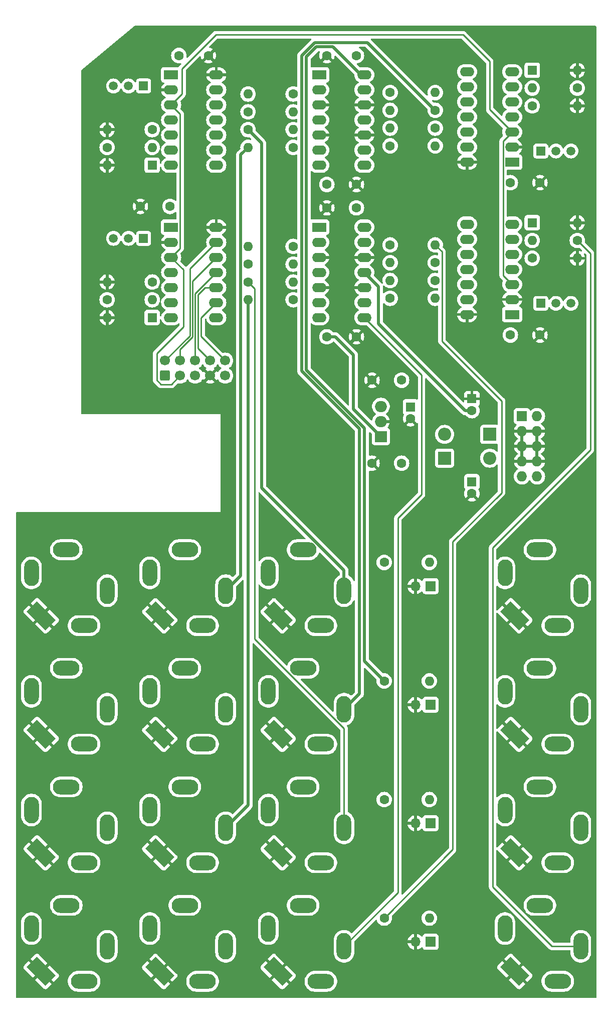
<source format=gbr>
%TF.GenerationSoftware,KiCad,Pcbnew,7.0.2*%
%TF.CreationDate,2024-01-15T01:52:41-05:00*%
%TF.ProjectId,ADSR Main Pcb,41445352-204d-4616-996e-205063622e6b,rev?*%
%TF.SameCoordinates,Original*%
%TF.FileFunction,Copper,L2,Bot*%
%TF.FilePolarity,Positive*%
%FSLAX46Y46*%
G04 Gerber Fmt 4.6, Leading zero omitted, Abs format (unit mm)*
G04 Created by KiCad (PCBNEW 7.0.2) date 2024-01-15 01:52:41*
%MOMM*%
%LPD*%
G01*
G04 APERTURE LIST*
G04 Aperture macros list*
%AMRoundRect*
0 Rectangle with rounded corners*
0 $1 Rounding radius*
0 $2 $3 $4 $5 $6 $7 $8 $9 X,Y pos of 4 corners*
0 Add a 4 corners polygon primitive as box body*
4,1,4,$2,$3,$4,$5,$6,$7,$8,$9,$2,$3,0*
0 Add four circle primitives for the rounded corners*
1,1,$1+$1,$2,$3*
1,1,$1+$1,$4,$5*
1,1,$1+$1,$6,$7*
1,1,$1+$1,$8,$9*
0 Add four rect primitives between the rounded corners*
20,1,$1+$1,$2,$3,$4,$5,0*
20,1,$1+$1,$4,$5,$6,$7,0*
20,1,$1+$1,$6,$7,$8,$9,0*
20,1,$1+$1,$8,$9,$2,$3,0*%
%AMRotRect*
0 Rectangle, with rotation*
0 The origin of the aperture is its center*
0 $1 length*
0 $2 width*
0 $3 Rotation angle, in degrees counterclockwise*
0 Add horizontal line*
21,1,$1,$2,0,0,$3*%
G04 Aperture macros list end*
%TA.AperFunction,ComponentPad*%
%ADD10R,1.500000X1.500000*%
%TD*%
%TA.AperFunction,ComponentPad*%
%ADD11C,1.500000*%
%TD*%
%TA.AperFunction,ComponentPad*%
%ADD12C,1.600000*%
%TD*%
%TA.AperFunction,ComponentPad*%
%ADD13O,1.600000X1.600000*%
%TD*%
%TA.AperFunction,ComponentPad*%
%ADD14R,2.400000X1.600000*%
%TD*%
%TA.AperFunction,ComponentPad*%
%ADD15O,2.400000X1.600000*%
%TD*%
%TA.AperFunction,ComponentPad*%
%ADD16R,1.600000X1.600000*%
%TD*%
%TA.AperFunction,ComponentPad*%
%ADD17R,2.200000X2.200000*%
%TD*%
%TA.AperFunction,ComponentPad*%
%ADD18O,2.200000X2.200000*%
%TD*%
%TA.AperFunction,ComponentPad*%
%ADD19RoundRect,0.250000X0.600000X-0.600000X0.600000X0.600000X-0.600000X0.600000X-0.600000X-0.600000X0*%
%TD*%
%TA.AperFunction,ComponentPad*%
%ADD20C,1.700000*%
%TD*%
%TA.AperFunction,ComponentPad*%
%ADD21R,1.727200X1.727200*%
%TD*%
%TA.AperFunction,ComponentPad*%
%ADD22O,1.727200X1.727200*%
%TD*%
%TA.AperFunction,ComponentPad*%
%ADD23R,2.000000X1.905000*%
%TD*%
%TA.AperFunction,ComponentPad*%
%ADD24O,2.000000X1.905000*%
%TD*%
%TA.AperFunction,ComponentPad*%
%ADD25O,4.500001X2.500000*%
%TD*%
%TA.AperFunction,ComponentPad*%
%ADD26O,2.500001X4.500001*%
%TD*%
%TA.AperFunction,ComponentPad*%
%ADD27RotRect,4.500001X2.500001X135.000000*%
%TD*%
%TA.AperFunction,ComponentPad*%
%ADD28O,2.500000X4.500000*%
%TD*%
%TA.AperFunction,ComponentPad*%
%ADD29O,4.500000X2.500000*%
%TD*%
%TA.AperFunction,ComponentPad*%
%ADD30R,1.700000X1.700000*%
%TD*%
%TA.AperFunction,ComponentPad*%
%ADD31O,1.700000X1.700000*%
%TD*%
%TA.AperFunction,Conductor*%
%ADD32C,0.500000*%
%TD*%
%TA.AperFunction,Conductor*%
%ADD33C,0.250000*%
%TD*%
G04 APERTURE END LIST*
D10*
%TO.P,Q1,1,E*%
%TO.N,GATE A*%
X67540000Y-35640000D03*
D11*
%TO.P,Q1,2,B*%
%TO.N,Net-(D1-K)*%
X65000000Y-35640000D03*
%TO.P,Q1,3,C*%
%TO.N,+5V*%
X62460000Y-35640000D03*
%TD*%
D12*
%TO.P,C17,1*%
%TO.N,GND*%
X134500000Y-77650000D03*
%TO.P,C17,2*%
%TO.N,+5V*%
X129500000Y-77650000D03*
%TD*%
%TO.P,R22,1*%
%TO.N,Net-(J16-Pin_1)*%
X108190000Y-136000000D03*
D13*
%TO.P,R22,2*%
%TO.N,Net-(J15-Pin_1)*%
X115810000Y-136000000D03*
%TD*%
D12*
%TO.P,R36,1*%
%TO.N,Net-(J26-Pin_1)*%
X108190000Y-176000000D03*
D13*
%TO.P,R36,2*%
%TO.N,Net-(J25-Pin_1)*%
X115810000Y-176000000D03*
%TD*%
D12*
%TO.P,R20,1*%
%TO.N,Net-(J18-Pin_1)*%
X116810000Y-39750000D03*
D13*
%TO.P,R20,2*%
%TO.N,Net-(U5D--)*%
X109190000Y-39750000D03*
%TD*%
D14*
%TO.P,U3,1,5v*%
%TO.N,+5V*%
X72200000Y-59460000D03*
D15*
%TO.P,U3,2,Punch*%
%TO.N,GND*%
X72200000Y-62000000D03*
%TO.P,U3,3,MODE*%
%TO.N,MODE*%
X72200000Y-64540000D03*
%TO.P,U3,4,SHAPE*%
%TO.N,unconnected-(U3-SHAPE-Pad4)*%
X72200000Y-67080000D03*
%TO.P,U3,5,GATE*%
%TO.N,GATE C*%
X72200000Y-69620000D03*
%TO.P,U3,6,TRIG*%
X72200000Y-72160000D03*
%TO.P,U3,7,TIME*%
%TO.N,TIME*%
X72200000Y-74700000D03*
%TO.P,U3,8,OUT*%
%TO.N,ENV C*%
X79820000Y-74700000D03*
%TO.P,U3,9,REL*%
%TO.N,REL*%
X79820000Y-72160000D03*
%TO.P,U3,10,SUS*%
%TO.N,SUS*%
X79820000Y-69620000D03*
%TO.P,U3,11,DEC*%
%TO.N,DEC*%
X79820000Y-67080000D03*
%TO.P,U3,12,LVL*%
%TO.N,LVL*%
X79820000Y-64540000D03*
%TO.P,U3,13,ATK*%
%TO.N,ATK*%
X79820000Y-62000000D03*
%TO.P,U3,14,GND*%
%TO.N,GND*%
X79820000Y-59460000D03*
%TD*%
D12*
%TO.P,R24,1*%
%TO.N,Net-(J20-Pin_1)*%
X140810000Y-61700000D03*
D13*
%TO.P,R24,2*%
%TO.N,Net-(D6-K)*%
X133190000Y-61700000D03*
%TD*%
D14*
%TO.P,U4,1,5v*%
%TO.N,+5V*%
X129800000Y-74190000D03*
D15*
%TO.P,U4,2,Punch*%
%TO.N,GND*%
X129800000Y-71650000D03*
%TO.P,U4,3,MODE*%
%TO.N,MODE*%
X129800000Y-69110000D03*
%TO.P,U4,4,SHAPE*%
%TO.N,unconnected-(U4-SHAPE-Pad4)*%
X129800000Y-66570000D03*
%TO.P,U4,5,GATE*%
%TO.N,GATE D*%
X129800000Y-64030000D03*
%TO.P,U4,6,TRIG*%
X129800000Y-61490000D03*
%TO.P,U4,7,TIME*%
%TO.N,TIME*%
X129800000Y-58950000D03*
%TO.P,U4,8,OUT*%
%TO.N,ENV D*%
X122180000Y-58950000D03*
%TO.P,U4,9,REL*%
%TO.N,REL*%
X122180000Y-61490000D03*
%TO.P,U4,10,SUS*%
%TO.N,SUS*%
X122180000Y-64030000D03*
%TO.P,U4,11,DEC*%
%TO.N,DEC*%
X122180000Y-66570000D03*
%TO.P,U4,12,LVL*%
%TO.N,LVL*%
X122180000Y-69110000D03*
%TO.P,U4,13,ATK*%
%TO.N,ATK*%
X122180000Y-71650000D03*
%TO.P,U4,14,GND*%
%TO.N,GND*%
X122180000Y-74190000D03*
%TD*%
D12*
%TO.P,R28,1*%
%TO.N,ENV D*%
X116810000Y-68450000D03*
D13*
%TO.P,R28,2*%
%TO.N,Net-(U6C--)*%
X109190000Y-68450000D03*
%TD*%
D12*
%TO.P,R26,1*%
%TO.N,GATE D*%
X133190000Y-64700000D03*
D13*
%TO.P,R26,2*%
%TO.N,GND*%
X140810000Y-64700000D03*
%TD*%
D16*
%TO.P,D6,1,K*%
%TO.N,Net-(D6-K)*%
X133190000Y-58700000D03*
D13*
%TO.P,D6,2,A*%
%TO.N,GND*%
X140810000Y-58700000D03*
%TD*%
D10*
%TO.P,Q2,1,E*%
%TO.N,GATE B*%
X134650000Y-46610000D03*
D11*
%TO.P,Q2,2,B*%
%TO.N,Net-(D4-K)*%
X137190000Y-46610000D03*
%TO.P,Q2,3,C*%
%TO.N,+5V*%
X139730000Y-46610000D03*
%TD*%
D12*
%TO.P,R33,1*%
%TO.N,Net-(U6B--)*%
X92810000Y-71700000D03*
D13*
%TO.P,R33,2*%
%TO.N,Net-(J22-Pin_1)*%
X85190000Y-71700000D03*
%TD*%
D17*
%TO.P,D2,1,K*%
%TO.N,+12V*%
X118380000Y-98410000D03*
D18*
%TO.P,D2,2,A*%
%TO.N,Net-(D2-A)*%
X126000000Y-98410000D03*
%TD*%
D12*
%TO.P,R11,1*%
%TO.N,Net-(J12-Pin_1)*%
X85190000Y-43000000D03*
D13*
%TO.P,R11,2*%
%TO.N,Net-(U5B--)*%
X92810000Y-43000000D03*
%TD*%
D10*
%TO.P,Q3,1,E*%
%TO.N,GATE C*%
X67540000Y-61340000D03*
D11*
%TO.P,Q3,2,B*%
%TO.N,Net-(D5-K)*%
X65000000Y-61340000D03*
%TO.P,Q3,3,C*%
%TO.N,+5V*%
X62460000Y-61340000D03*
%TD*%
D16*
%TO.P,D1,1,K*%
%TO.N,Net-(D1-K)*%
X69000000Y-49000000D03*
D13*
%TO.P,D1,2,A*%
%TO.N,GND*%
X61380000Y-49000000D03*
%TD*%
D12*
%TO.P,R29,1*%
%TO.N,Net-(U6A--)*%
X92810000Y-62700000D03*
D13*
%TO.P,R29,2*%
%TO.N,Net-(J24-Pin_1)*%
X85190000Y-62700000D03*
%TD*%
D12*
%TO.P,R27,1*%
%TO.N,ENV C*%
X85190000Y-65700000D03*
D13*
%TO.P,R27,2*%
%TO.N,Net-(U6A--)*%
X92810000Y-65700000D03*
%TD*%
D16*
%TO.P,D4,1,K*%
%TO.N,Net-(D4-K)*%
X133190000Y-33000000D03*
D13*
%TO.P,D4,2,A*%
%TO.N,GND*%
X140810000Y-33000000D03*
%TD*%
D12*
%TO.P,C15,1*%
%TO.N,GND*%
X134500000Y-51950000D03*
%TO.P,C15,2*%
%TO.N,+5V*%
X129500000Y-51950000D03*
%TD*%
%TO.P,R25,1*%
%TO.N,GATE C*%
X69000000Y-68700000D03*
D13*
%TO.P,R25,2*%
%TO.N,GND*%
X61380000Y-68700000D03*
%TD*%
D16*
%TO.P,C9,1*%
%TO.N,GND*%
X123000000Y-88410000D03*
D12*
%TO.P,C9,2*%
%TO.N,-12V*%
X123000000Y-90410000D03*
%TD*%
%TO.P,C18,1*%
%TO.N,GND*%
X98500000Y-56200000D03*
%TO.P,C18,2*%
%TO.N,-12V*%
X103500000Y-56200000D03*
%TD*%
D14*
%TO.P,U6,1*%
%TO.N,Net-(J24-Pin_1)*%
X97200000Y-59460000D03*
D15*
%TO.P,U6,2,-*%
%TO.N,Net-(U6A--)*%
X97200000Y-62000000D03*
%TO.P,U6,3,+*%
%TO.N,GND*%
X97200000Y-64540000D03*
%TO.P,U6,4,V+*%
%TO.N,+12V*%
X97200000Y-67080000D03*
%TO.P,U6,5,+*%
%TO.N,GND*%
X97200000Y-69620000D03*
%TO.P,U6,6,-*%
%TO.N,Net-(U6B--)*%
X97200000Y-72160000D03*
%TO.P,U6,7*%
%TO.N,Net-(J22-Pin_1)*%
X97200000Y-74700000D03*
%TO.P,U6,8*%
%TO.N,Net-(J28-Pin_1)*%
X104820000Y-74700000D03*
%TO.P,U6,9,-*%
%TO.N,Net-(U6C--)*%
X104820000Y-72160000D03*
%TO.P,U6,10,+*%
%TO.N,GND*%
X104820000Y-69620000D03*
%TO.P,U6,11,V-*%
%TO.N,-12V*%
X104820000Y-67080000D03*
%TO.P,U6,12,+*%
%TO.N,GND*%
X104820000Y-64540000D03*
%TO.P,U6,13,-*%
%TO.N,Net-(U6D--)*%
X104820000Y-62000000D03*
%TO.P,U6,14*%
%TO.N,Net-(J26-Pin_1)*%
X104820000Y-59460000D03*
%TD*%
D12*
%TO.P,R18,1*%
%TO.N,ENV B*%
X116810000Y-42750000D03*
D13*
%TO.P,R18,2*%
%TO.N,Net-(U5C--)*%
X109190000Y-42750000D03*
%TD*%
D16*
%TO.P,C8,1*%
%TO.N,+12V*%
X123000000Y-102410000D03*
D12*
%TO.P,C8,2*%
%TO.N,GND*%
X123000000Y-104410000D03*
%TD*%
%TO.P,C14,1*%
%TO.N,GND*%
X98500000Y-30500000D03*
%TO.P,C14,2*%
%TO.N,-12V*%
X103500000Y-30500000D03*
%TD*%
%TO.P,C13,1*%
%TO.N,+12V*%
X98500000Y-52250000D03*
%TO.P,C13,2*%
%TO.N,GND*%
X103500000Y-52250000D03*
%TD*%
%TO.P,R23,1*%
%TO.N,Net-(J19-Pin_1)*%
X61380000Y-71700000D03*
D13*
%TO.P,R23,2*%
%TO.N,Net-(D5-K)*%
X69000000Y-71700000D03*
%TD*%
D12*
%TO.P,R21,1*%
%TO.N,Net-(U5D--)*%
X109190000Y-36750000D03*
D13*
%TO.P,R21,2*%
%TO.N,Net-(J16-Pin_1)*%
X116810000Y-36750000D03*
%TD*%
D14*
%TO.P,U1,1,5v*%
%TO.N,+5V*%
X72200000Y-33760000D03*
D15*
%TO.P,U1,2,Punch*%
%TO.N,GND*%
X72200000Y-36300000D03*
%TO.P,U1,3,MODE*%
%TO.N,MODE*%
X72200000Y-38840000D03*
%TO.P,U1,4,SHAPE*%
%TO.N,unconnected-(U1-SHAPE-Pad4)*%
X72200000Y-41380000D03*
%TO.P,U1,5,GATE*%
%TO.N,GATE A*%
X72200000Y-43920000D03*
%TO.P,U1,6,TRIG*%
X72200000Y-46460000D03*
%TO.P,U1,7,TIME*%
%TO.N,TIME*%
X72200000Y-49000000D03*
%TO.P,U1,8,OUT*%
%TO.N,ENV A*%
X79820000Y-49000000D03*
%TO.P,U1,9,REL*%
%TO.N,REL*%
X79820000Y-46460000D03*
%TO.P,U1,10,SUS*%
%TO.N,SUS*%
X79820000Y-43920000D03*
%TO.P,U1,11,DEC*%
%TO.N,DEC*%
X79820000Y-41380000D03*
%TO.P,U1,12,LVL*%
%TO.N,LVL*%
X79820000Y-38840000D03*
%TO.P,U1,13,ATK*%
%TO.N,ATK*%
X79820000Y-36300000D03*
%TO.P,U1,14,GND*%
%TO.N,GND*%
X79820000Y-33760000D03*
%TD*%
D12*
%TO.P,R19,1*%
%TO.N,Net-(U5C--)*%
X109190000Y-45750000D03*
D13*
%TO.P,R19,2*%
%TO.N,Net-(J18-Pin_1)*%
X116810000Y-45750000D03*
%TD*%
D12*
%TO.P,C19,1*%
%TO.N,+12V*%
X98500000Y-77950000D03*
%TO.P,C19,2*%
%TO.N,GND*%
X103500000Y-77950000D03*
%TD*%
%TO.P,R16,1*%
%TO.N,Net-(J14-Pin_1)*%
X140810000Y-36000000D03*
D13*
%TO.P,R16,2*%
%TO.N,Net-(D4-K)*%
X133190000Y-36000000D03*
%TD*%
D12*
%TO.P,R34,1*%
%TO.N,Net-(U6D--)*%
X109190000Y-62450000D03*
D13*
%TO.P,R34,2*%
%TO.N,Net-(J26-Pin_1)*%
X116810000Y-62450000D03*
%TD*%
D16*
%TO.P,D5,1,K*%
%TO.N,Net-(D5-K)*%
X69000000Y-74700000D03*
D13*
%TO.P,D5,2,A*%
%TO.N,GND*%
X61380000Y-74700000D03*
%TD*%
D12*
%TO.P,R32,1*%
%TO.N,Net-(J28-Pin_1)*%
X116810000Y-65450000D03*
D13*
%TO.P,R32,2*%
%TO.N,Net-(U6D--)*%
X109190000Y-65450000D03*
%TD*%
D12*
%TO.P,R31,1*%
%TO.N,Net-(J24-Pin_1)*%
X85190000Y-68700000D03*
D13*
%TO.P,R31,2*%
%TO.N,Net-(U6B--)*%
X92810000Y-68700000D03*
%TD*%
D10*
%TO.P,Q4,1,E*%
%TO.N,GATE D*%
X134650000Y-72310000D03*
D11*
%TO.P,Q4,2,B*%
%TO.N,Net-(D6-K)*%
X137190000Y-72310000D03*
%TO.P,Q4,3,C*%
%TO.N,+5V*%
X139730000Y-72310000D03*
%TD*%
D19*
%TO.P,NOT POWER,1*%
%TO.N,GND*%
X71170000Y-84502500D03*
D20*
%TO.P,NOT POWER,2*%
%TO.N,ATK*%
X71170000Y-81962500D03*
%TO.P,NOT POWER,3*%
%TO.N,MODE*%
X73710000Y-84502500D03*
%TO.P,NOT POWER,4*%
%TO.N,LVL*%
X73710000Y-81962500D03*
%TO.P,NOT POWER,5*%
%TO.N,TIME*%
X76250000Y-84502500D03*
%TO.P,NOT POWER,6*%
%TO.N,DEC*%
X76250000Y-81962500D03*
%TO.P,NOT POWER,7*%
%TO.N,GND*%
X78790000Y-84502500D03*
%TO.P,NOT POWER,8*%
%TO.N,SUS*%
X78790000Y-81962500D03*
%TO.P,NOT POWER,9*%
%TO.N,+5V*%
X81330000Y-84502500D03*
%TO.P,NOT POWER,10*%
%TO.N,REL*%
X81330000Y-81962500D03*
%TD*%
D12*
%TO.P,C7,1*%
%TO.N,GND*%
X78500000Y-30500000D03*
%TO.P,C7,2*%
%TO.N,+5V*%
X73500000Y-30500000D03*
%TD*%
%TO.P,R15,1*%
%TO.N,Net-(J10-Pin_1)*%
X108190000Y-116000000D03*
D13*
%TO.P,R15,2*%
%TO.N,Net-(J13-Pin_1)*%
X115810000Y-116000000D03*
%TD*%
D14*
%TO.P,U2,1,5v*%
%TO.N,+5V*%
X129800000Y-48490000D03*
D15*
%TO.P,U2,2,Punch*%
%TO.N,GND*%
X129800000Y-45950000D03*
%TO.P,U2,3,MODE*%
%TO.N,MODE*%
X129800000Y-43410000D03*
%TO.P,U2,4,SHAPE*%
%TO.N,unconnected-(U2-SHAPE-Pad4)*%
X129800000Y-40870000D03*
%TO.P,U2,5,GATE*%
%TO.N,GATE B*%
X129800000Y-38330000D03*
%TO.P,U2,6,TRIG*%
X129800000Y-35790000D03*
%TO.P,U2,7,TIME*%
%TO.N,TIME*%
X129800000Y-33250000D03*
%TO.P,U2,8,OUT*%
%TO.N,ENV B*%
X122180000Y-33250000D03*
%TO.P,U2,9,REL*%
%TO.N,REL*%
X122180000Y-35790000D03*
%TO.P,U2,10,SUS*%
%TO.N,SUS*%
X122180000Y-38330000D03*
%TO.P,U2,11,DEC*%
%TO.N,DEC*%
X122180000Y-40870000D03*
%TO.P,U2,12,LVL*%
%TO.N,LVL*%
X122180000Y-43410000D03*
%TO.P,U2,13,ATK*%
%TO.N,ATK*%
X122180000Y-45950000D03*
%TO.P,U2,14,GND*%
%TO.N,GND*%
X122180000Y-48490000D03*
%TD*%
D12*
%TO.P,R12,1*%
%TO.N,Net-(U5B--)*%
X92810000Y-46000000D03*
D13*
%TO.P,R12,2*%
%TO.N,Net-(J10-Pin_1)*%
X85190000Y-46000000D03*
%TD*%
D12*
%TO.P,C11,1*%
%TO.N,+5V*%
X111129000Y-85266000D03*
%TO.P,C11,2*%
%TO.N,GND*%
X106129000Y-85266000D03*
%TD*%
D21*
%TO.P,J9,1,-12V*%
%TO.N,Net-(D3-K)*%
X131460000Y-91330000D03*
D22*
%TO.P,J9,2,-12V*%
X134000000Y-91330000D03*
%TO.P,J9,3,GND*%
%TO.N,GND*%
X131460000Y-93870000D03*
%TO.P,J9,4,GND*%
X134000000Y-93870000D03*
%TO.P,J9,5,GND*%
X131460000Y-96410000D03*
%TO.P,J9,6,GND*%
X134000000Y-96410000D03*
%TO.P,J9,7,GND*%
X131460000Y-98950000D03*
%TO.P,J9,8,GND*%
X134000000Y-98950000D03*
%TO.P,J9,9,+12V*%
%TO.N,Net-(D2-A)*%
X131460000Y-101490000D03*
%TO.P,J9,10,+12V*%
X134000000Y-101490000D03*
%TD*%
D12*
%TO.P,R13,1*%
%TO.N,ENV A*%
X85190000Y-40000000D03*
D13*
%TO.P,R13,2*%
%TO.N,Net-(U5A--)*%
X92810000Y-40000000D03*
%TD*%
D12*
%TO.P,R35,1*%
%TO.N,Net-(J22-Pin_1)*%
X108190000Y-156000000D03*
D13*
%TO.P,R35,2*%
%TO.N,Net-(J21-Pin_1)*%
X115810000Y-156000000D03*
%TD*%
D12*
%TO.P,C16,1*%
%TO.N,GND*%
X67000000Y-55950000D03*
%TO.P,C16,2*%
%TO.N,+5V*%
X72000000Y-55950000D03*
%TD*%
%TO.P,R30,1*%
%TO.N,Net-(U6C--)*%
X109190000Y-71450000D03*
D13*
%TO.P,R30,2*%
%TO.N,Net-(J28-Pin_1)*%
X116810000Y-71450000D03*
%TD*%
D12*
%TO.P,R14,1*%
%TO.N,Net-(U5A--)*%
X92810000Y-37000000D03*
D13*
%TO.P,R14,2*%
%TO.N,Net-(J12-Pin_1)*%
X85190000Y-37000000D03*
%TD*%
D12*
%TO.P,C12,1*%
%TO.N,GND*%
X106129000Y-99266000D03*
%TO.P,C12,2*%
%TO.N,+12V*%
X111129000Y-99266000D03*
%TD*%
D17*
%TO.P,D3,1,K*%
%TO.N,Net-(D3-K)*%
X126000000Y-94410000D03*
D18*
%TO.P,D3,2,A*%
%TO.N,-12V*%
X118380000Y-94410000D03*
%TD*%
D23*
%TO.P,U7,1,VI*%
%TO.N,+12V*%
X107629000Y-94766000D03*
D24*
%TO.P,U7,2,GND*%
%TO.N,GND*%
X107629000Y-92226000D03*
%TO.P,U7,3,VO*%
%TO.N,+5V*%
X107629000Y-89686000D03*
%TD*%
D16*
%TO.P,C10,1*%
%TO.N,+5V*%
X112629000Y-89766000D03*
D12*
%TO.P,C10,2*%
%TO.N,GND*%
X112629000Y-91766000D03*
%TD*%
%TO.P,R10,1*%
%TO.N,Net-(J8-Pin_1)*%
X61380000Y-46000000D03*
D13*
%TO.P,R10,2*%
%TO.N,Net-(D1-K)*%
X69000000Y-46000000D03*
%TD*%
D12*
%TO.P,R17,1*%
%TO.N,GATE B*%
X133190000Y-39000000D03*
D13*
%TO.P,R17,2*%
%TO.N,GND*%
X140810000Y-39000000D03*
%TD*%
D14*
%TO.P,U5,1*%
%TO.N,Net-(J12-Pin_1)*%
X97200000Y-33760000D03*
D15*
%TO.P,U5,2,-*%
%TO.N,Net-(U5A--)*%
X97200000Y-36300000D03*
%TO.P,U5,3,+*%
%TO.N,GND*%
X97200000Y-38840000D03*
%TO.P,U5,4,V+*%
%TO.N,+12V*%
X97200000Y-41380000D03*
%TO.P,U5,5,+*%
%TO.N,GND*%
X97200000Y-43920000D03*
%TO.P,U5,6,-*%
%TO.N,Net-(U5B--)*%
X97200000Y-46460000D03*
%TO.P,U5,7*%
%TO.N,Net-(J10-Pin_1)*%
X97200000Y-49000000D03*
%TO.P,U5,8*%
%TO.N,Net-(J18-Pin_1)*%
X104820000Y-49000000D03*
%TO.P,U5,9,-*%
%TO.N,Net-(U5C--)*%
X104820000Y-46460000D03*
%TO.P,U5,10,+*%
%TO.N,GND*%
X104820000Y-43920000D03*
%TO.P,U5,11,V-*%
%TO.N,-12V*%
X104820000Y-41380000D03*
%TO.P,U5,12,+*%
%TO.N,GND*%
X104820000Y-38840000D03*
%TO.P,U5,13,-*%
%TO.N,Net-(U5D--)*%
X104820000Y-36300000D03*
%TO.P,U5,14*%
%TO.N,Net-(J16-Pin_1)*%
X104820000Y-33760000D03*
%TD*%
D12*
%TO.P,R9,1*%
%TO.N,GATE A*%
X69000000Y-43000000D03*
D13*
%TO.P,R9,2*%
%TO.N,GND*%
X61380000Y-43000000D03*
%TD*%
D25*
%TO.P,IN C,R*%
%TO.N,N/C*%
X134500000Y-153860000D03*
D26*
%TO.P,IN C,RN*%
X128600000Y-157760000D03*
D27*
%TO.P,IN C,S*%
%TO.N,GND*%
X130260000Y-165000000D03*
D28*
%TO.P,IN C,T*%
%TO.N,Net-(J19-Pin_1)*%
X141400000Y-160760000D03*
D29*
%TO.P,IN C,TN*%
%TO.N,N/C*%
X137500000Y-166660000D03*
%TD*%
D25*
%TO.P,OUT D1,R*%
%TO.N,N/C*%
X54500000Y-173860000D03*
D26*
%TO.P,OUT D1,RN*%
X48600000Y-177760000D03*
D27*
%TO.P,OUT D1,S*%
%TO.N,GND*%
X50260000Y-185000000D03*
D28*
%TO.P,OUT D1,T*%
%TO.N,Net-(J26-Pin_1)*%
X61400000Y-180760000D03*
D29*
%TO.P,OUT D1,TN*%
%TO.N,N/C*%
X57500000Y-186660000D03*
%TD*%
D25*
%TO.P,IN B,R*%
%TO.N,N/C*%
X134500000Y-133860000D03*
D26*
%TO.P,IN B,RN*%
X128600000Y-137760000D03*
D27*
%TO.P,IN B,S*%
%TO.N,GND*%
X130260000Y-145000000D03*
D28*
%TO.P,IN B,T*%
%TO.N,Net-(J14-Pin_1)*%
X141400000Y-140760000D03*
D29*
%TO.P,IN B,TN*%
%TO.N,N/C*%
X137500000Y-146660000D03*
%TD*%
D25*
%TO.P,OUT A-,R*%
%TO.N,N/C*%
X94500000Y-113860000D03*
D26*
%TO.P,OUT A-,RN*%
X88600000Y-117760000D03*
D27*
%TO.P,OUT A-,S*%
%TO.N,GND*%
X90260000Y-125000000D03*
D28*
%TO.P,OUT A-,T*%
%TO.N,Net-(J12-Pin_1)*%
X101400000Y-120760000D03*
D29*
%TO.P,OUT A-,TN*%
%TO.N,N/C*%
X97500000Y-126660000D03*
%TD*%
D25*
%TO.P,OUT C2,R*%
%TO.N,N/C*%
X74500000Y-153860000D03*
D26*
%TO.P,OUT C2,RN*%
X68600000Y-157760000D03*
D27*
%TO.P,OUT C2,S*%
%TO.N,GND*%
X70260000Y-165000000D03*
D28*
%TO.P,OUT C2,T*%
%TO.N,Net-(J22-Pin_1)*%
X81400000Y-160760000D03*
D29*
%TO.P,OUT C2,TN*%
%TO.N,N/C*%
X77500000Y-166660000D03*
%TD*%
D25*
%TO.P,OUT B1,R*%
%TO.N,N/C*%
X54500000Y-133860000D03*
D26*
%TO.P,OUT B1,RN*%
X48600000Y-137760000D03*
D27*
%TO.P,OUT B1,S*%
%TO.N,GND*%
X50260000Y-145000000D03*
D28*
%TO.P,OUT B1,T*%
%TO.N,Net-(J16-Pin_1)*%
X61400000Y-140760000D03*
D29*
%TO.P,OUT B1,TN*%
%TO.N,N/C*%
X57500000Y-146660000D03*
%TD*%
D25*
%TO.P,OUT A1,R*%
%TO.N,N/C*%
X54500000Y-113860000D03*
D26*
%TO.P,OUT A1,RN*%
X48600000Y-117760000D03*
D27*
%TO.P,OUT A1,S*%
%TO.N,GND*%
X50260000Y-125000000D03*
D28*
%TO.P,OUT A1,T*%
%TO.N,Net-(J10-Pin_1)*%
X61400000Y-120760000D03*
D29*
%TO.P,OUT A1,TN*%
%TO.N,N/C*%
X57500000Y-126660000D03*
%TD*%
D30*
%TO.P,LED A,1,Pin_1*%
%TO.N,Net-(J13-Pin_1)*%
X116000000Y-120000000D03*
D31*
%TO.P,LED A,2,Pin_2*%
%TO.N,GND*%
X113460000Y-120000000D03*
%TD*%
D25*
%TO.P,OUT D2,R*%
%TO.N,N/C*%
X74500000Y-173860000D03*
D26*
%TO.P,OUT D2,RN*%
X68600000Y-177760000D03*
D27*
%TO.P,OUT D2,S*%
%TO.N,GND*%
X70260000Y-185000000D03*
D28*
%TO.P,OUT D2,T*%
%TO.N,Net-(J26-Pin_1)*%
X81400000Y-180760000D03*
D29*
%TO.P,OUT D2,TN*%
%TO.N,N/C*%
X77500000Y-186660000D03*
%TD*%
D30*
%TO.P,LED D,1,Pin_1*%
%TO.N,Net-(J25-Pin_1)*%
X116000000Y-180000000D03*
D31*
%TO.P,LED D,2,Pin_2*%
%TO.N,GND*%
X113460000Y-180000000D03*
%TD*%
D30*
%TO.P,LED B,1,Pin_1*%
%TO.N,Net-(J15-Pin_1)*%
X116000000Y-140000000D03*
D31*
%TO.P,LED B,2,Pin_2*%
%TO.N,GND*%
X113460000Y-140000000D03*
%TD*%
D25*
%TO.P,IN D,R*%
%TO.N,N/C*%
X134500000Y-173860000D03*
D26*
%TO.P,IN D,RN*%
X128600000Y-177760000D03*
D27*
%TO.P,IN D,S*%
%TO.N,GND*%
X130260000Y-185000000D03*
D28*
%TO.P,IN D,T*%
%TO.N,Net-(J20-Pin_1)*%
X141400000Y-180760000D03*
D29*
%TO.P,IN D,TN*%
%TO.N,N/C*%
X137500000Y-186660000D03*
%TD*%
D25*
%TO.P,OUT C-,R*%
%TO.N,N/C*%
X94500000Y-153860000D03*
D26*
%TO.P,OUT C-,RN*%
X88600000Y-157760000D03*
D27*
%TO.P,OUT C-,S*%
%TO.N,GND*%
X90260000Y-165000000D03*
D28*
%TO.P,OUT C-,T*%
%TO.N,Net-(J24-Pin_1)*%
X101400000Y-160760000D03*
D29*
%TO.P,OUT C-,TN*%
%TO.N,N/C*%
X97500000Y-166660000D03*
%TD*%
D25*
%TO.P,OUT B-,R*%
%TO.N,N/C*%
X94500000Y-133860000D03*
D26*
%TO.P,OUT B-,RN*%
X88600000Y-137760000D03*
D27*
%TO.P,OUT B-,S*%
%TO.N,GND*%
X90260000Y-145000000D03*
D28*
%TO.P,OUT B-,T*%
%TO.N,Net-(J18-Pin_1)*%
X101400000Y-140760000D03*
D29*
%TO.P,OUT B-,TN*%
%TO.N,N/C*%
X97500000Y-146660000D03*
%TD*%
D25*
%TO.P,IN A,R*%
%TO.N,N/C*%
X134500000Y-113860000D03*
D26*
%TO.P,IN A,RN*%
X128600000Y-117760000D03*
D27*
%TO.P,IN A,S*%
%TO.N,GND*%
X130260000Y-125000000D03*
D28*
%TO.P,IN A,T*%
%TO.N,Net-(J8-Pin_1)*%
X141400000Y-120760000D03*
D29*
%TO.P,IN A,TN*%
%TO.N,N/C*%
X137500000Y-126660000D03*
%TD*%
D25*
%TO.P,OUT B2,R*%
%TO.N,N/C*%
X74500000Y-133860000D03*
D26*
%TO.P,OUT B2,RN*%
X68600000Y-137760000D03*
D27*
%TO.P,OUT B2,S*%
%TO.N,GND*%
X70260000Y-145000000D03*
D28*
%TO.P,OUT B2,T*%
%TO.N,Net-(J16-Pin_1)*%
X81400000Y-140760000D03*
D29*
%TO.P,OUT B2,TN*%
%TO.N,N/C*%
X77500000Y-146660000D03*
%TD*%
D30*
%TO.P,LED C,1,Pin_1*%
%TO.N,Net-(J21-Pin_1)*%
X116000000Y-160000000D03*
D31*
%TO.P,LED C,2,Pin_2*%
%TO.N,GND*%
X113460000Y-160000000D03*
%TD*%
D25*
%TO.P,OUT C1,R*%
%TO.N,N/C*%
X54500000Y-153860000D03*
D26*
%TO.P,OUT C1,RN*%
X48600000Y-157760000D03*
D27*
%TO.P,OUT C1,S*%
%TO.N,GND*%
X50260000Y-165000000D03*
D28*
%TO.P,OUT C1,T*%
%TO.N,Net-(J22-Pin_1)*%
X61400000Y-160760000D03*
D29*
%TO.P,OUT C1,TN*%
%TO.N,N/C*%
X57500000Y-166660000D03*
%TD*%
D25*
%TO.P,OUT A2,R*%
%TO.N,N/C*%
X74500000Y-113860000D03*
D26*
%TO.P,OUT A2,RN*%
X68600000Y-117760000D03*
D27*
%TO.P,OUT A2,S*%
%TO.N,GND*%
X70260000Y-125000000D03*
D28*
%TO.P,OUT A2,T*%
%TO.N,Net-(J10-Pin_1)*%
X81400000Y-120760000D03*
D29*
%TO.P,OUT A2,TN*%
%TO.N,N/C*%
X77500000Y-126660000D03*
%TD*%
D25*
%TO.P,OUT D-,R*%
%TO.N,N/C*%
X94500000Y-173860000D03*
D26*
%TO.P,OUT D-,RN*%
X88600000Y-177760000D03*
D27*
%TO.P,OUT D-,S*%
%TO.N,GND*%
X90260000Y-185000000D03*
D28*
%TO.P,OUT D-,T*%
%TO.N,Net-(J28-Pin_1)*%
X101400000Y-180760000D03*
D29*
%TO.P,OUT D-,TN*%
%TO.N,N/C*%
X97500000Y-186660000D03*
%TD*%
D32*
%TO.N,Net-(J10-Pin_1)*%
X83940000Y-118220000D02*
X81400000Y-120760000D01*
X85190000Y-46000000D02*
X83940000Y-47250000D01*
X83940000Y-47250000D02*
X83940000Y-118220000D01*
%TO.N,Net-(J18-Pin_1)*%
X94250000Y-30510051D02*
X96460051Y-28300000D01*
X96460051Y-28300000D02*
X105360000Y-28300000D01*
X105360000Y-28300000D02*
X116810000Y-39750000D01*
X101400000Y-140760000D02*
X104000000Y-138160000D01*
X104000000Y-138160000D02*
X104000000Y-93489949D01*
X104000000Y-93489949D02*
X94250000Y-83739949D01*
X94250000Y-83739949D02*
X94250000Y-30510051D01*
D33*
%TO.N,Net-(J24-Pin_1)*%
X86315000Y-128902387D02*
X86315000Y-69825000D01*
X86315000Y-69825000D02*
X85190000Y-68700000D01*
X101400000Y-160760000D02*
X101400000Y-143987387D01*
X101400000Y-143987387D02*
X86315000Y-128902387D01*
D32*
%TO.N,Net-(J12-Pin_1)*%
X87500000Y-45310000D02*
X87500000Y-103455836D01*
X101400000Y-117355836D02*
X101400000Y-120760000D01*
X87500000Y-103455836D02*
X101400000Y-117355836D01*
X85190000Y-43000000D02*
X87500000Y-45310000D01*
D33*
%TO.N,Net-(J26-Pin_1)*%
X128000000Y-88750000D02*
X128000000Y-104250000D01*
X119750000Y-112500000D02*
X119750000Y-164440000D01*
X128000000Y-104250000D02*
X119750000Y-112500000D01*
X117935000Y-63575000D02*
X117935000Y-78685000D01*
X119750000Y-164440000D02*
X108190000Y-176000000D01*
X117935000Y-78685000D02*
X128000000Y-88750000D01*
X116810000Y-62450000D02*
X117935000Y-63575000D01*
%TO.N,REL*%
X81330000Y-81962500D02*
X77250000Y-77882500D01*
X77250000Y-77882500D02*
X77250000Y-74730000D01*
X77250000Y-74730000D02*
X79820000Y-72160000D01*
%TO.N,SUS*%
X78790000Y-81962500D02*
X76700000Y-79872500D01*
X76700000Y-79872500D02*
X76700000Y-70836396D01*
X77916396Y-69620000D02*
X79820000Y-69620000D01*
X76700000Y-70836396D02*
X77916396Y-69620000D01*
%TO.N,ATK*%
X71170000Y-81962500D02*
X75350000Y-77782500D01*
X75350000Y-66470000D02*
X79820000Y-62000000D01*
X75350000Y-77782500D02*
X75350000Y-66470000D01*
%TO.N,MODE*%
X129800000Y-43410000D02*
X128275000Y-44935000D01*
X69750000Y-80750000D02*
X74250000Y-76250000D01*
X121500000Y-27000000D02*
X126000000Y-31500000D01*
X128275000Y-44935000D02*
X128275000Y-67585000D01*
X74045496Y-32704504D02*
X79750000Y-27000000D01*
X74250000Y-76250000D02*
X74250000Y-66590000D01*
X69750000Y-85250000D02*
X69750000Y-80750000D01*
X73725000Y-63015000D02*
X72200000Y-64540000D01*
X79750000Y-27000000D02*
X121500000Y-27000000D01*
X72200000Y-38840000D02*
X73725000Y-40365000D01*
X72200000Y-38840000D02*
X74045496Y-36994504D01*
X74250000Y-66590000D02*
X72200000Y-64540000D01*
X128275000Y-67585000D02*
X129800000Y-69110000D01*
X73725000Y-40365000D02*
X73725000Y-63015000D01*
X74045496Y-36994504D02*
X74045496Y-32704504D01*
X126000000Y-39610000D02*
X129800000Y-43410000D01*
X70500000Y-86000000D02*
X69750000Y-85250000D01*
X72212500Y-86000000D02*
X70500000Y-86000000D01*
X73710000Y-84502500D02*
X72212500Y-86000000D01*
X126000000Y-31500000D02*
X126000000Y-39610000D01*
%TO.N,LVL*%
X75800000Y-77968896D02*
X75800000Y-68560000D01*
X73710000Y-81962500D02*
X73710000Y-80058896D01*
X75800000Y-68560000D02*
X79820000Y-64540000D01*
X73710000Y-80058896D02*
X75800000Y-77968896D01*
%TO.N,DEC*%
X76250000Y-70650000D02*
X79820000Y-67080000D01*
X76250000Y-81962500D02*
X76250000Y-70650000D01*
D32*
%TO.N,Net-(J16-Pin_1)*%
X104879000Y-93379000D02*
X95000000Y-83500000D01*
X95000000Y-83500000D02*
X95000000Y-30750000D01*
X108190000Y-136000000D02*
X104879000Y-132689000D01*
X99500000Y-29000000D02*
X104260000Y-33760000D01*
X95000000Y-30750000D02*
X96750000Y-29000000D01*
X96750000Y-29000000D02*
X99500000Y-29000000D01*
X104879000Y-132689000D02*
X104879000Y-93379000D01*
X104260000Y-33760000D02*
X104820000Y-33760000D01*
D33*
%TO.N,Net-(J20-Pin_1)*%
X126500000Y-113500000D02*
X143000000Y-97000000D01*
X136510000Y-180760000D02*
X126500000Y-170750000D01*
X143000000Y-63890000D02*
X140810000Y-61700000D01*
X143000000Y-97000000D02*
X143000000Y-63890000D01*
X126500000Y-170750000D02*
X126500000Y-113500000D01*
X141400000Y-180760000D02*
X136510000Y-180760000D01*
%TO.N,Net-(J28-Pin_1)*%
X110500000Y-108500000D02*
X110500000Y-171660000D01*
X114500000Y-104500000D02*
X110500000Y-108500000D01*
X114500000Y-84380000D02*
X114500000Y-104500000D01*
X110500000Y-171660000D02*
X101400000Y-180760000D01*
X104820000Y-74700000D02*
X114500000Y-84380000D01*
D32*
%TO.N,Net-(J22-Pin_1)*%
X81400000Y-160760000D02*
X85190000Y-156970000D01*
X85190000Y-156970000D02*
X85190000Y-71700000D01*
%TO.N,-12V*%
X107250000Y-69510000D02*
X104820000Y-67080000D01*
X107250000Y-75791370D02*
X107250000Y-69510000D01*
X121868630Y-90410000D02*
X107250000Y-75791370D01*
X123000000Y-90410000D02*
X121868630Y-90410000D01*
%TO.N,+12V*%
X99950000Y-77950000D02*
X98500000Y-77950000D01*
X103000000Y-90137000D02*
X103000000Y-81000000D01*
X103000000Y-81000000D02*
X99950000Y-77950000D01*
X107629000Y-94766000D02*
X103000000Y-90137000D01*
%TD*%
%TA.AperFunction,Conductor*%
%TO.N,GND*%
G36*
X87145703Y-104163352D02*
G01*
X87152166Y-104169370D01*
X91046022Y-108063225D01*
X94880616Y-111897819D01*
X94914101Y-111959142D01*
X94909117Y-112028834D01*
X94867245Y-112084767D01*
X94801781Y-112109184D01*
X94792935Y-112109500D01*
X93434506Y-112109500D01*
X93432203Y-112109672D01*
X93432191Y-112109673D01*
X93238372Y-112124197D01*
X92982581Y-112182580D01*
X92738358Y-112278431D01*
X92511143Y-112409613D01*
X92306015Y-112573198D01*
X92127571Y-112765514D01*
X92096933Y-112810452D01*
X91979772Y-112982296D01*
X91865937Y-113218677D01*
X91788604Y-113469385D01*
X91749500Y-113728818D01*
X91749500Y-113991182D01*
X91788604Y-114250615D01*
X91865937Y-114501323D01*
X91979772Y-114737704D01*
X92069583Y-114869432D01*
X92127571Y-114954485D01*
X92286656Y-115125937D01*
X92306019Y-115146805D01*
X92511143Y-115310386D01*
X92738357Y-115441568D01*
X92785775Y-115460178D01*
X92954785Y-115526510D01*
X92982584Y-115537420D01*
X93238370Y-115595802D01*
X93434506Y-115610500D01*
X93436823Y-115610500D01*
X95563177Y-115610500D01*
X95565494Y-115610500D01*
X95761630Y-115595802D01*
X96017416Y-115537420D01*
X96261643Y-115441568D01*
X96488857Y-115310386D01*
X96693981Y-115146805D01*
X96821381Y-115009500D01*
X96872428Y-114954485D01*
X96872429Y-114954482D01*
X96872433Y-114954479D01*
X97020228Y-114737704D01*
X97134063Y-114501323D01*
X97155928Y-114430435D01*
X97194497Y-114372177D01*
X97258442Y-114344019D01*
X97327459Y-114354901D01*
X97362100Y-114379304D01*
X100613181Y-117630384D01*
X100646666Y-117691707D01*
X100649500Y-117718065D01*
X100649500Y-118100599D01*
X100629815Y-118167638D01*
X100579302Y-118212319D01*
X100522298Y-118239770D01*
X100305514Y-118387571D01*
X100113198Y-118566015D01*
X99949613Y-118771143D01*
X99818431Y-118998358D01*
X99722580Y-119242581D01*
X99664197Y-119498372D01*
X99651396Y-119669202D01*
X99649500Y-119694506D01*
X99649500Y-121825494D01*
X99649672Y-121827797D01*
X99649673Y-121827808D01*
X99664197Y-122021627D01*
X99722580Y-122277418D01*
X99818431Y-122521641D01*
X99818432Y-122521643D01*
X99949614Y-122748857D01*
X100113195Y-122953981D01*
X100113197Y-122953983D01*
X100113198Y-122953984D01*
X100305514Y-123132428D01*
X100305520Y-123132432D01*
X100305521Y-123132433D01*
X100522296Y-123280228D01*
X100758677Y-123394063D01*
X101009385Y-123471396D01*
X101268818Y-123510500D01*
X101531182Y-123510500D01*
X101790615Y-123471396D01*
X102041323Y-123394063D01*
X102277704Y-123280228D01*
X102494479Y-123132433D01*
X102494482Y-123132429D01*
X102494485Y-123132428D01*
X102579792Y-123053273D01*
X102686805Y-122953981D01*
X102850386Y-122748857D01*
X102981568Y-122521643D01*
X103010073Y-122449012D01*
X103052886Y-122393803D01*
X103118756Y-122370501D01*
X103186766Y-122386511D01*
X103235325Y-122436749D01*
X103249499Y-122494318D01*
X103249499Y-137797769D01*
X103229814Y-137864808D01*
X103213180Y-137885450D01*
X102691285Y-138407345D01*
X102629962Y-138440830D01*
X102560270Y-138435846D01*
X102519264Y-138410564D01*
X102494480Y-138387568D01*
X102277701Y-138239770D01*
X102093138Y-138150890D01*
X102041323Y-138125937D01*
X101790615Y-138048604D01*
X101531182Y-138009500D01*
X101268818Y-138009500D01*
X101009385Y-138048604D01*
X100758677Y-138125937D01*
X100522296Y-138239772D01*
X100512437Y-138246494D01*
X100305514Y-138387571D01*
X100113198Y-138566015D01*
X99949613Y-138771143D01*
X99818431Y-138998358D01*
X99722580Y-139242581D01*
X99664197Y-139498372D01*
X99651396Y-139669202D01*
X99649500Y-139694506D01*
X99649500Y-139696822D01*
X99649500Y-141052934D01*
X99629815Y-141119973D01*
X99577011Y-141165728D01*
X99507853Y-141175672D01*
X99444297Y-141146647D01*
X99437819Y-141140615D01*
X94119385Y-135822181D01*
X94085900Y-135760858D01*
X94090884Y-135691166D01*
X94132756Y-135635233D01*
X94198220Y-135610816D01*
X94207066Y-135610500D01*
X95563177Y-135610500D01*
X95565494Y-135610500D01*
X95761630Y-135595802D01*
X96017416Y-135537420D01*
X96261643Y-135441568D01*
X96488857Y-135310386D01*
X96693981Y-135146805D01*
X96821381Y-135009500D01*
X96872428Y-134954485D01*
X96872429Y-134954482D01*
X96872433Y-134954479D01*
X97020228Y-134737704D01*
X97134063Y-134501323D01*
X97211396Y-134250615D01*
X97250500Y-133991182D01*
X97250500Y-133728818D01*
X97211396Y-133469385D01*
X97134063Y-133218677D01*
X97020228Y-132982296D01*
X96872433Y-132765521D01*
X96872432Y-132765520D01*
X96872428Y-132765514D01*
X96693984Y-132573198D01*
X96693983Y-132573197D01*
X96693981Y-132573195D01*
X96540138Y-132450509D01*
X96488856Y-132409613D01*
X96261641Y-132278431D01*
X96017418Y-132182580D01*
X95761627Y-132124197D01*
X95567808Y-132109673D01*
X95567797Y-132109672D01*
X95565494Y-132109500D01*
X93434506Y-132109500D01*
X93432203Y-132109672D01*
X93432191Y-132109673D01*
X93238372Y-132124197D01*
X92982581Y-132182580D01*
X92738358Y-132278431D01*
X92511143Y-132409613D01*
X92306015Y-132573198D01*
X92127571Y-132765514D01*
X91979771Y-132982298D01*
X91865936Y-133218677D01*
X91844071Y-133289564D01*
X91805500Y-133347823D01*
X91741556Y-133375981D01*
X91672539Y-133365097D01*
X91637899Y-133340695D01*
X86976819Y-128679614D01*
X86943334Y-128618291D01*
X86940500Y-128591933D01*
X86940500Y-124292893D01*
X87279982Y-124292893D01*
X87300443Y-124435208D01*
X87360171Y-124565991D01*
X87395673Y-124610047D01*
X87400098Y-124614973D01*
X88845786Y-126060660D01*
X89729669Y-125176776D01*
X90083223Y-125530330D01*
X89199339Y-126414214D01*
X90645026Y-127859901D01*
X90649952Y-127864326D01*
X90694008Y-127899828D01*
X90824791Y-127959556D01*
X90967106Y-127980017D01*
X91109422Y-127959556D01*
X91240205Y-127899828D01*
X91284261Y-127864326D01*
X91289187Y-127859901D01*
X92027767Y-127121322D01*
X92027767Y-127121319D01*
X91697630Y-126791182D01*
X94749500Y-126791182D01*
X94788604Y-127050615D01*
X94865937Y-127301323D01*
X94979772Y-127537704D01*
X95115766Y-127737170D01*
X95127571Y-127754485D01*
X95306015Y-127946801D01*
X95306019Y-127946805D01*
X95511143Y-128110386D01*
X95738357Y-128241568D01*
X95982584Y-128337420D01*
X96238370Y-128395802D01*
X96434506Y-128410500D01*
X96436823Y-128410500D01*
X98563177Y-128410500D01*
X98565494Y-128410500D01*
X98761630Y-128395802D01*
X99017416Y-128337420D01*
X99261643Y-128241568D01*
X99488857Y-128110386D01*
X99693981Y-127946805D01*
X99793273Y-127839792D01*
X99872428Y-127754485D01*
X99872429Y-127754482D01*
X99872433Y-127754479D01*
X100020228Y-127537704D01*
X100134063Y-127301323D01*
X100211396Y-127050615D01*
X100250500Y-126791182D01*
X100250500Y-126528818D01*
X100211396Y-126269385D01*
X100134063Y-126018677D01*
X100020228Y-125782296D01*
X99872433Y-125565521D01*
X99872432Y-125565520D01*
X99872428Y-125565514D01*
X99693984Y-125373198D01*
X99693983Y-125373197D01*
X99693981Y-125373195D01*
X99488857Y-125209614D01*
X99488856Y-125209613D01*
X99261641Y-125078431D01*
X99017418Y-124982580D01*
X98761627Y-124924197D01*
X98567808Y-124909673D01*
X98567797Y-124909672D01*
X98565494Y-124909500D01*
X96434506Y-124909500D01*
X96432203Y-124909672D01*
X96432191Y-124909673D01*
X96238372Y-124924197D01*
X95982581Y-124982580D01*
X95738358Y-125078431D01*
X95511143Y-125209613D01*
X95306015Y-125373198D01*
X95127571Y-125565514D01*
X95078780Y-125637078D01*
X94979772Y-125782296D01*
X94865937Y-126018677D01*
X94788604Y-126269385D01*
X94749500Y-126528818D01*
X94749500Y-126791182D01*
X91697630Y-126791182D01*
X90990928Y-126084480D01*
X91037570Y-126074334D01*
X91163761Y-126005428D01*
X91265428Y-125903761D01*
X91334334Y-125777570D01*
X91344480Y-125730927D01*
X92381321Y-126767767D01*
X93119901Y-126029187D01*
X93124326Y-126024261D01*
X93159828Y-125980205D01*
X93219556Y-125849422D01*
X93240017Y-125707107D01*
X93219556Y-125564791D01*
X93159828Y-125434008D01*
X93124326Y-125389952D01*
X93119901Y-125385026D01*
X91674214Y-123939339D01*
X90790329Y-124823222D01*
X90436776Y-124469669D01*
X91320661Y-123585786D01*
X91320661Y-123585785D01*
X89874973Y-122140098D01*
X89870047Y-122135673D01*
X89825991Y-122100171D01*
X89695208Y-122040443D01*
X89552893Y-122019982D01*
X89410577Y-122040443D01*
X89279794Y-122100171D01*
X89235738Y-122135673D01*
X89230812Y-122140098D01*
X88492232Y-122878677D01*
X89529073Y-123915519D01*
X89482430Y-123925666D01*
X89356239Y-123994572D01*
X89254572Y-124096239D01*
X89185666Y-124222430D01*
X89175519Y-124269072D01*
X88138680Y-123232232D01*
X88138679Y-123232232D01*
X87400098Y-123970812D01*
X87395673Y-123975738D01*
X87360171Y-124019794D01*
X87300443Y-124150577D01*
X87279982Y-124292893D01*
X86940500Y-124292893D01*
X86940500Y-119841008D01*
X86960185Y-119773969D01*
X87012989Y-119728214D01*
X87082147Y-119718270D01*
X87145703Y-119747295D01*
X87161446Y-119763694D01*
X87313195Y-119953981D01*
X87313197Y-119953983D01*
X87313198Y-119953984D01*
X87505514Y-120132428D01*
X87505520Y-120132432D01*
X87505521Y-120132433D01*
X87722296Y-120280228D01*
X87958677Y-120394063D01*
X88209385Y-120471396D01*
X88468818Y-120510500D01*
X88731182Y-120510500D01*
X88990615Y-120471396D01*
X89241323Y-120394063D01*
X89477704Y-120280228D01*
X89694479Y-120132433D01*
X89694482Y-120132429D01*
X89694485Y-120132428D01*
X89799975Y-120034547D01*
X89886805Y-119953981D01*
X90050386Y-119748857D01*
X90181568Y-119521643D01*
X90277420Y-119277416D01*
X90335802Y-119021630D01*
X90350500Y-118825494D01*
X90350500Y-116694506D01*
X90335802Y-116498370D01*
X90277420Y-116242584D01*
X90181568Y-115998357D01*
X90050386Y-115771143D01*
X89886805Y-115566019D01*
X89855983Y-115537420D01*
X89694485Y-115387571D01*
X89635365Y-115347264D01*
X89477704Y-115239772D01*
X89241323Y-115125937D01*
X88990615Y-115048604D01*
X88731182Y-115009500D01*
X88468818Y-115009500D01*
X88209385Y-115048604D01*
X87958677Y-115125937D01*
X87886157Y-115160861D01*
X87722296Y-115239772D01*
X87652922Y-115287070D01*
X87505514Y-115387571D01*
X87313198Y-115566015D01*
X87161447Y-115756304D01*
X87104258Y-115796444D01*
X87034447Y-115799294D01*
X86974177Y-115763948D01*
X86942584Y-115701629D01*
X86940500Y-115678991D01*
X86940500Y-104257065D01*
X86960185Y-104190026D01*
X87012989Y-104144271D01*
X87082147Y-104134327D01*
X87145703Y-104163352D01*
G37*
%TD.AperFunction*%
%TA.AperFunction,Conductor*%
G36*
X77604855Y-82629045D02*
G01*
X77621571Y-82648337D01*
X77751505Y-82833901D01*
X77918599Y-83000995D01*
X78104596Y-83131232D01*
X78148219Y-83185807D01*
X78155412Y-83255306D01*
X78123890Y-83317660D01*
X78104594Y-83334381D01*
X78028626Y-83387573D01*
X78657466Y-84016413D01*
X78647685Y-84017820D01*
X78516900Y-84077548D01*
X78408239Y-84171702D01*
X78330507Y-84292656D01*
X78306923Y-84372976D01*
X77675073Y-83741126D01*
X77621881Y-83817094D01*
X77567304Y-83860719D01*
X77497806Y-83867913D01*
X77435451Y-83836391D01*
X77418730Y-83817095D01*
X77288495Y-83631099D01*
X77121401Y-83464005D01*
X76935839Y-83334073D01*
X76892215Y-83279497D01*
X76885023Y-83209998D01*
X76916545Y-83147644D01*
X76935831Y-83130932D01*
X77121401Y-83000995D01*
X77288495Y-82833901D01*
X77418426Y-82648339D01*
X77473002Y-82604716D01*
X77542500Y-82597522D01*
X77604855Y-82629045D01*
G37*
%TD.AperFunction*%
%TA.AperFunction,Conductor*%
G36*
X80144855Y-82629045D02*
G01*
X80161571Y-82648337D01*
X80291505Y-82833901D01*
X80458599Y-83000995D01*
X80644160Y-83130926D01*
X80687783Y-83185502D01*
X80694976Y-83255001D01*
X80663454Y-83317355D01*
X80644159Y-83334075D01*
X80458595Y-83464008D01*
X80291508Y-83631095D01*
X80291505Y-83631098D01*
X80291505Y-83631099D01*
X80161271Y-83817094D01*
X80161270Y-83817095D01*
X80106693Y-83860719D01*
X80037194Y-83867912D01*
X79974840Y-83836390D01*
X79958120Y-83817095D01*
X79904925Y-83741126D01*
X79904925Y-83741125D01*
X79273076Y-84372975D01*
X79249493Y-84292656D01*
X79171761Y-84171702D01*
X79063100Y-84077548D01*
X78932315Y-84017820D01*
X78922533Y-84016413D01*
X79551373Y-83387573D01*
X79551373Y-83387572D01*
X79475405Y-83334380D01*
X79431780Y-83279804D01*
X79424586Y-83210305D01*
X79456108Y-83147951D01*
X79475399Y-83131234D01*
X79661401Y-83000995D01*
X79828495Y-82833901D01*
X79958426Y-82648339D01*
X80013002Y-82604716D01*
X80082500Y-82597522D01*
X80144855Y-82629045D01*
G37*
%TD.AperFunction*%
%TA.AperFunction,Conductor*%
G36*
X133533155Y-98736799D02*
G01*
X133492000Y-98876961D01*
X133492000Y-99023039D01*
X133533155Y-99163201D01*
X133556804Y-99200000D01*
X131903196Y-99200000D01*
X131926845Y-99163201D01*
X131968000Y-99023039D01*
X131968000Y-98876961D01*
X131926845Y-98736799D01*
X131903196Y-98700000D01*
X133556804Y-98700000D01*
X133533155Y-98736799D01*
G37*
%TD.AperFunction*%
%TA.AperFunction,Conductor*%
G36*
X131710000Y-98505702D02*
G01*
X131604592Y-98457565D01*
X131496334Y-98442000D01*
X131423666Y-98442000D01*
X131315408Y-98457565D01*
X131209999Y-98505703D01*
X131209999Y-96854297D01*
X131315408Y-96902435D01*
X131423666Y-96918000D01*
X131496334Y-96918000D01*
X131604592Y-96902435D01*
X131710000Y-96854297D01*
X131710000Y-98505702D01*
G37*
%TD.AperFunction*%
%TA.AperFunction,Conductor*%
G36*
X134250000Y-98505702D02*
G01*
X134144592Y-98457565D01*
X134036334Y-98442000D01*
X133963666Y-98442000D01*
X133855408Y-98457565D01*
X133750000Y-98505702D01*
X133750000Y-96854297D01*
X133855408Y-96902435D01*
X133963666Y-96918000D01*
X134036334Y-96918000D01*
X134144592Y-96902435D01*
X134250000Y-96854297D01*
X134250000Y-98505702D01*
G37*
%TD.AperFunction*%
%TA.AperFunction,Conductor*%
G36*
X133533155Y-96196799D02*
G01*
X133492000Y-96336961D01*
X133492000Y-96483039D01*
X133533155Y-96623201D01*
X133556804Y-96660000D01*
X131903196Y-96660000D01*
X131926845Y-96623201D01*
X131968000Y-96483039D01*
X131968000Y-96336961D01*
X131926845Y-96196799D01*
X131903196Y-96160000D01*
X133556804Y-96160000D01*
X133533155Y-96196799D01*
G37*
%TD.AperFunction*%
%TA.AperFunction,Conductor*%
G36*
X131710000Y-95965702D02*
G01*
X131604592Y-95917565D01*
X131496334Y-95902000D01*
X131423666Y-95902000D01*
X131315408Y-95917565D01*
X131209999Y-95965703D01*
X131209999Y-94314297D01*
X131315408Y-94362435D01*
X131423666Y-94378000D01*
X131496334Y-94378000D01*
X131604592Y-94362435D01*
X131710000Y-94314297D01*
X131710000Y-95965702D01*
G37*
%TD.AperFunction*%
%TA.AperFunction,Conductor*%
G36*
X134250000Y-95965702D02*
G01*
X134144592Y-95917565D01*
X134036334Y-95902000D01*
X133963666Y-95902000D01*
X133855408Y-95917565D01*
X133750000Y-95965702D01*
X133750000Y-94314297D01*
X133855408Y-94362435D01*
X133963666Y-94378000D01*
X134036334Y-94378000D01*
X134144592Y-94362435D01*
X134250000Y-94314297D01*
X134250000Y-95965702D01*
G37*
%TD.AperFunction*%
%TA.AperFunction,Conductor*%
G36*
X133533155Y-93656799D02*
G01*
X133492000Y-93796961D01*
X133492000Y-93943039D01*
X133533155Y-94083201D01*
X133556804Y-94120000D01*
X131903196Y-94120000D01*
X131926845Y-94083201D01*
X131968000Y-93943039D01*
X131968000Y-93796961D01*
X131926845Y-93656799D01*
X131903196Y-93620000D01*
X133556804Y-93620000D01*
X133533155Y-93656799D01*
G37*
%TD.AperFunction*%
%TA.AperFunction,Conductor*%
G36*
X143942539Y-25520185D02*
G01*
X143988294Y-25572989D01*
X143999500Y-25624500D01*
X143999500Y-189375500D01*
X143979815Y-189442539D01*
X143927011Y-189488294D01*
X143875500Y-189499500D01*
X46124500Y-189499500D01*
X46057461Y-189479815D01*
X46011706Y-189427011D01*
X46000500Y-189375500D01*
X46000500Y-184292893D01*
X47279982Y-184292893D01*
X47300443Y-184435208D01*
X47360171Y-184565991D01*
X47395673Y-184610047D01*
X47400098Y-184614973D01*
X48845786Y-186060661D01*
X49729670Y-185176777D01*
X50083223Y-185530330D01*
X49199339Y-186414214D01*
X50645026Y-187859901D01*
X50649952Y-187864326D01*
X50694008Y-187899828D01*
X50824791Y-187959556D01*
X50967106Y-187980017D01*
X51109422Y-187959556D01*
X51240205Y-187899828D01*
X51284261Y-187864326D01*
X51289187Y-187859901D01*
X52027767Y-187121321D01*
X52027767Y-187121320D01*
X51697629Y-186791182D01*
X54749500Y-186791182D01*
X54788604Y-187050615D01*
X54865937Y-187301323D01*
X54979772Y-187537704D01*
X55115766Y-187737170D01*
X55127571Y-187754485D01*
X55306015Y-187946801D01*
X55306019Y-187946805D01*
X55511143Y-188110386D01*
X55738357Y-188241568D01*
X55982584Y-188337420D01*
X56238370Y-188395802D01*
X56434506Y-188410500D01*
X56436823Y-188410500D01*
X58563177Y-188410500D01*
X58565494Y-188410500D01*
X58761630Y-188395802D01*
X59017416Y-188337420D01*
X59261643Y-188241568D01*
X59488857Y-188110386D01*
X59693981Y-187946805D01*
X59793273Y-187839792D01*
X59872428Y-187754485D01*
X59872429Y-187754482D01*
X59872433Y-187754479D01*
X60020228Y-187537704D01*
X60134063Y-187301323D01*
X60211396Y-187050615D01*
X60250500Y-186791182D01*
X60250500Y-186528818D01*
X60211396Y-186269385D01*
X60134063Y-186018677D01*
X60020228Y-185782296D01*
X59872433Y-185565521D01*
X59872432Y-185565520D01*
X59872428Y-185565514D01*
X59693984Y-185373198D01*
X59693983Y-185373197D01*
X59693981Y-185373195D01*
X59488857Y-185209614D01*
X59488856Y-185209613D01*
X59261641Y-185078431D01*
X59017418Y-184982580D01*
X58761627Y-184924197D01*
X58567808Y-184909673D01*
X58567797Y-184909672D01*
X58565494Y-184909500D01*
X56434506Y-184909500D01*
X56432203Y-184909672D01*
X56432191Y-184909673D01*
X56238372Y-184924197D01*
X55982581Y-184982580D01*
X55738358Y-185078431D01*
X55511143Y-185209613D01*
X55306015Y-185373198D01*
X55127571Y-185565514D01*
X55078780Y-185637078D01*
X54979772Y-185782296D01*
X54865937Y-186018677D01*
X54788604Y-186269385D01*
X54749500Y-186528818D01*
X54749500Y-186791182D01*
X51697629Y-186791182D01*
X50990928Y-186084480D01*
X51037570Y-186074334D01*
X51163761Y-186005428D01*
X51265428Y-185903761D01*
X51334334Y-185777570D01*
X51344480Y-185730927D01*
X52381321Y-186767768D01*
X53119901Y-186029187D01*
X53124326Y-186024261D01*
X53159828Y-185980205D01*
X53219556Y-185849422D01*
X53240017Y-185707106D01*
X53219556Y-185564791D01*
X53159828Y-185434008D01*
X53124326Y-185389952D01*
X53119901Y-185385026D01*
X52027770Y-184292893D01*
X67279982Y-184292893D01*
X67300443Y-184435208D01*
X67360171Y-184565991D01*
X67395673Y-184610047D01*
X67400098Y-184614973D01*
X68845786Y-186060661D01*
X69729670Y-185176777D01*
X70083222Y-185530330D01*
X69199339Y-186414214D01*
X70645026Y-187859901D01*
X70649952Y-187864326D01*
X70694008Y-187899828D01*
X70824791Y-187959556D01*
X70967106Y-187980017D01*
X71109422Y-187959556D01*
X71240205Y-187899828D01*
X71284261Y-187864326D01*
X71289187Y-187859901D01*
X72027767Y-187121321D01*
X72027767Y-187121320D01*
X71697629Y-186791182D01*
X74749500Y-186791182D01*
X74788604Y-187050615D01*
X74865937Y-187301323D01*
X74979772Y-187537704D01*
X75115766Y-187737170D01*
X75127571Y-187754485D01*
X75306015Y-187946801D01*
X75306019Y-187946805D01*
X75511143Y-188110386D01*
X75738357Y-188241568D01*
X75982584Y-188337420D01*
X76238370Y-188395802D01*
X76434506Y-188410500D01*
X76436823Y-188410500D01*
X78563177Y-188410500D01*
X78565494Y-188410500D01*
X78761630Y-188395802D01*
X79017416Y-188337420D01*
X79261643Y-188241568D01*
X79488857Y-188110386D01*
X79693981Y-187946805D01*
X79793273Y-187839792D01*
X79872428Y-187754485D01*
X79872429Y-187754482D01*
X79872433Y-187754479D01*
X80020228Y-187537704D01*
X80134063Y-187301323D01*
X80211396Y-187050615D01*
X80250500Y-186791182D01*
X80250500Y-186528818D01*
X80211396Y-186269385D01*
X80134063Y-186018677D01*
X80020228Y-185782296D01*
X79872433Y-185565521D01*
X79872432Y-185565520D01*
X79872428Y-185565514D01*
X79693984Y-185373198D01*
X79693983Y-185373197D01*
X79693981Y-185373195D01*
X79488857Y-185209614D01*
X79488856Y-185209613D01*
X79261641Y-185078431D01*
X79017418Y-184982580D01*
X78761627Y-184924197D01*
X78567808Y-184909673D01*
X78567797Y-184909672D01*
X78565494Y-184909500D01*
X76434506Y-184909500D01*
X76432203Y-184909672D01*
X76432191Y-184909673D01*
X76238372Y-184924197D01*
X75982581Y-184982580D01*
X75738358Y-185078431D01*
X75511143Y-185209613D01*
X75306015Y-185373198D01*
X75127571Y-185565514D01*
X75078780Y-185637078D01*
X74979772Y-185782296D01*
X74865937Y-186018677D01*
X74788604Y-186269385D01*
X74749500Y-186528818D01*
X74749500Y-186791182D01*
X71697629Y-186791182D01*
X70990928Y-186084480D01*
X71037570Y-186074334D01*
X71163761Y-186005428D01*
X71265428Y-185903761D01*
X71334334Y-185777570D01*
X71344480Y-185730927D01*
X72381321Y-186767768D01*
X73119901Y-186029187D01*
X73124326Y-186024261D01*
X73159828Y-185980205D01*
X73219556Y-185849422D01*
X73240017Y-185707107D01*
X73219556Y-185564791D01*
X73159828Y-185434008D01*
X73124326Y-185389952D01*
X73119901Y-185385026D01*
X72027770Y-184292893D01*
X87279982Y-184292893D01*
X87300443Y-184435208D01*
X87360171Y-184565991D01*
X87395673Y-184610047D01*
X87400098Y-184614973D01*
X88845786Y-186060661D01*
X89729670Y-185176777D01*
X90083223Y-185530330D01*
X89199339Y-186414214D01*
X90645026Y-187859901D01*
X90649952Y-187864326D01*
X90694008Y-187899828D01*
X90824791Y-187959556D01*
X90967107Y-187980017D01*
X91109422Y-187959556D01*
X91240205Y-187899828D01*
X91284261Y-187864326D01*
X91289187Y-187859901D01*
X92027767Y-187121321D01*
X92027767Y-187121319D01*
X91697630Y-186791182D01*
X94749500Y-186791182D01*
X94788604Y-187050615D01*
X94865937Y-187301323D01*
X94979772Y-187537704D01*
X95115766Y-187737170D01*
X95127571Y-187754485D01*
X95306015Y-187946801D01*
X95306019Y-187946805D01*
X95511143Y-188110386D01*
X95738357Y-188241568D01*
X95982584Y-188337420D01*
X96238370Y-188395802D01*
X96434506Y-188410500D01*
X96436823Y-188410500D01*
X98563177Y-188410500D01*
X98565494Y-188410500D01*
X98761630Y-188395802D01*
X99017416Y-188337420D01*
X99261643Y-188241568D01*
X99488857Y-188110386D01*
X99693981Y-187946805D01*
X99793273Y-187839792D01*
X99872428Y-187754485D01*
X99872429Y-187754482D01*
X99872433Y-187754479D01*
X100020228Y-187537704D01*
X100134063Y-187301323D01*
X100211396Y-187050615D01*
X100250500Y-186791182D01*
X100250500Y-186528818D01*
X100211396Y-186269385D01*
X100134063Y-186018677D01*
X100020228Y-185782296D01*
X99872433Y-185565521D01*
X99872432Y-185565520D01*
X99872428Y-185565514D01*
X99693984Y-185373198D01*
X99693983Y-185373197D01*
X99693981Y-185373195D01*
X99488857Y-185209614D01*
X99488856Y-185209613D01*
X99261641Y-185078431D01*
X99017418Y-184982580D01*
X98761627Y-184924197D01*
X98567808Y-184909673D01*
X98567797Y-184909672D01*
X98565494Y-184909500D01*
X96434506Y-184909500D01*
X96432203Y-184909672D01*
X96432191Y-184909673D01*
X96238372Y-184924197D01*
X95982581Y-184982580D01*
X95738358Y-185078431D01*
X95511143Y-185209613D01*
X95306015Y-185373198D01*
X95127571Y-185565514D01*
X95078780Y-185637078D01*
X94979772Y-185782296D01*
X94865937Y-186018677D01*
X94788604Y-186269385D01*
X94749500Y-186528818D01*
X94749500Y-186791182D01*
X91697630Y-186791182D01*
X90990928Y-186084480D01*
X91037570Y-186074334D01*
X91163761Y-186005428D01*
X91265428Y-185903761D01*
X91334334Y-185777570D01*
X91344480Y-185730928D01*
X92381320Y-186767768D01*
X93119901Y-186029187D01*
X93124326Y-186024261D01*
X93159828Y-185980205D01*
X93219556Y-185849422D01*
X93240017Y-185707106D01*
X93219556Y-185564791D01*
X93159828Y-185434008D01*
X93124326Y-185389952D01*
X93119901Y-185385026D01*
X92027769Y-184292892D01*
X127279982Y-184292892D01*
X127300443Y-184435208D01*
X127360171Y-184565991D01*
X127395673Y-184610047D01*
X127400098Y-184614973D01*
X128845784Y-186060661D01*
X128845785Y-186060661D01*
X129729669Y-185176776D01*
X130083223Y-185530330D01*
X129199339Y-186414214D01*
X130645026Y-187859901D01*
X130649952Y-187864326D01*
X130694008Y-187899828D01*
X130824791Y-187959556D01*
X130967106Y-187980017D01*
X131109422Y-187959556D01*
X131240205Y-187899828D01*
X131284261Y-187864326D01*
X131289187Y-187859901D01*
X132027766Y-187121321D01*
X132027767Y-187121320D01*
X131697629Y-186791182D01*
X134749500Y-186791182D01*
X134788604Y-187050615D01*
X134865937Y-187301323D01*
X134979772Y-187537704D01*
X135115766Y-187737170D01*
X135127571Y-187754485D01*
X135306015Y-187946801D01*
X135306019Y-187946805D01*
X135511143Y-188110386D01*
X135738357Y-188241568D01*
X135982584Y-188337420D01*
X136238370Y-188395802D01*
X136434506Y-188410500D01*
X136436823Y-188410500D01*
X138563177Y-188410500D01*
X138565494Y-188410500D01*
X138761630Y-188395802D01*
X139017416Y-188337420D01*
X139261643Y-188241568D01*
X139488857Y-188110386D01*
X139693981Y-187946805D01*
X139793273Y-187839792D01*
X139872428Y-187754485D01*
X139872429Y-187754482D01*
X139872433Y-187754479D01*
X140020228Y-187537704D01*
X140134063Y-187301323D01*
X140211396Y-187050615D01*
X140250500Y-186791182D01*
X140250500Y-186528818D01*
X140211396Y-186269385D01*
X140134063Y-186018677D01*
X140020228Y-185782296D01*
X139872433Y-185565521D01*
X139872432Y-185565520D01*
X139872428Y-185565514D01*
X139693984Y-185373198D01*
X139693983Y-185373197D01*
X139693981Y-185373195D01*
X139488857Y-185209614D01*
X139488856Y-185209613D01*
X139261641Y-185078431D01*
X139017418Y-184982580D01*
X138761627Y-184924197D01*
X138567808Y-184909673D01*
X138567797Y-184909672D01*
X138565494Y-184909500D01*
X136434506Y-184909500D01*
X136432203Y-184909672D01*
X136432191Y-184909673D01*
X136238372Y-184924197D01*
X135982581Y-184982580D01*
X135738358Y-185078431D01*
X135511143Y-185209613D01*
X135306015Y-185373198D01*
X135127571Y-185565514D01*
X135078780Y-185637078D01*
X134979772Y-185782296D01*
X134865937Y-186018677D01*
X134788604Y-186269385D01*
X134749500Y-186528818D01*
X134749500Y-186791182D01*
X131697629Y-186791182D01*
X130990928Y-186084480D01*
X131037570Y-186074334D01*
X131163761Y-186005428D01*
X131265428Y-185903761D01*
X131334334Y-185777570D01*
X131344480Y-185730928D01*
X132381320Y-186767768D01*
X133119901Y-186029187D01*
X133124326Y-186024261D01*
X133159828Y-185980205D01*
X133219556Y-185849422D01*
X133240017Y-185707107D01*
X133219556Y-185564791D01*
X133159828Y-185434008D01*
X133124326Y-185389952D01*
X133119901Y-185385026D01*
X131674214Y-183939339D01*
X130790329Y-184823222D01*
X130436776Y-184469669D01*
X131320660Y-183585786D01*
X131320660Y-183585785D01*
X129874973Y-182140098D01*
X129870047Y-182135673D01*
X129825991Y-182100171D01*
X129695208Y-182040443D01*
X129552893Y-182019982D01*
X129410577Y-182040443D01*
X129279794Y-182100171D01*
X129235738Y-182135673D01*
X129230812Y-182140098D01*
X128492232Y-182878677D01*
X128492232Y-182878678D01*
X129529073Y-183915519D01*
X129482430Y-183925666D01*
X129356239Y-183994572D01*
X129254572Y-184096239D01*
X129185666Y-184222430D01*
X129175519Y-184269072D01*
X128138680Y-183232232D01*
X128138679Y-183232232D01*
X127400098Y-183970812D01*
X127395673Y-183975738D01*
X127360171Y-184019794D01*
X127300443Y-184150577D01*
X127279982Y-184292892D01*
X92027769Y-184292892D01*
X91674215Y-183939338D01*
X91674214Y-183939338D01*
X90790329Y-184823222D01*
X90436776Y-184469669D01*
X91320661Y-183585786D01*
X89874973Y-182140098D01*
X89870047Y-182135673D01*
X89825991Y-182100171D01*
X89695208Y-182040443D01*
X89552893Y-182019982D01*
X89410577Y-182040443D01*
X89279794Y-182100171D01*
X89235738Y-182135673D01*
X89230812Y-182140098D01*
X88492232Y-182878677D01*
X89529073Y-183915519D01*
X89482430Y-183925666D01*
X89356239Y-183994572D01*
X89254572Y-184096239D01*
X89185666Y-184222430D01*
X89175519Y-184269072D01*
X88138679Y-183232232D01*
X87400098Y-183970812D01*
X87395673Y-183975738D01*
X87360171Y-184019794D01*
X87300443Y-184150577D01*
X87279982Y-184292893D01*
X72027770Y-184292893D01*
X71674215Y-183939338D01*
X71674213Y-183939338D01*
X70790329Y-184823222D01*
X70436776Y-184469669D01*
X71320661Y-183585786D01*
X71320661Y-183585785D01*
X69874973Y-182140098D01*
X69870047Y-182135673D01*
X69825991Y-182100171D01*
X69695208Y-182040443D01*
X69552893Y-182019982D01*
X69410577Y-182040443D01*
X69279794Y-182100171D01*
X69235738Y-182135673D01*
X69230812Y-182140098D01*
X68492232Y-182878677D01*
X68492232Y-182878678D01*
X69529073Y-183915519D01*
X69482430Y-183925666D01*
X69356239Y-183994572D01*
X69254572Y-184096239D01*
X69185666Y-184222430D01*
X69175519Y-184269072D01*
X68138679Y-183232232D01*
X67400098Y-183970812D01*
X67395673Y-183975738D01*
X67360171Y-184019794D01*
X67300443Y-184150577D01*
X67279982Y-184292893D01*
X52027770Y-184292893D01*
X51674215Y-183939338D01*
X51674213Y-183939338D01*
X50790329Y-184823222D01*
X50436776Y-184469669D01*
X51320661Y-183585786D01*
X49874973Y-182140098D01*
X49870047Y-182135673D01*
X49825991Y-182100171D01*
X49695208Y-182040443D01*
X49552892Y-182019982D01*
X49410577Y-182040443D01*
X49279794Y-182100171D01*
X49235738Y-182135673D01*
X49230812Y-182140098D01*
X48492232Y-182878677D01*
X48492232Y-182878678D01*
X49529073Y-183915519D01*
X49482430Y-183925666D01*
X49356239Y-183994572D01*
X49254572Y-184096239D01*
X49185666Y-184222430D01*
X49175519Y-184269072D01*
X48138679Y-183232232D01*
X47400098Y-183970812D01*
X47395673Y-183975738D01*
X47360171Y-184019794D01*
X47300443Y-184150577D01*
X47279982Y-184292893D01*
X46000500Y-184292893D01*
X46000500Y-181825494D01*
X59649500Y-181825494D01*
X59649672Y-181827797D01*
X59649673Y-181827808D01*
X59664197Y-182021627D01*
X59722580Y-182277418D01*
X59818431Y-182521641D01*
X59818432Y-182521643D01*
X59949614Y-182748857D01*
X60113195Y-182953981D01*
X60113197Y-182953983D01*
X60113198Y-182953984D01*
X60305514Y-183132428D01*
X60305520Y-183132432D01*
X60305521Y-183132433D01*
X60522296Y-183280228D01*
X60758677Y-183394063D01*
X61009385Y-183471396D01*
X61268818Y-183510500D01*
X61531182Y-183510500D01*
X61790615Y-183471396D01*
X62041323Y-183394063D01*
X62277704Y-183280228D01*
X62494479Y-183132433D01*
X62494482Y-183132429D01*
X62494485Y-183132428D01*
X62579792Y-183053273D01*
X62686805Y-182953981D01*
X62850386Y-182748857D01*
X62981568Y-182521643D01*
X63077420Y-182277416D01*
X63135802Y-182021630D01*
X63150500Y-181825494D01*
X79649500Y-181825494D01*
X79649672Y-181827797D01*
X79649673Y-181827808D01*
X79664197Y-182021627D01*
X79722580Y-182277418D01*
X79818431Y-182521641D01*
X79818432Y-182521643D01*
X79949614Y-182748857D01*
X80113195Y-182953981D01*
X80113197Y-182953983D01*
X80113198Y-182953984D01*
X80305514Y-183132428D01*
X80305520Y-183132432D01*
X80305521Y-183132433D01*
X80522296Y-183280228D01*
X80758677Y-183394063D01*
X81009385Y-183471396D01*
X81268818Y-183510500D01*
X81531182Y-183510500D01*
X81790615Y-183471396D01*
X82041323Y-183394063D01*
X82277704Y-183280228D01*
X82494479Y-183132433D01*
X82494482Y-183132429D01*
X82494485Y-183132428D01*
X82579792Y-183053273D01*
X82686805Y-182953981D01*
X82850386Y-182748857D01*
X82981568Y-182521643D01*
X83077420Y-182277416D01*
X83135802Y-182021630D01*
X83150500Y-181825494D01*
X99649500Y-181825494D01*
X99649672Y-181827797D01*
X99649673Y-181827808D01*
X99664197Y-182021627D01*
X99722580Y-182277418D01*
X99818431Y-182521641D01*
X99818432Y-182521643D01*
X99949614Y-182748857D01*
X100113195Y-182953981D01*
X100113197Y-182953983D01*
X100113198Y-182953984D01*
X100305514Y-183132428D01*
X100305520Y-183132432D01*
X100305521Y-183132433D01*
X100522296Y-183280228D01*
X100758677Y-183394063D01*
X101009385Y-183471396D01*
X101268818Y-183510500D01*
X101531182Y-183510500D01*
X101790615Y-183471396D01*
X102041323Y-183394063D01*
X102277704Y-183280228D01*
X102494479Y-183132433D01*
X102494482Y-183132429D01*
X102494485Y-183132428D01*
X102579792Y-183053273D01*
X102686805Y-182953981D01*
X102850386Y-182748857D01*
X102981568Y-182521643D01*
X103077420Y-182277416D01*
X103135802Y-182021630D01*
X103150500Y-181825494D01*
X103150500Y-180250000D01*
X112129364Y-180250000D01*
X112186569Y-180463492D01*
X112286399Y-180677576D01*
X112421893Y-180871081D01*
X112588918Y-181038106D01*
X112782423Y-181173600D01*
X112996509Y-181273430D01*
X113210000Y-181330634D01*
X113210000Y-180435501D01*
X113317685Y-180484680D01*
X113424237Y-180500000D01*
X113495763Y-180500000D01*
X113602315Y-180484680D01*
X113710000Y-180435501D01*
X113710000Y-181330633D01*
X113923490Y-181273430D01*
X114137576Y-181173600D01*
X114331077Y-181038109D01*
X114453133Y-180916053D01*
X114514456Y-180882568D01*
X114584148Y-180887552D01*
X114640082Y-180929423D01*
X114656996Y-180960399D01*
X114706204Y-181092331D01*
X114792454Y-181207546D01*
X114907669Y-181293796D01*
X115042517Y-181344091D01*
X115102127Y-181350500D01*
X116897872Y-181350499D01*
X116957483Y-181344091D01*
X117092331Y-181293796D01*
X117207546Y-181207546D01*
X117293796Y-181092331D01*
X117344091Y-180957483D01*
X117350500Y-180897873D01*
X117350499Y-179102128D01*
X117344091Y-179042517D01*
X117293796Y-178907669D01*
X117232280Y-178825494D01*
X126849500Y-178825494D01*
X126849672Y-178827797D01*
X126849673Y-178827808D01*
X126864197Y-179021627D01*
X126922580Y-179277418D01*
X127018431Y-179521641D01*
X127149613Y-179748856D01*
X127182549Y-179790156D01*
X127313195Y-179953981D01*
X127313197Y-179953983D01*
X127313198Y-179953984D01*
X127505514Y-180132428D01*
X127505520Y-180132432D01*
X127505521Y-180132433D01*
X127722296Y-180280228D01*
X127958677Y-180394063D01*
X128209385Y-180471396D01*
X128468818Y-180510500D01*
X128731182Y-180510500D01*
X128990615Y-180471396D01*
X129241323Y-180394063D01*
X129477704Y-180280228D01*
X129694479Y-180132433D01*
X129694482Y-180132429D01*
X129694485Y-180132428D01*
X129825892Y-180010500D01*
X129886805Y-179953981D01*
X130050386Y-179748857D01*
X130181568Y-179521643D01*
X130277420Y-179277416D01*
X130335802Y-179021630D01*
X130350500Y-178825494D01*
X130350500Y-176694506D01*
X130335802Y-176498370D01*
X130277420Y-176242584D01*
X130181568Y-175998357D01*
X130050386Y-175771143D01*
X129886805Y-175566019D01*
X129855983Y-175537420D01*
X129694485Y-175387571D01*
X129635365Y-175347264D01*
X129477704Y-175239772D01*
X129241323Y-175125937D01*
X128990615Y-175048604D01*
X128731182Y-175009500D01*
X128468818Y-175009500D01*
X128209385Y-175048604D01*
X127958677Y-175125937D01*
X127886157Y-175160861D01*
X127722296Y-175239772D01*
X127652922Y-175287070D01*
X127505514Y-175387571D01*
X127313198Y-175566015D01*
X127149613Y-175771143D01*
X127018431Y-175998358D01*
X126922580Y-176242581D01*
X126864197Y-176498372D01*
X126852630Y-176652734D01*
X126849500Y-176694506D01*
X126849500Y-178825494D01*
X117232280Y-178825494D01*
X117207546Y-178792454D01*
X117092331Y-178706204D01*
X116957483Y-178655909D01*
X116897873Y-178649500D01*
X116894550Y-178649500D01*
X115105439Y-178649500D01*
X115105420Y-178649500D01*
X115102128Y-178649501D01*
X115098848Y-178649853D01*
X115098840Y-178649854D01*
X115042515Y-178655909D01*
X114907669Y-178706204D01*
X114792454Y-178792454D01*
X114706204Y-178907669D01*
X114656997Y-179039599D01*
X114615125Y-179095532D01*
X114549661Y-179119949D01*
X114481388Y-179105097D01*
X114453134Y-179083946D01*
X114331081Y-178961893D01*
X114137576Y-178826399D01*
X113923492Y-178726569D01*
X113710000Y-178669364D01*
X113710000Y-179564498D01*
X113602315Y-179515320D01*
X113495763Y-179500000D01*
X113424237Y-179500000D01*
X113317685Y-179515320D01*
X113210000Y-179564498D01*
X113210000Y-178669364D01*
X113209999Y-178669364D01*
X112996507Y-178726569D01*
X112782421Y-178826400D01*
X112588921Y-178961890D01*
X112421890Y-179128921D01*
X112286400Y-179322421D01*
X112186569Y-179536507D01*
X112129364Y-179749999D01*
X112129364Y-179750000D01*
X113026314Y-179750000D01*
X113000507Y-179790156D01*
X112960000Y-179928111D01*
X112960000Y-180071889D01*
X113000507Y-180209844D01*
X113026314Y-180250000D01*
X112129364Y-180250000D01*
X103150500Y-180250000D01*
X103150500Y-179945451D01*
X103170185Y-179878412D01*
X103186814Y-179857775D01*
X106734225Y-176310363D01*
X106795546Y-176276880D01*
X106865238Y-176281864D01*
X106921171Y-176323736D01*
X106941679Y-176365952D01*
X106963261Y-176446497D01*
X107059432Y-176652735D01*
X107189953Y-176839140D01*
X107350859Y-177000046D01*
X107537264Y-177130567D01*
X107537265Y-177130567D01*
X107537266Y-177130568D01*
X107743504Y-177226739D01*
X107963308Y-177285635D01*
X108190000Y-177305468D01*
X108416692Y-177285635D01*
X108636496Y-177226739D01*
X108842734Y-177130568D01*
X109029139Y-177000047D01*
X109190047Y-176839139D01*
X109320568Y-176652734D01*
X109416739Y-176446496D01*
X109475635Y-176226692D01*
X109495468Y-176000000D01*
X114504531Y-176000000D01*
X114524364Y-176226689D01*
X114583261Y-176446497D01*
X114679432Y-176652735D01*
X114809953Y-176839140D01*
X114970859Y-177000046D01*
X115157264Y-177130567D01*
X115157265Y-177130567D01*
X115157266Y-177130568D01*
X115363504Y-177226739D01*
X115583308Y-177285635D01*
X115734435Y-177298856D01*
X115809999Y-177305468D01*
X115809999Y-177305467D01*
X115810000Y-177305468D01*
X116036692Y-177285635D01*
X116256496Y-177226739D01*
X116462734Y-177130568D01*
X116649139Y-177000047D01*
X116810047Y-176839139D01*
X116940568Y-176652734D01*
X117036739Y-176446496D01*
X117095635Y-176226692D01*
X117115468Y-176000000D01*
X117095635Y-175773308D01*
X117036739Y-175553504D01*
X116940568Y-175347266D01*
X116810047Y-175160861D01*
X116810046Y-175160859D01*
X116649140Y-174999953D01*
X116462735Y-174869432D01*
X116256497Y-174773261D01*
X116036689Y-174714364D01*
X115809999Y-174694531D01*
X115583310Y-174714364D01*
X115363502Y-174773261D01*
X115157264Y-174869432D01*
X114970859Y-174999953D01*
X114809953Y-175160859D01*
X114679432Y-175347264D01*
X114583261Y-175553502D01*
X114524364Y-175773310D01*
X114504531Y-176000000D01*
X109495468Y-176000000D01*
X109475635Y-175773308D01*
X109457318Y-175704947D01*
X109458981Y-175635102D01*
X109489410Y-175585178D01*
X120133786Y-164940802D01*
X120149886Y-164927905D01*
X120151874Y-164925787D01*
X120151877Y-164925786D01*
X120197964Y-164876707D01*
X120200549Y-164874039D01*
X120220120Y-164854470D01*
X120222565Y-164851316D01*
X120230154Y-164842429D01*
X120260062Y-164810582D01*
X120269712Y-164793027D01*
X120280400Y-164776757D01*
X120292673Y-164760936D01*
X120310022Y-164720841D01*
X120315157Y-164710362D01*
X120336196Y-164672093D01*
X120336197Y-164672092D01*
X120341178Y-164652690D01*
X120347478Y-164634287D01*
X120355438Y-164615895D01*
X120362270Y-164572748D01*
X120364639Y-164561315D01*
X120375500Y-164519019D01*
X120375500Y-164498983D01*
X120377027Y-164479584D01*
X120380160Y-164459803D01*
X120376050Y-164416335D01*
X120375499Y-164404662D01*
X120375499Y-138632662D01*
X120375499Y-113480194D01*
X125869840Y-113480194D01*
X125873950Y-113523673D01*
X125874500Y-113535343D01*
X125874500Y-170667256D01*
X125872235Y-170687766D01*
X125874439Y-170757872D01*
X125874500Y-170761767D01*
X125874500Y-170789350D01*
X125874988Y-170793219D01*
X125874989Y-170793225D01*
X125875004Y-170793343D01*
X125875918Y-170804967D01*
X125877290Y-170848626D01*
X125882879Y-170867860D01*
X125886825Y-170886916D01*
X125889335Y-170906792D01*
X125905414Y-170947404D01*
X125909197Y-170958451D01*
X125921382Y-171000391D01*
X125931580Y-171017635D01*
X125940136Y-171035100D01*
X125947514Y-171053732D01*
X125947515Y-171053733D01*
X125973180Y-171089059D01*
X125979593Y-171098822D01*
X126001826Y-171136416D01*
X126001829Y-171136419D01*
X126001830Y-171136420D01*
X126015995Y-171150585D01*
X126028627Y-171165375D01*
X126040406Y-171181587D01*
X126074058Y-171209426D01*
X126082699Y-171217289D01*
X136009197Y-181143787D01*
X136022098Y-181159889D01*
X136024212Y-181161874D01*
X136024214Y-181161877D01*
X136036698Y-181173600D01*
X136073240Y-181207916D01*
X136076036Y-181210626D01*
X136095530Y-181230120D01*
X136098615Y-181232513D01*
X136098701Y-181232580D01*
X136107573Y-181240158D01*
X136139418Y-181270062D01*
X136156974Y-181279714D01*
X136173231Y-181290392D01*
X136189064Y-181302674D01*
X136205185Y-181309649D01*
X136229156Y-181320023D01*
X136239643Y-181325160D01*
X136277908Y-181346197D01*
X136297316Y-181351180D01*
X136315710Y-181357478D01*
X136334105Y-181365438D01*
X136377254Y-181372271D01*
X136388680Y-181374638D01*
X136404222Y-181378629D01*
X136430980Y-181385500D01*
X136430981Y-181385500D01*
X136451016Y-181385500D01*
X136470413Y-181387026D01*
X136490196Y-181390160D01*
X136533674Y-181386050D01*
X136545344Y-181385500D01*
X139525500Y-181385500D01*
X139592539Y-181405185D01*
X139638294Y-181457989D01*
X139649500Y-181509500D01*
X139649500Y-181825494D01*
X139649672Y-181827797D01*
X139649673Y-181827808D01*
X139664197Y-182021627D01*
X139722580Y-182277418D01*
X139818431Y-182521641D01*
X139818432Y-182521643D01*
X139949614Y-182748857D01*
X140113195Y-182953981D01*
X140113197Y-182953983D01*
X140113198Y-182953984D01*
X140305514Y-183132428D01*
X140305520Y-183132432D01*
X140305521Y-183132433D01*
X140522296Y-183280228D01*
X140758677Y-183394063D01*
X141009385Y-183471396D01*
X141268818Y-183510500D01*
X141531182Y-183510500D01*
X141790615Y-183471396D01*
X142041323Y-183394063D01*
X142277704Y-183280228D01*
X142494479Y-183132433D01*
X142494482Y-183132429D01*
X142494485Y-183132428D01*
X142579792Y-183053273D01*
X142686805Y-182953981D01*
X142850386Y-182748857D01*
X142981568Y-182521643D01*
X143077420Y-182277416D01*
X143135802Y-182021630D01*
X143150500Y-181825494D01*
X143150500Y-179694506D01*
X143135802Y-179498370D01*
X143077420Y-179242584D01*
X142981568Y-178998357D01*
X142850386Y-178771143D01*
X142686805Y-178566019D01*
X142643579Y-178525911D01*
X142494485Y-178387571D01*
X142477170Y-178375766D01*
X142277704Y-178239772D01*
X142041323Y-178125937D01*
X141790615Y-178048604D01*
X141531182Y-178009500D01*
X141268818Y-178009500D01*
X141009385Y-178048604D01*
X140758677Y-178125937D01*
X140522296Y-178239772D01*
X140452922Y-178287070D01*
X140305514Y-178387571D01*
X140113198Y-178566015D01*
X139949613Y-178771143D01*
X139818431Y-178998358D01*
X139722580Y-179242581D01*
X139664197Y-179498372D01*
X139651396Y-179669202D01*
X139649500Y-179694506D01*
X139649500Y-179696822D01*
X139649500Y-180010500D01*
X139629815Y-180077539D01*
X139577011Y-180123294D01*
X139525500Y-180134500D01*
X136820452Y-180134500D01*
X136753413Y-180114815D01*
X136732771Y-180098181D01*
X131981854Y-175347264D01*
X130625772Y-173991182D01*
X131749500Y-173991182D01*
X131788604Y-174250615D01*
X131865937Y-174501323D01*
X131979772Y-174737704D01*
X132069583Y-174869432D01*
X132127571Y-174954485D01*
X132286656Y-175125937D01*
X132306019Y-175146805D01*
X132511143Y-175310386D01*
X132738357Y-175441568D01*
X132982584Y-175537420D01*
X133238370Y-175595802D01*
X133434506Y-175610500D01*
X133436823Y-175610500D01*
X135563177Y-175610500D01*
X135565494Y-175610500D01*
X135761630Y-175595802D01*
X136017416Y-175537420D01*
X136261643Y-175441568D01*
X136488857Y-175310386D01*
X136693981Y-175146805D01*
X136821381Y-175009500D01*
X136872428Y-174954485D01*
X136872429Y-174954482D01*
X136872433Y-174954479D01*
X137020228Y-174737704D01*
X137134063Y-174501323D01*
X137211396Y-174250615D01*
X137250500Y-173991182D01*
X137250500Y-173728818D01*
X137211396Y-173469385D01*
X137134063Y-173218677D01*
X137020228Y-172982296D01*
X136872433Y-172765521D01*
X136872432Y-172765520D01*
X136872428Y-172765514D01*
X136693984Y-172573198D01*
X136693983Y-172573197D01*
X136693981Y-172573195D01*
X136488857Y-172409614D01*
X136488856Y-172409613D01*
X136261641Y-172278431D01*
X136017418Y-172182580D01*
X135761627Y-172124197D01*
X135567808Y-172109673D01*
X135567797Y-172109672D01*
X135565494Y-172109500D01*
X133434506Y-172109500D01*
X133432203Y-172109672D01*
X133432191Y-172109673D01*
X133238372Y-172124197D01*
X132982581Y-172182580D01*
X132738358Y-172278431D01*
X132511143Y-172409613D01*
X132306015Y-172573198D01*
X132127571Y-172765514D01*
X132027070Y-172912922D01*
X131979772Y-172982296D01*
X131865937Y-173218677D01*
X131788604Y-173469385D01*
X131749500Y-173728818D01*
X131749500Y-173991182D01*
X130625772Y-173991182D01*
X127161816Y-170527225D01*
X127128333Y-170465905D01*
X127125499Y-170439556D01*
X127125500Y-164622150D01*
X127145185Y-164555112D01*
X127197989Y-164509357D01*
X127267147Y-164499413D01*
X127330703Y-164528438D01*
X127349987Y-164554198D01*
X127350400Y-164553866D01*
X127395673Y-164610047D01*
X127400098Y-164614973D01*
X128845786Y-166060661D01*
X129729670Y-165176777D01*
X130083223Y-165530330D01*
X129199339Y-166414214D01*
X130645026Y-167859901D01*
X130649952Y-167864326D01*
X130694008Y-167899828D01*
X130824791Y-167959556D01*
X130967107Y-167980017D01*
X131109422Y-167959556D01*
X131240205Y-167899828D01*
X131284261Y-167864326D01*
X131289187Y-167859901D01*
X132027766Y-167121321D01*
X132027767Y-167121320D01*
X131697629Y-166791182D01*
X134749500Y-166791182D01*
X134788604Y-167050615D01*
X134865937Y-167301323D01*
X134979772Y-167537704D01*
X135115766Y-167737170D01*
X135127571Y-167754485D01*
X135306015Y-167946801D01*
X135306019Y-167946805D01*
X135511143Y-168110386D01*
X135738357Y-168241568D01*
X135982584Y-168337420D01*
X136238370Y-168395802D01*
X136434506Y-168410500D01*
X136436823Y-168410500D01*
X138563177Y-168410500D01*
X138565494Y-168410500D01*
X138761630Y-168395802D01*
X139017416Y-168337420D01*
X139261643Y-168241568D01*
X139488857Y-168110386D01*
X139693981Y-167946805D01*
X139793273Y-167839792D01*
X139872428Y-167754485D01*
X139872429Y-167754482D01*
X139872433Y-167754479D01*
X140020228Y-167537704D01*
X140134063Y-167301323D01*
X140211396Y-167050615D01*
X140250500Y-166791182D01*
X140250500Y-166528818D01*
X140211396Y-166269385D01*
X140134063Y-166018677D01*
X140020228Y-165782296D01*
X139872433Y-165565521D01*
X139872432Y-165565520D01*
X139872428Y-165565514D01*
X139693984Y-165373198D01*
X139693983Y-165373197D01*
X139693981Y-165373195D01*
X139488857Y-165209614D01*
X139488856Y-165209613D01*
X139261641Y-165078431D01*
X139017418Y-164982580D01*
X138761627Y-164924197D01*
X138567808Y-164909673D01*
X138567797Y-164909672D01*
X138565494Y-164909500D01*
X136434506Y-164909500D01*
X136432203Y-164909672D01*
X136432191Y-164909673D01*
X136238372Y-164924197D01*
X135982581Y-164982580D01*
X135738358Y-165078431D01*
X135511143Y-165209613D01*
X135306015Y-165373198D01*
X135127571Y-165565514D01*
X135078780Y-165637078D01*
X134979772Y-165782296D01*
X134865937Y-166018677D01*
X134788604Y-166269385D01*
X134749500Y-166528818D01*
X134749500Y-166791182D01*
X131697629Y-166791182D01*
X130990928Y-166084480D01*
X131037570Y-166074334D01*
X131163761Y-166005428D01*
X131265428Y-165903761D01*
X131334334Y-165777570D01*
X131344480Y-165730928D01*
X132381320Y-166767768D01*
X133119901Y-166029187D01*
X133124326Y-166024261D01*
X133159828Y-165980205D01*
X133219556Y-165849422D01*
X133240017Y-165707107D01*
X133219556Y-165564791D01*
X133159828Y-165434008D01*
X133124326Y-165389952D01*
X133119901Y-165385026D01*
X131674214Y-163939339D01*
X130790329Y-164823222D01*
X130436776Y-164469669D01*
X131320660Y-163585785D01*
X129874973Y-162140098D01*
X129870047Y-162135673D01*
X129825991Y-162100171D01*
X129695208Y-162040443D01*
X129552893Y-162019982D01*
X129410577Y-162040443D01*
X129279794Y-162100171D01*
X129235738Y-162135673D01*
X129230812Y-162140098D01*
X128492232Y-162878677D01*
X128492232Y-162878678D01*
X129529073Y-163915519D01*
X129482430Y-163925666D01*
X129356239Y-163994572D01*
X129254572Y-164096239D01*
X129185666Y-164222430D01*
X129175519Y-164269072D01*
X128138679Y-163232232D01*
X127400098Y-163970812D01*
X127395673Y-163975738D01*
X127350400Y-164031920D01*
X127348845Y-164030667D01*
X127316536Y-164067952D01*
X127249496Y-164087634D01*
X127182457Y-164067947D01*
X127136704Y-164015142D01*
X127125500Y-163963634D01*
X127125500Y-161825494D01*
X139649500Y-161825494D01*
X139649672Y-161827797D01*
X139649673Y-161827808D01*
X139664197Y-162021627D01*
X139722580Y-162277418D01*
X139818431Y-162521641D01*
X139818432Y-162521643D01*
X139949614Y-162748857D01*
X140113195Y-162953981D01*
X140113197Y-162953983D01*
X140113198Y-162953984D01*
X140305514Y-163132428D01*
X140305520Y-163132432D01*
X140305521Y-163132433D01*
X140522296Y-163280228D01*
X140758677Y-163394063D01*
X141009385Y-163471396D01*
X141268818Y-163510500D01*
X141531182Y-163510500D01*
X141790615Y-163471396D01*
X142041323Y-163394063D01*
X142277704Y-163280228D01*
X142494479Y-163132433D01*
X142494482Y-163132429D01*
X142494485Y-163132428D01*
X142579792Y-163053273D01*
X142686805Y-162953981D01*
X142850386Y-162748857D01*
X142981568Y-162521643D01*
X143077420Y-162277416D01*
X143135802Y-162021630D01*
X143150500Y-161825494D01*
X143150500Y-159694506D01*
X143135802Y-159498370D01*
X143077420Y-159242584D01*
X142981568Y-158998357D01*
X142850386Y-158771143D01*
X142686805Y-158566019D01*
X142686801Y-158566015D01*
X142494485Y-158387571D01*
X142477170Y-158375766D01*
X142277704Y-158239772D01*
X142041323Y-158125937D01*
X141790615Y-158048604D01*
X141531182Y-158009500D01*
X141268818Y-158009500D01*
X141009385Y-158048604D01*
X140758677Y-158125937D01*
X140522296Y-158239772D01*
X140452922Y-158287070D01*
X140305514Y-158387571D01*
X140113198Y-158566015D01*
X139949613Y-158771143D01*
X139818431Y-158998358D01*
X139722580Y-159242581D01*
X139664197Y-159498372D01*
X139651396Y-159669202D01*
X139649500Y-159694506D01*
X139649500Y-161825494D01*
X127125500Y-161825494D01*
X127125500Y-160064036D01*
X127145185Y-159996997D01*
X127197989Y-159951242D01*
X127267147Y-159941298D01*
X127330703Y-159970323D01*
X127333823Y-159973121D01*
X127400025Y-160034547D01*
X127505518Y-160132431D01*
X127505521Y-160132433D01*
X127722296Y-160280228D01*
X127958677Y-160394063D01*
X128209385Y-160471396D01*
X128468818Y-160510500D01*
X128731182Y-160510500D01*
X128990615Y-160471396D01*
X129241323Y-160394063D01*
X129477704Y-160280228D01*
X129694479Y-160132433D01*
X129694482Y-160132429D01*
X129694485Y-160132428D01*
X129799975Y-160034547D01*
X129886805Y-159953981D01*
X130050386Y-159748857D01*
X130181568Y-159521643D01*
X130277420Y-159277416D01*
X130335802Y-159021630D01*
X130350500Y-158825494D01*
X130350500Y-156694506D01*
X130335802Y-156498370D01*
X130277420Y-156242584D01*
X130181568Y-155998357D01*
X130050386Y-155771143D01*
X129886805Y-155566019D01*
X129855983Y-155537420D01*
X129694485Y-155387571D01*
X129635365Y-155347264D01*
X129477704Y-155239772D01*
X129241323Y-155125937D01*
X128990615Y-155048604D01*
X128731182Y-155009500D01*
X128468818Y-155009500D01*
X128209385Y-155048604D01*
X127958677Y-155125937D01*
X127886157Y-155160861D01*
X127722296Y-155239772D01*
X127666357Y-155277910D01*
X127505518Y-155387568D01*
X127333841Y-155546862D01*
X127271309Y-155578030D01*
X127201852Y-155570443D01*
X127147524Y-155526510D01*
X127125572Y-155460178D01*
X127125500Y-155455963D01*
X127125500Y-153991182D01*
X131749500Y-153991182D01*
X131788604Y-154250615D01*
X131865937Y-154501323D01*
X131979772Y-154737704D01*
X132069583Y-154869432D01*
X132127571Y-154954485D01*
X132286656Y-155125937D01*
X132306019Y-155146805D01*
X132511143Y-155310386D01*
X132738357Y-155441568D01*
X132785775Y-155460178D01*
X132954785Y-155526510D01*
X132982584Y-155537420D01*
X133238370Y-155595802D01*
X133434506Y-155610500D01*
X133436823Y-155610500D01*
X135563177Y-155610500D01*
X135565494Y-155610500D01*
X135761630Y-155595802D01*
X136017416Y-155537420D01*
X136261643Y-155441568D01*
X136488857Y-155310386D01*
X136693981Y-155146805D01*
X136821381Y-155009500D01*
X136872428Y-154954485D01*
X136872429Y-154954482D01*
X136872433Y-154954479D01*
X137020228Y-154737704D01*
X137134063Y-154501323D01*
X137211396Y-154250615D01*
X137250500Y-153991182D01*
X137250500Y-153728818D01*
X137211396Y-153469385D01*
X137134063Y-153218677D01*
X137020228Y-152982296D01*
X136872433Y-152765521D01*
X136872432Y-152765520D01*
X136872428Y-152765514D01*
X136693984Y-152573198D01*
X136693983Y-152573197D01*
X136693981Y-152573195D01*
X136488857Y-152409614D01*
X136488856Y-152409613D01*
X136261641Y-152278431D01*
X136017418Y-152182580D01*
X135761627Y-152124197D01*
X135567808Y-152109673D01*
X135567797Y-152109672D01*
X135565494Y-152109500D01*
X133434506Y-152109500D01*
X133432203Y-152109672D01*
X133432191Y-152109673D01*
X133238372Y-152124197D01*
X132982581Y-152182580D01*
X132738358Y-152278431D01*
X132511143Y-152409613D01*
X132306015Y-152573198D01*
X132127571Y-152765514D01*
X132027070Y-152912922D01*
X131979772Y-152982296D01*
X131865937Y-153218677D01*
X131788604Y-153469385D01*
X131749500Y-153728818D01*
X131749500Y-153991182D01*
X127125500Y-153991182D01*
X127125500Y-144622151D01*
X127145185Y-144555112D01*
X127197989Y-144509357D01*
X127267147Y-144499413D01*
X127330703Y-144528438D01*
X127349987Y-144554198D01*
X127350400Y-144553866D01*
X127395673Y-144610047D01*
X127400098Y-144614973D01*
X128845786Y-146060661D01*
X128845787Y-146060661D01*
X129729670Y-145176777D01*
X130083223Y-145530330D01*
X129199339Y-146414214D01*
X130645026Y-147859901D01*
X130649952Y-147864326D01*
X130694008Y-147899828D01*
X130824791Y-147959556D01*
X130967107Y-147980017D01*
X131109422Y-147959556D01*
X131240205Y-147899828D01*
X131284261Y-147864326D01*
X131289187Y-147859901D01*
X132027766Y-147121321D01*
X132027767Y-147121320D01*
X131697629Y-146791182D01*
X134749500Y-146791182D01*
X134788604Y-147050615D01*
X134865937Y-147301323D01*
X134979772Y-147537704D01*
X135115766Y-147737170D01*
X135127571Y-147754485D01*
X135306015Y-147946801D01*
X135306019Y-147946805D01*
X135511143Y-148110386D01*
X135738357Y-148241568D01*
X135982584Y-148337420D01*
X136238370Y-148395802D01*
X136434506Y-148410500D01*
X136436823Y-148410500D01*
X138563177Y-148410500D01*
X138565494Y-148410500D01*
X138761630Y-148395802D01*
X139017416Y-148337420D01*
X139261643Y-148241568D01*
X139488857Y-148110386D01*
X139693981Y-147946805D01*
X139793273Y-147839792D01*
X139872428Y-147754485D01*
X139872429Y-147754482D01*
X139872433Y-147754479D01*
X140020228Y-147537704D01*
X140134063Y-147301323D01*
X140211396Y-147050615D01*
X140250500Y-146791182D01*
X140250500Y-146528818D01*
X140211396Y-146269385D01*
X140134063Y-146018677D01*
X140020228Y-145782296D01*
X139872433Y-145565521D01*
X139872432Y-145565520D01*
X139872428Y-145565514D01*
X139693984Y-145373198D01*
X139693983Y-145373197D01*
X139693981Y-145373195D01*
X139488857Y-145209614D01*
X139488856Y-145209613D01*
X139261641Y-145078431D01*
X139017418Y-144982580D01*
X138761627Y-144924197D01*
X138567808Y-144909673D01*
X138567797Y-144909672D01*
X138565494Y-144909500D01*
X136434506Y-144909500D01*
X136432203Y-144909672D01*
X136432191Y-144909673D01*
X136238372Y-144924197D01*
X135982581Y-144982580D01*
X135738358Y-145078431D01*
X135511143Y-145209613D01*
X135306015Y-145373198D01*
X135127571Y-145565514D01*
X135078780Y-145637078D01*
X134979772Y-145782296D01*
X134865937Y-146018677D01*
X134788604Y-146269385D01*
X134749500Y-146528818D01*
X134749500Y-146791182D01*
X131697629Y-146791182D01*
X130990928Y-146084480D01*
X131037570Y-146074334D01*
X131163761Y-146005428D01*
X131265428Y-145903761D01*
X131334334Y-145777570D01*
X131344480Y-145730927D01*
X132381321Y-146767768D01*
X133119901Y-146029187D01*
X133124326Y-146024261D01*
X133159828Y-145980205D01*
X133219556Y-145849422D01*
X133240017Y-145707106D01*
X133219556Y-145564791D01*
X133159828Y-145434008D01*
X133124326Y-145389952D01*
X133119901Y-145385026D01*
X131674215Y-143939339D01*
X131674214Y-143939339D01*
X130790328Y-144823221D01*
X130436776Y-144469669D01*
X131320660Y-143585785D01*
X129874973Y-142140098D01*
X129870047Y-142135673D01*
X129825991Y-142100171D01*
X129695208Y-142040443D01*
X129552893Y-142019982D01*
X129410577Y-142040443D01*
X129279794Y-142100171D01*
X129235738Y-142135673D01*
X129230812Y-142140098D01*
X128492232Y-142878677D01*
X128492232Y-142878678D01*
X129529073Y-143915519D01*
X129482430Y-143925666D01*
X129356239Y-143994572D01*
X129254572Y-144096239D01*
X129185666Y-144222430D01*
X129175519Y-144269071D01*
X128138680Y-143232232D01*
X128138679Y-143232232D01*
X127400098Y-143970812D01*
X127395673Y-143975738D01*
X127350400Y-144031920D01*
X127348845Y-144030667D01*
X127316536Y-144067952D01*
X127249496Y-144087634D01*
X127182457Y-144067947D01*
X127136704Y-144015142D01*
X127125500Y-143963634D01*
X127125500Y-141825494D01*
X139649500Y-141825494D01*
X139649672Y-141827797D01*
X139649673Y-141827808D01*
X139664197Y-142021627D01*
X139722580Y-142277418D01*
X139818431Y-142521641D01*
X139818432Y-142521643D01*
X139949614Y-142748857D01*
X140113195Y-142953981D01*
X140113197Y-142953983D01*
X140113198Y-142953984D01*
X140305514Y-143132428D01*
X140305520Y-143132432D01*
X140305521Y-143132433D01*
X140522296Y-143280228D01*
X140758677Y-143394063D01*
X141009385Y-143471396D01*
X141268818Y-143510500D01*
X141531182Y-143510500D01*
X141790615Y-143471396D01*
X142041323Y-143394063D01*
X142277704Y-143280228D01*
X142494479Y-143132433D01*
X142494482Y-143132429D01*
X142494485Y-143132428D01*
X142579792Y-143053273D01*
X142686805Y-142953981D01*
X142850386Y-142748857D01*
X142981568Y-142521643D01*
X143077420Y-142277416D01*
X143135802Y-142021630D01*
X143150500Y-141825494D01*
X143150500Y-139694506D01*
X143135802Y-139498370D01*
X143077420Y-139242584D01*
X142981568Y-138998357D01*
X142850386Y-138771143D01*
X142686805Y-138566019D01*
X142686801Y-138566015D01*
X142494485Y-138387571D01*
X142401601Y-138324244D01*
X142277704Y-138239772D01*
X142041323Y-138125937D01*
X141790615Y-138048604D01*
X141531182Y-138009500D01*
X141268818Y-138009500D01*
X141009385Y-138048604D01*
X140758677Y-138125937D01*
X140522296Y-138239772D01*
X140512437Y-138246494D01*
X140305514Y-138387571D01*
X140113198Y-138566015D01*
X139949613Y-138771143D01*
X139818431Y-138998358D01*
X139722580Y-139242581D01*
X139664197Y-139498372D01*
X139651396Y-139669202D01*
X139649500Y-139694506D01*
X139649500Y-141825494D01*
X127125500Y-141825494D01*
X127125500Y-140064036D01*
X127145185Y-139996997D01*
X127197989Y-139951242D01*
X127267147Y-139941298D01*
X127330703Y-139970323D01*
X127333823Y-139973121D01*
X127400025Y-140034547D01*
X127505518Y-140132431D01*
X127505521Y-140132433D01*
X127722296Y-140280228D01*
X127958677Y-140394063D01*
X128209385Y-140471396D01*
X128468818Y-140510500D01*
X128731182Y-140510500D01*
X128990615Y-140471396D01*
X129241323Y-140394063D01*
X129477704Y-140280228D01*
X129694479Y-140132433D01*
X129694482Y-140132429D01*
X129694485Y-140132428D01*
X129799975Y-140034547D01*
X129886805Y-139953981D01*
X130050386Y-139748857D01*
X130181568Y-139521643D01*
X130277420Y-139277416D01*
X130335802Y-139021630D01*
X130350500Y-138825494D01*
X130350500Y-136694506D01*
X130335802Y-136498370D01*
X130277420Y-136242584D01*
X130181568Y-135998357D01*
X130050386Y-135771143D01*
X129886805Y-135566019D01*
X129855983Y-135537420D01*
X129694485Y-135387571D01*
X129635365Y-135347264D01*
X129477704Y-135239772D01*
X129241323Y-135125937D01*
X128990615Y-135048604D01*
X128731182Y-135009500D01*
X128468818Y-135009500D01*
X128209385Y-135048604D01*
X127958677Y-135125937D01*
X127886157Y-135160861D01*
X127722296Y-135239772D01*
X127666357Y-135277910D01*
X127505518Y-135387568D01*
X127333841Y-135546862D01*
X127271309Y-135578030D01*
X127201852Y-135570443D01*
X127147524Y-135526510D01*
X127125572Y-135460178D01*
X127125500Y-135455963D01*
X127125500Y-133991182D01*
X131749500Y-133991182D01*
X131788604Y-134250615D01*
X131865937Y-134501323D01*
X131979772Y-134737704D01*
X132069583Y-134869432D01*
X132127571Y-134954485D01*
X132286656Y-135125937D01*
X132306019Y-135146805D01*
X132511143Y-135310386D01*
X132738357Y-135441568D01*
X132785775Y-135460178D01*
X132954785Y-135526510D01*
X132982584Y-135537420D01*
X133238370Y-135595802D01*
X133434506Y-135610500D01*
X133436823Y-135610500D01*
X135563177Y-135610500D01*
X135565494Y-135610500D01*
X135761630Y-135595802D01*
X136017416Y-135537420D01*
X136261643Y-135441568D01*
X136488857Y-135310386D01*
X136693981Y-135146805D01*
X136821381Y-135009500D01*
X136872428Y-134954485D01*
X136872429Y-134954482D01*
X136872433Y-134954479D01*
X137020228Y-134737704D01*
X137134063Y-134501323D01*
X137211396Y-134250615D01*
X137250500Y-133991182D01*
X137250500Y-133728818D01*
X137211396Y-133469385D01*
X137134063Y-133218677D01*
X137020228Y-132982296D01*
X136872433Y-132765521D01*
X136872432Y-132765520D01*
X136872428Y-132765514D01*
X136693984Y-132573198D01*
X136693983Y-132573197D01*
X136693981Y-132573195D01*
X136540138Y-132450509D01*
X136488856Y-132409613D01*
X136261641Y-132278431D01*
X136017418Y-132182580D01*
X135761627Y-132124197D01*
X135567808Y-132109673D01*
X135567797Y-132109672D01*
X135565494Y-132109500D01*
X133434506Y-132109500D01*
X133432203Y-132109672D01*
X133432191Y-132109673D01*
X133238372Y-132124197D01*
X132982581Y-132182580D01*
X132738358Y-132278431D01*
X132511143Y-132409613D01*
X132306015Y-132573198D01*
X132127571Y-132765514D01*
X132027070Y-132912922D01*
X131979772Y-132982296D01*
X131865937Y-133218677D01*
X131788604Y-133469385D01*
X131749500Y-133728818D01*
X131749500Y-133991182D01*
X127125500Y-133991182D01*
X127125500Y-124622151D01*
X127145185Y-124555112D01*
X127197989Y-124509357D01*
X127267147Y-124499413D01*
X127330703Y-124528438D01*
X127349987Y-124554198D01*
X127350400Y-124553866D01*
X127395673Y-124610047D01*
X127400098Y-124614973D01*
X128845786Y-126060660D01*
X129729669Y-125176776D01*
X130083222Y-125530329D01*
X129199339Y-126414213D01*
X130645026Y-127859901D01*
X130649952Y-127864326D01*
X130694008Y-127899828D01*
X130824791Y-127959556D01*
X130967107Y-127980017D01*
X131109422Y-127959556D01*
X131240205Y-127899828D01*
X131284261Y-127864326D01*
X131289187Y-127859901D01*
X132027766Y-127121321D01*
X132027767Y-127121320D01*
X131697629Y-126791182D01*
X134749500Y-126791182D01*
X134788604Y-127050615D01*
X134865937Y-127301323D01*
X134979772Y-127537704D01*
X135115766Y-127737170D01*
X135127571Y-127754485D01*
X135306015Y-127946801D01*
X135306019Y-127946805D01*
X135511143Y-128110386D01*
X135738357Y-128241568D01*
X135982584Y-128337420D01*
X136238370Y-128395802D01*
X136434506Y-128410500D01*
X136436823Y-128410500D01*
X138563177Y-128410500D01*
X138565494Y-128410500D01*
X138761630Y-128395802D01*
X139017416Y-128337420D01*
X139261643Y-128241568D01*
X139488857Y-128110386D01*
X139693981Y-127946805D01*
X139793273Y-127839792D01*
X139872428Y-127754485D01*
X139872429Y-127754482D01*
X139872433Y-127754479D01*
X140020228Y-127537704D01*
X140134063Y-127301323D01*
X140211396Y-127050615D01*
X140250500Y-126791182D01*
X140250500Y-126528818D01*
X140211396Y-126269385D01*
X140134063Y-126018677D01*
X140020228Y-125782296D01*
X139872433Y-125565521D01*
X139872432Y-125565520D01*
X139872428Y-125565514D01*
X139693984Y-125373198D01*
X139693983Y-125373197D01*
X139693981Y-125373195D01*
X139488857Y-125209614D01*
X139488856Y-125209613D01*
X139261641Y-125078431D01*
X139017418Y-124982580D01*
X138761627Y-124924197D01*
X138567808Y-124909673D01*
X138567797Y-124909672D01*
X138565494Y-124909500D01*
X136434506Y-124909500D01*
X136432203Y-124909672D01*
X136432191Y-124909673D01*
X136238372Y-124924197D01*
X135982581Y-124982580D01*
X135738358Y-125078431D01*
X135511143Y-125209613D01*
X135306015Y-125373198D01*
X135127571Y-125565514D01*
X135078780Y-125637078D01*
X134979772Y-125782296D01*
X134865937Y-126018677D01*
X134788604Y-126269385D01*
X134749500Y-126528818D01*
X134749500Y-126791182D01*
X131697629Y-126791182D01*
X130990928Y-126084480D01*
X131037570Y-126074334D01*
X131163761Y-126005428D01*
X131265428Y-125903761D01*
X131334334Y-125777570D01*
X131344480Y-125730928D01*
X132381320Y-126767768D01*
X133119901Y-126029187D01*
X133124326Y-126024261D01*
X133159828Y-125980205D01*
X133219556Y-125849422D01*
X133240017Y-125707106D01*
X133219556Y-125564791D01*
X133159828Y-125434008D01*
X133124326Y-125389952D01*
X133119901Y-125385026D01*
X131674213Y-123939339D01*
X130790329Y-124823222D01*
X130436776Y-124469669D01*
X131320660Y-123585786D01*
X131320660Y-123585785D01*
X129874973Y-122140098D01*
X129870047Y-122135673D01*
X129825991Y-122100171D01*
X129695208Y-122040443D01*
X129552893Y-122019982D01*
X129410577Y-122040443D01*
X129279794Y-122100171D01*
X129235738Y-122135673D01*
X129230812Y-122140098D01*
X128492232Y-122878677D01*
X128492232Y-122878678D01*
X129529073Y-123915519D01*
X129482430Y-123925666D01*
X129356239Y-123994572D01*
X129254572Y-124096239D01*
X129185666Y-124222430D01*
X129175519Y-124269072D01*
X128138680Y-123232232D01*
X128138679Y-123232232D01*
X127400098Y-123970812D01*
X127395673Y-123975738D01*
X127350400Y-124031920D01*
X127348845Y-124030667D01*
X127316536Y-124067952D01*
X127249496Y-124087634D01*
X127182457Y-124067947D01*
X127136704Y-124015142D01*
X127125500Y-123963634D01*
X127125500Y-121825494D01*
X139649500Y-121825494D01*
X139649672Y-121827797D01*
X139649673Y-121827808D01*
X139664197Y-122021627D01*
X139722580Y-122277418D01*
X139818431Y-122521641D01*
X139818432Y-122521643D01*
X139949614Y-122748857D01*
X140113195Y-122953981D01*
X140113197Y-122953983D01*
X140113198Y-122953984D01*
X140305514Y-123132428D01*
X140305520Y-123132432D01*
X140305521Y-123132433D01*
X140522296Y-123280228D01*
X140758677Y-123394063D01*
X141009385Y-123471396D01*
X141268818Y-123510500D01*
X141531182Y-123510500D01*
X141790615Y-123471396D01*
X142041323Y-123394063D01*
X142277704Y-123280228D01*
X142494479Y-123132433D01*
X142494482Y-123132429D01*
X142494485Y-123132428D01*
X142579792Y-123053273D01*
X142686805Y-122953981D01*
X142850386Y-122748857D01*
X142981568Y-122521643D01*
X143077420Y-122277416D01*
X143135802Y-122021630D01*
X143150500Y-121825494D01*
X143150500Y-119694506D01*
X143135802Y-119498370D01*
X143077420Y-119242584D01*
X142981568Y-118998357D01*
X142850386Y-118771143D01*
X142686805Y-118566019D01*
X142686801Y-118566015D01*
X142494485Y-118387571D01*
X142477170Y-118375766D01*
X142277704Y-118239772D01*
X142041323Y-118125937D01*
X141790615Y-118048604D01*
X141531182Y-118009500D01*
X141268818Y-118009500D01*
X141009385Y-118048604D01*
X140758677Y-118125937D01*
X140522296Y-118239772D01*
X140452922Y-118287070D01*
X140305514Y-118387571D01*
X140113198Y-118566015D01*
X139949613Y-118771143D01*
X139818431Y-118998358D01*
X139722580Y-119242581D01*
X139664197Y-119498372D01*
X139651396Y-119669202D01*
X139649500Y-119694506D01*
X139649500Y-121825494D01*
X127125500Y-121825494D01*
X127125500Y-120064036D01*
X127145185Y-119996997D01*
X127197989Y-119951242D01*
X127267147Y-119941298D01*
X127330703Y-119970323D01*
X127333823Y-119973121D01*
X127400025Y-120034547D01*
X127505518Y-120132431D01*
X127505521Y-120132433D01*
X127722296Y-120280228D01*
X127958677Y-120394063D01*
X128209385Y-120471396D01*
X128468818Y-120510500D01*
X128731182Y-120510500D01*
X128990615Y-120471396D01*
X129241323Y-120394063D01*
X129477704Y-120280228D01*
X129694479Y-120132433D01*
X129694482Y-120132429D01*
X129694485Y-120132428D01*
X129799975Y-120034547D01*
X129886805Y-119953981D01*
X130050386Y-119748857D01*
X130181568Y-119521643D01*
X130277420Y-119277416D01*
X130335802Y-119021630D01*
X130350500Y-118825494D01*
X130350500Y-116694506D01*
X130335802Y-116498370D01*
X130277420Y-116242584D01*
X130181568Y-115998357D01*
X130050386Y-115771143D01*
X129886805Y-115566019D01*
X129855983Y-115537420D01*
X129694485Y-115387571D01*
X129635365Y-115347264D01*
X129477704Y-115239772D01*
X129241323Y-115125937D01*
X128990615Y-115048604D01*
X128731182Y-115009500D01*
X128468818Y-115009500D01*
X128209385Y-115048604D01*
X127958677Y-115125937D01*
X127886157Y-115160861D01*
X127722296Y-115239772D01*
X127666357Y-115277910D01*
X127505518Y-115387568D01*
X127333841Y-115546862D01*
X127271309Y-115578030D01*
X127201852Y-115570443D01*
X127147524Y-115526510D01*
X127125572Y-115460178D01*
X127125500Y-115455963D01*
X127125500Y-113991182D01*
X131749500Y-113991182D01*
X131788604Y-114250615D01*
X131865937Y-114501323D01*
X131979772Y-114737704D01*
X132069583Y-114869432D01*
X132127571Y-114954485D01*
X132286656Y-115125937D01*
X132306019Y-115146805D01*
X132511143Y-115310386D01*
X132738357Y-115441568D01*
X132785775Y-115460178D01*
X132954785Y-115526510D01*
X132982584Y-115537420D01*
X133238370Y-115595802D01*
X133434506Y-115610500D01*
X133436823Y-115610500D01*
X135563177Y-115610500D01*
X135565494Y-115610500D01*
X135761630Y-115595802D01*
X136017416Y-115537420D01*
X136261643Y-115441568D01*
X136488857Y-115310386D01*
X136693981Y-115146805D01*
X136821381Y-115009500D01*
X136872428Y-114954485D01*
X136872429Y-114954482D01*
X136872433Y-114954479D01*
X137020228Y-114737704D01*
X137134063Y-114501323D01*
X137211396Y-114250615D01*
X137250500Y-113991182D01*
X137250500Y-113728818D01*
X137211396Y-113469385D01*
X137134063Y-113218677D01*
X137020228Y-112982296D01*
X136872433Y-112765521D01*
X136872432Y-112765520D01*
X136872428Y-112765514D01*
X136693984Y-112573198D01*
X136693983Y-112573197D01*
X136693981Y-112573195D01*
X136488857Y-112409614D01*
X136488856Y-112409613D01*
X136261641Y-112278431D01*
X136017418Y-112182580D01*
X135761627Y-112124197D01*
X135567808Y-112109673D01*
X135567797Y-112109672D01*
X135565494Y-112109500D01*
X133434506Y-112109500D01*
X133432203Y-112109672D01*
X133432191Y-112109673D01*
X133238372Y-112124197D01*
X132982581Y-112182580D01*
X132738358Y-112278431D01*
X132511143Y-112409613D01*
X132306015Y-112573198D01*
X132127571Y-112765514D01*
X132096933Y-112810452D01*
X131979772Y-112982296D01*
X131865937Y-113218677D01*
X131788604Y-113469385D01*
X131749500Y-113728818D01*
X131749500Y-113991182D01*
X127125500Y-113991182D01*
X127125500Y-113810451D01*
X127145185Y-113743412D01*
X127161814Y-113722775D01*
X143383786Y-97500802D01*
X143399886Y-97487905D01*
X143401874Y-97485787D01*
X143401877Y-97485786D01*
X143447964Y-97436707D01*
X143450549Y-97434039D01*
X143470120Y-97414470D01*
X143472565Y-97411316D01*
X143480154Y-97402429D01*
X143510062Y-97370582D01*
X143519712Y-97353027D01*
X143530400Y-97336757D01*
X143542673Y-97320936D01*
X143560022Y-97280841D01*
X143565157Y-97270362D01*
X143567858Y-97265449D01*
X143586197Y-97232092D01*
X143591178Y-97212690D01*
X143597478Y-97194287D01*
X143605438Y-97175895D01*
X143612270Y-97132748D01*
X143614639Y-97121315D01*
X143625500Y-97079019D01*
X143625500Y-97058983D01*
X143627027Y-97039584D01*
X143630160Y-97019804D01*
X143626050Y-96976324D01*
X143625500Y-96964655D01*
X143625500Y-63972743D01*
X143627764Y-63952239D01*
X143626186Y-63902022D01*
X143625561Y-63882112D01*
X143625500Y-63878218D01*
X143625500Y-63854541D01*
X143625500Y-63850650D01*
X143624998Y-63846683D01*
X143624081Y-63835027D01*
X143623938Y-63830477D01*
X143622710Y-63791373D01*
X143617118Y-63772126D01*
X143613174Y-63753085D01*
X143610664Y-63733208D01*
X143594579Y-63692583D01*
X143590808Y-63681568D01*
X143578618Y-63639610D01*
X143568414Y-63622355D01*
X143559861Y-63604895D01*
X143552486Y-63586269D01*
X143552486Y-63586268D01*
X143526808Y-63550925D01*
X143520401Y-63541171D01*
X143498169Y-63503579D01*
X143484006Y-63489416D01*
X143471367Y-63474617D01*
X143459595Y-63458413D01*
X143425941Y-63430573D01*
X143417299Y-63422709D01*
X142109413Y-62114822D01*
X142075928Y-62053499D01*
X142077319Y-61995047D01*
X142084664Y-61967636D01*
X142095635Y-61926692D01*
X142115468Y-61700000D01*
X142095635Y-61473308D01*
X142036739Y-61253504D01*
X141940568Y-61047266D01*
X141937933Y-61043502D01*
X141810046Y-60860859D01*
X141649140Y-60699953D01*
X141462735Y-60569432D01*
X141256497Y-60473261D01*
X141036689Y-60414364D01*
X140810000Y-60394531D01*
X140583310Y-60414364D01*
X140363502Y-60473261D01*
X140157264Y-60569432D01*
X139970859Y-60699953D01*
X139809953Y-60860859D01*
X139679432Y-61047264D01*
X139583261Y-61253502D01*
X139524364Y-61473310D01*
X139504531Y-61700000D01*
X139524364Y-61926689D01*
X139583261Y-62146497D01*
X139679432Y-62352735D01*
X139809953Y-62539140D01*
X139970859Y-62700046D01*
X140157264Y-62830567D01*
X140157265Y-62830567D01*
X140157266Y-62830568D01*
X140363504Y-62926739D01*
X140583308Y-62985635D01*
X140694168Y-62995334D01*
X140809999Y-63005468D01*
X140809999Y-63005467D01*
X140810000Y-63005468D01*
X141036692Y-62985635D01*
X141105048Y-62967319D01*
X141174898Y-62968982D01*
X141224823Y-62999413D01*
X141588786Y-63363376D01*
X141622271Y-63424699D01*
X141617287Y-63494391D01*
X141575415Y-63550324D01*
X141509951Y-63574741D01*
X141448700Y-63563439D01*
X141256326Y-63473733D01*
X141060000Y-63421126D01*
X141060000Y-64384314D01*
X141048045Y-64372359D01*
X140935148Y-64314835D01*
X140841481Y-64300000D01*
X140778519Y-64300000D01*
X140684852Y-64314835D01*
X140571955Y-64372359D01*
X140560000Y-64384314D01*
X140560000Y-63421126D01*
X140559999Y-63421126D01*
X140363673Y-63473733D01*
X140157519Y-63569865D01*
X139971180Y-63700341D01*
X139810341Y-63861180D01*
X139679865Y-64047519D01*
X139583733Y-64253673D01*
X139531128Y-64449999D01*
X139531128Y-64450000D01*
X140494314Y-64450000D01*
X140482359Y-64461955D01*
X140424835Y-64574852D01*
X140405014Y-64700000D01*
X140424835Y-64825148D01*
X140482359Y-64938045D01*
X140494314Y-64950000D01*
X139531128Y-64950000D01*
X139583733Y-65146326D01*
X139679865Y-65352480D01*
X139810341Y-65538819D01*
X139971180Y-65699658D01*
X140157519Y-65830134D01*
X140363673Y-65926266D01*
X140559999Y-65978871D01*
X140560000Y-65978871D01*
X140560000Y-65015685D01*
X140571955Y-65027641D01*
X140684852Y-65085165D01*
X140778519Y-65100000D01*
X140841481Y-65100000D01*
X140935148Y-65085165D01*
X141048045Y-65027641D01*
X141060000Y-65015686D01*
X141060000Y-65978871D01*
X141256326Y-65926266D01*
X141462480Y-65830134D01*
X141648819Y-65699658D01*
X141809658Y-65538819D01*
X141940134Y-65352480D01*
X142036266Y-65146326D01*
X142088872Y-64950000D01*
X141125686Y-64950000D01*
X141137641Y-64938045D01*
X141195165Y-64825148D01*
X141214986Y-64700000D01*
X141195165Y-64574852D01*
X141137641Y-64461955D01*
X141125686Y-64450000D01*
X142088872Y-64450000D01*
X142088871Y-64449999D01*
X142036266Y-64253674D01*
X141946560Y-64061299D01*
X141936068Y-63992221D01*
X141964588Y-63928437D01*
X142023064Y-63890198D01*
X142092932Y-63889643D01*
X142146623Y-63921213D01*
X142338182Y-64112772D01*
X142371666Y-64174093D01*
X142374500Y-64200451D01*
X142374500Y-96689546D01*
X142354815Y-96756585D01*
X142338181Y-96777227D01*
X126116208Y-112999199D01*
X126100110Y-113012096D01*
X126052096Y-113063225D01*
X126049392Y-113066016D01*
X126032628Y-113082780D01*
X126032621Y-113082787D01*
X126029880Y-113085529D01*
X126027499Y-113088597D01*
X126027490Y-113088608D01*
X126027411Y-113088711D01*
X126019842Y-113097572D01*
X125989935Y-113129420D01*
X125980285Y-113146974D01*
X125969609Y-113163228D01*
X125957326Y-113179063D01*
X125939975Y-113219158D01*
X125934838Y-113229644D01*
X125913802Y-113267907D01*
X125908821Y-113287309D01*
X125902520Y-113305711D01*
X125894561Y-113324102D01*
X125887728Y-113367242D01*
X125885360Y-113378674D01*
X125874499Y-113420977D01*
X125874500Y-113441016D01*
X125872973Y-113460414D01*
X125869840Y-113480194D01*
X120375499Y-113480194D01*
X120375499Y-112810448D01*
X120395184Y-112743413D01*
X120411813Y-112722776D01*
X128383789Y-104750800D01*
X128399885Y-104737906D01*
X128401873Y-104735787D01*
X128401877Y-104735786D01*
X128447949Y-104686723D01*
X128450534Y-104684055D01*
X128470120Y-104664471D01*
X128472585Y-104661292D01*
X128480167Y-104652416D01*
X128484272Y-104648045D01*
X128510062Y-104620582D01*
X128519712Y-104603027D01*
X128530400Y-104586757D01*
X128542673Y-104570936D01*
X128560026Y-104530832D01*
X128565157Y-104520362D01*
X128565464Y-104519804D01*
X128586197Y-104482092D01*
X128591175Y-104462699D01*
X128597481Y-104444282D01*
X128599018Y-104440728D01*
X128605438Y-104425896D01*
X128612272Y-104382745D01*
X128614635Y-104371331D01*
X128625500Y-104329019D01*
X128625500Y-104308982D01*
X128627027Y-104289584D01*
X128630160Y-104269804D01*
X128626050Y-104226324D01*
X128625500Y-104214655D01*
X128625500Y-101490000D01*
X130091224Y-101490000D01*
X130109892Y-101715288D01*
X130165390Y-101934443D01*
X130256196Y-102141462D01*
X130379847Y-102330724D01*
X130532950Y-102497037D01*
X130532954Y-102497040D01*
X130711351Y-102635893D01*
X130910169Y-102743488D01*
X131123986Y-102816891D01*
X131346967Y-102854100D01*
X131346968Y-102854100D01*
X131573032Y-102854100D01*
X131573033Y-102854100D01*
X131796014Y-102816891D01*
X132009831Y-102743488D01*
X132208649Y-102635893D01*
X132387046Y-102497040D01*
X132540156Y-102330719D01*
X132626190Y-102199033D01*
X132679338Y-102153676D01*
X132748569Y-102144252D01*
X132811905Y-102173754D01*
X132833809Y-102199033D01*
X132919845Y-102330721D01*
X133072950Y-102497037D01*
X133072954Y-102497040D01*
X133251351Y-102635893D01*
X133450169Y-102743488D01*
X133663986Y-102816891D01*
X133886967Y-102854100D01*
X133886968Y-102854100D01*
X134113032Y-102854100D01*
X134113033Y-102854100D01*
X134336014Y-102816891D01*
X134549831Y-102743488D01*
X134748649Y-102635893D01*
X134927046Y-102497040D01*
X134927049Y-102497037D01*
X135080152Y-102330724D01*
X135080153Y-102330721D01*
X135080156Y-102330719D01*
X135203802Y-102141465D01*
X135294611Y-101934441D01*
X135350107Y-101715293D01*
X135368775Y-101490000D01*
X135350107Y-101264707D01*
X135294611Y-101045559D01*
X135203802Y-100838535D01*
X135080156Y-100649281D01*
X135080155Y-100649280D01*
X135080152Y-100649275D01*
X134927049Y-100482962D01*
X134748650Y-100344108D01*
X134748649Y-100344107D01*
X134720304Y-100328767D01*
X134670717Y-100279550D01*
X134655609Y-100211334D01*
X134679779Y-100145778D01*
X134720308Y-100110660D01*
X134748373Y-100095471D01*
X134926706Y-99956671D01*
X135079758Y-99790411D01*
X135203361Y-99601223D01*
X135294134Y-99394280D01*
X135343334Y-99200000D01*
X134443196Y-99200000D01*
X134466845Y-99163201D01*
X134508000Y-99023039D01*
X134508000Y-98876961D01*
X134466845Y-98736799D01*
X134443196Y-98700000D01*
X135343334Y-98700000D01*
X135294134Y-98505719D01*
X135203361Y-98298776D01*
X135079758Y-98109588D01*
X134926706Y-97943328D01*
X134748372Y-97804527D01*
X134719779Y-97789053D01*
X134670189Y-97739833D01*
X134655082Y-97671616D01*
X134679253Y-97606061D01*
X134719784Y-97570943D01*
X134748371Y-97555473D01*
X134926706Y-97416671D01*
X135079758Y-97250411D01*
X135203361Y-97061223D01*
X135294134Y-96854280D01*
X135343334Y-96660000D01*
X134443196Y-96660000D01*
X134466845Y-96623201D01*
X134508000Y-96483039D01*
X134508000Y-96336961D01*
X134466845Y-96196799D01*
X134443196Y-96160000D01*
X135343334Y-96160000D01*
X135294134Y-95965719D01*
X135203361Y-95758776D01*
X135079758Y-95569588D01*
X134926706Y-95403328D01*
X134748372Y-95264527D01*
X134719779Y-95249053D01*
X134670189Y-95199833D01*
X134655082Y-95131616D01*
X134679253Y-95066061D01*
X134719784Y-95030943D01*
X134748371Y-95015473D01*
X134926706Y-94876671D01*
X135079758Y-94710411D01*
X135203361Y-94521223D01*
X135294134Y-94314280D01*
X135343334Y-94120000D01*
X134443196Y-94120000D01*
X134466845Y-94083201D01*
X134508000Y-93943039D01*
X134508000Y-93796961D01*
X134466845Y-93656799D01*
X134443196Y-93620000D01*
X135343334Y-93620000D01*
X135294134Y-93425719D01*
X135203361Y-93218776D01*
X135079758Y-93029588D01*
X134926706Y-92863328D01*
X134748372Y-92724527D01*
X134720306Y-92709338D01*
X134670716Y-92660117D01*
X134655609Y-92591901D01*
X134679781Y-92526345D01*
X134720305Y-92491231D01*
X134748649Y-92475893D01*
X134927046Y-92337040D01*
X134960147Y-92301083D01*
X135080152Y-92170724D01*
X135080153Y-92170721D01*
X135080156Y-92170719D01*
X135203802Y-91981465D01*
X135294611Y-91774441D01*
X135350107Y-91555293D01*
X135368775Y-91330000D01*
X135350107Y-91104707D01*
X135294611Y-90885559D01*
X135203802Y-90678535D01*
X135080156Y-90489281D01*
X135080155Y-90489280D01*
X135080152Y-90489275D01*
X134927049Y-90322962D01*
X134799992Y-90224069D01*
X134748649Y-90184107D01*
X134549831Y-90076512D01*
X134549830Y-90076511D01*
X134549827Y-90076510D01*
X134336016Y-90003109D01*
X134187359Y-89978302D01*
X134113033Y-89965900D01*
X133886967Y-89965900D01*
X133848560Y-89972309D01*
X133663983Y-90003109D01*
X133450172Y-90076510D01*
X133251349Y-90184108D01*
X133072953Y-90322960D01*
X133018565Y-90382041D01*
X132958677Y-90418031D01*
X132888839Y-90415930D01*
X132831224Y-90376405D01*
X132811154Y-90341390D01*
X132804280Y-90322960D01*
X132767396Y-90224069D01*
X132681146Y-90108854D01*
X132565931Y-90022604D01*
X132431083Y-89972309D01*
X132371473Y-89965900D01*
X132368150Y-89965900D01*
X130551839Y-89965900D01*
X130551820Y-89965900D01*
X130548528Y-89965901D01*
X130545248Y-89966253D01*
X130545240Y-89966254D01*
X130488915Y-89972309D01*
X130354069Y-90022604D01*
X130238854Y-90108854D01*
X130152604Y-90224068D01*
X130152603Y-90224069D01*
X130152604Y-90224069D01*
X130102309Y-90358917D01*
X130095900Y-90418527D01*
X130095900Y-90421848D01*
X130095900Y-90421849D01*
X130095900Y-92238160D01*
X130095900Y-92238178D01*
X130095901Y-92241472D01*
X130096253Y-92244752D01*
X130096254Y-92244759D01*
X130102309Y-92301084D01*
X130121300Y-92352000D01*
X130152604Y-92435931D01*
X130238854Y-92551146D01*
X130354069Y-92637396D01*
X130469489Y-92680444D01*
X130525422Y-92722315D01*
X130549839Y-92787779D01*
X130534987Y-92856052D01*
X130517385Y-92880609D01*
X130380241Y-93029587D01*
X130256638Y-93218776D01*
X130165865Y-93425719D01*
X130116666Y-93620000D01*
X131016804Y-93620000D01*
X130993155Y-93656799D01*
X130952000Y-93796961D01*
X130952000Y-93943039D01*
X130993155Y-94083201D01*
X131016804Y-94120000D01*
X130116666Y-94120000D01*
X130165865Y-94314280D01*
X130256638Y-94521223D01*
X130380241Y-94710411D01*
X130533293Y-94876671D01*
X130711629Y-95015473D01*
X130740219Y-95030946D01*
X130789809Y-95080165D01*
X130804917Y-95148382D01*
X130780746Y-95213937D01*
X130740219Y-95249054D01*
X130711629Y-95264526D01*
X130533293Y-95403328D01*
X130380241Y-95569588D01*
X130256638Y-95758776D01*
X130165865Y-95965719D01*
X130116666Y-96160000D01*
X131016804Y-96160000D01*
X130993155Y-96196799D01*
X130952000Y-96336961D01*
X130952000Y-96483039D01*
X130993155Y-96623201D01*
X131016804Y-96660000D01*
X130116666Y-96660000D01*
X130165865Y-96854280D01*
X130256638Y-97061223D01*
X130380241Y-97250411D01*
X130533293Y-97416671D01*
X130711624Y-97555469D01*
X130740217Y-97570943D01*
X130789808Y-97620162D01*
X130804918Y-97688378D01*
X130780748Y-97753934D01*
X130740221Y-97789052D01*
X130711629Y-97804525D01*
X130533293Y-97943328D01*
X130380241Y-98109588D01*
X130256638Y-98298776D01*
X130165865Y-98505719D01*
X130116666Y-98700000D01*
X131016804Y-98700000D01*
X130993155Y-98736799D01*
X130952000Y-98876961D01*
X130952000Y-99023039D01*
X130993155Y-99163201D01*
X131016804Y-99200000D01*
X130116666Y-99200000D01*
X130165865Y-99394280D01*
X130256638Y-99601223D01*
X130380241Y-99790411D01*
X130533293Y-99956671D01*
X130711629Y-100095473D01*
X130739692Y-100110661D01*
X130789283Y-100159880D01*
X130804390Y-100228097D01*
X130780219Y-100293653D01*
X130739693Y-100328769D01*
X130711351Y-100344106D01*
X130532950Y-100482962D01*
X130379847Y-100649275D01*
X130256196Y-100838537D01*
X130190000Y-100989451D01*
X130165389Y-101045559D01*
X130112996Y-101252454D01*
X130109892Y-101264711D01*
X130091224Y-101490000D01*
X128625500Y-101490000D01*
X128625500Y-88832743D01*
X128627764Y-88812239D01*
X128625561Y-88742112D01*
X128625500Y-88738218D01*
X128625500Y-88714541D01*
X128625500Y-88710650D01*
X128624998Y-88706683D01*
X128624081Y-88695027D01*
X128622710Y-88651373D01*
X128617118Y-88632126D01*
X128613174Y-88613085D01*
X128610664Y-88593208D01*
X128594579Y-88552583D01*
X128590806Y-88541562D01*
X128578618Y-88499610D01*
X128578617Y-88499608D01*
X128568419Y-88482364D01*
X128559861Y-88464897D01*
X128552486Y-88446268D01*
X128526808Y-88410926D01*
X128520405Y-88401176D01*
X128498170Y-88363579D01*
X128484006Y-88349415D01*
X128471369Y-88334620D01*
X128459595Y-88318414D01*
X128459594Y-88318413D01*
X128425935Y-88290568D01*
X128417305Y-88282714D01*
X118596819Y-78462227D01*
X118563334Y-78400904D01*
X118560500Y-78374546D01*
X118560500Y-77649999D01*
X128194531Y-77649999D01*
X128214364Y-77876689D01*
X128273261Y-78096497D01*
X128369432Y-78302735D01*
X128499953Y-78489140D01*
X128660859Y-78650046D01*
X128847264Y-78780567D01*
X128847265Y-78780567D01*
X128847266Y-78780568D01*
X129053504Y-78876739D01*
X129273308Y-78935635D01*
X129424435Y-78948856D01*
X129499999Y-78955468D01*
X129499999Y-78955467D01*
X129500000Y-78955468D01*
X129726692Y-78935635D01*
X129946496Y-78876739D01*
X130152734Y-78780568D01*
X130339139Y-78650047D01*
X130500047Y-78489139D01*
X130630568Y-78302734D01*
X130726739Y-78096496D01*
X130785635Y-77876692D01*
X130805468Y-77650000D01*
X133195033Y-77650000D01*
X133214858Y-77876602D01*
X133273733Y-78096326D01*
X133369866Y-78302484D01*
X133420972Y-78375471D01*
X133420974Y-78375472D01*
X134102046Y-77694399D01*
X134114835Y-77775148D01*
X134172359Y-77888045D01*
X134261955Y-77977641D01*
X134374852Y-78035165D01*
X134455599Y-78047953D01*
X133774526Y-78729025D01*
X133774526Y-78729026D01*
X133847515Y-78780133D01*
X134053673Y-78876266D01*
X134273397Y-78935141D01*
X134499999Y-78954966D01*
X134726602Y-78935141D01*
X134946326Y-78876266D01*
X135152480Y-78780134D01*
X135225472Y-78729025D01*
X134544401Y-78047953D01*
X134625148Y-78035165D01*
X134738045Y-77977641D01*
X134827641Y-77888045D01*
X134885165Y-77775148D01*
X134897953Y-77694400D01*
X135579025Y-78375472D01*
X135630134Y-78302480D01*
X135726266Y-78096326D01*
X135785141Y-77876602D01*
X135804966Y-77650000D01*
X135785141Y-77423397D01*
X135726266Y-77203673D01*
X135630133Y-76997515D01*
X135579025Y-76924526D01*
X134897953Y-77605598D01*
X134885165Y-77524852D01*
X134827641Y-77411955D01*
X134738045Y-77322359D01*
X134625148Y-77264835D01*
X134544400Y-77252046D01*
X135225472Y-76570974D01*
X135225471Y-76570972D01*
X135152484Y-76519866D01*
X134946326Y-76423733D01*
X134726602Y-76364858D01*
X134500000Y-76345033D01*
X134273397Y-76364858D01*
X134053672Y-76423733D01*
X133847516Y-76519865D01*
X133774527Y-76570973D01*
X133774526Y-76570973D01*
X134455600Y-77252046D01*
X134374852Y-77264835D01*
X134261955Y-77322359D01*
X134172359Y-77411955D01*
X134114835Y-77524852D01*
X134102046Y-77605599D01*
X133420973Y-76924526D01*
X133420973Y-76924527D01*
X133369865Y-76997516D01*
X133273733Y-77203672D01*
X133214858Y-77423397D01*
X133195033Y-77650000D01*
X130805468Y-77650000D01*
X130785635Y-77423308D01*
X130726739Y-77203504D01*
X130630568Y-76997266D01*
X130597440Y-76949953D01*
X130500046Y-76810859D01*
X130339140Y-76649953D01*
X130152735Y-76519432D01*
X129946497Y-76423261D01*
X129726689Y-76364364D01*
X129499999Y-76344531D01*
X129273310Y-76364364D01*
X129053502Y-76423261D01*
X128847264Y-76519432D01*
X128660859Y-76649953D01*
X128499953Y-76810859D01*
X128369432Y-76997264D01*
X128273261Y-77203502D01*
X128214364Y-77423310D01*
X128194531Y-77649999D01*
X118560500Y-77649999D01*
X118560500Y-71649999D01*
X120474531Y-71649999D01*
X120494364Y-71876689D01*
X120553261Y-72096497D01*
X120649432Y-72302735D01*
X120779953Y-72489140D01*
X120940859Y-72650046D01*
X121127264Y-72780567D01*
X121127265Y-72780567D01*
X121127266Y-72780568D01*
X121185865Y-72807893D01*
X121238304Y-72854065D01*
X121257456Y-72921259D01*
X121237240Y-72988140D01*
X121185866Y-73032656D01*
X121127522Y-73059863D01*
X120941180Y-73190341D01*
X120780341Y-73351180D01*
X120649865Y-73537519D01*
X120553733Y-73743673D01*
X120501128Y-73939999D01*
X120501128Y-73940000D01*
X121864314Y-73940000D01*
X121852359Y-73951955D01*
X121794835Y-74064852D01*
X121775014Y-74190000D01*
X121794835Y-74315148D01*
X121852359Y-74428045D01*
X121864314Y-74440000D01*
X120501128Y-74440000D01*
X120553733Y-74636326D01*
X120649865Y-74842480D01*
X120780341Y-75028819D01*
X120941180Y-75189658D01*
X121127519Y-75320134D01*
X121333673Y-75416266D01*
X121553397Y-75475141D01*
X121720535Y-75489763D01*
X121725946Y-75490000D01*
X121930000Y-75490000D01*
X121930000Y-74505686D01*
X121941955Y-74517641D01*
X122054852Y-74575165D01*
X122148519Y-74590000D01*
X122211481Y-74590000D01*
X122305148Y-74575165D01*
X122418045Y-74517641D01*
X122429999Y-74505686D01*
X122430000Y-75490000D01*
X122634054Y-75490000D01*
X122639464Y-75489763D01*
X122806602Y-75475141D01*
X123026326Y-75416266D01*
X123232480Y-75320134D01*
X123418819Y-75189658D01*
X123579658Y-75028819D01*
X123710134Y-74842480D01*
X123806266Y-74636326D01*
X123858872Y-74440000D01*
X122495686Y-74440000D01*
X122507641Y-74428045D01*
X122565165Y-74315148D01*
X122584986Y-74190000D01*
X122565165Y-74064852D01*
X122507641Y-73951955D01*
X122495686Y-73940000D01*
X123858872Y-73940000D01*
X123858871Y-73939999D01*
X123806266Y-73743673D01*
X123710134Y-73537519D01*
X123579658Y-73351180D01*
X123418819Y-73190341D01*
X123232482Y-73059866D01*
X123174133Y-73032657D01*
X123121694Y-72986484D01*
X123102543Y-72919290D01*
X123122759Y-72852409D01*
X123174134Y-72807893D01*
X123232734Y-72780568D01*
X123419139Y-72650047D01*
X123580047Y-72489139D01*
X123710568Y-72302734D01*
X123806739Y-72096496D01*
X123865635Y-71876692D01*
X123885468Y-71650000D01*
X123865635Y-71423308D01*
X123806739Y-71203504D01*
X123710568Y-70997266D01*
X123682787Y-70957589D01*
X123580046Y-70810859D01*
X123419140Y-70649953D01*
X123232733Y-70519431D01*
X123174725Y-70492382D01*
X123122285Y-70446210D01*
X123103133Y-70379017D01*
X123123348Y-70312135D01*
X123174725Y-70267618D01*
X123216845Y-70247977D01*
X123232734Y-70240568D01*
X123419139Y-70110047D01*
X123580047Y-69949139D01*
X123710568Y-69762734D01*
X123806739Y-69556496D01*
X123865635Y-69336692D01*
X123885468Y-69110000D01*
X123865635Y-68883308D01*
X123806739Y-68663504D01*
X123710568Y-68457266D01*
X123705481Y-68450000D01*
X123580046Y-68270859D01*
X123419140Y-68109953D01*
X123232733Y-67979431D01*
X123174725Y-67952382D01*
X123122285Y-67906210D01*
X123103133Y-67839017D01*
X123123348Y-67772135D01*
X123174725Y-67727618D01*
X123207718Y-67712233D01*
X123232734Y-67700568D01*
X123419139Y-67570047D01*
X123580047Y-67409139D01*
X123710568Y-67222734D01*
X123806739Y-67016496D01*
X123865635Y-66796692D01*
X123885468Y-66570000D01*
X123865635Y-66343308D01*
X123806739Y-66123504D01*
X123710568Y-65917266D01*
X123682787Y-65877589D01*
X123580046Y-65730859D01*
X123419140Y-65569953D01*
X123232736Y-65439433D01*
X123174723Y-65412381D01*
X123122284Y-65366208D01*
X123103133Y-65299014D01*
X123123349Y-65232133D01*
X123174721Y-65187619D01*
X123232734Y-65160568D01*
X123419139Y-65030047D01*
X123580047Y-64869139D01*
X123710568Y-64682734D01*
X123806739Y-64476496D01*
X123865635Y-64256692D01*
X123885468Y-64030000D01*
X123865635Y-63803308D01*
X123806739Y-63583504D01*
X123710568Y-63377266D01*
X123706995Y-63372162D01*
X123580046Y-63190859D01*
X123419140Y-63029953D01*
X123232733Y-62899431D01*
X123174725Y-62872382D01*
X123122285Y-62826210D01*
X123103133Y-62759017D01*
X123123348Y-62692135D01*
X123174725Y-62647618D01*
X123232734Y-62620568D01*
X123419139Y-62490047D01*
X123580047Y-62329139D01*
X123710568Y-62142734D01*
X123806739Y-61936496D01*
X123865635Y-61716692D01*
X123885468Y-61490000D01*
X123882753Y-61458973D01*
X123876888Y-61391934D01*
X123865635Y-61263308D01*
X123806739Y-61043504D01*
X123710568Y-60837266D01*
X123682787Y-60797589D01*
X123580046Y-60650859D01*
X123419140Y-60489953D01*
X123232733Y-60359431D01*
X123174725Y-60332382D01*
X123122285Y-60286210D01*
X123103133Y-60219017D01*
X123123348Y-60152135D01*
X123174725Y-60107618D01*
X123199835Y-60095909D01*
X123232734Y-60080568D01*
X123419139Y-59950047D01*
X123580047Y-59789139D01*
X123710568Y-59602734D01*
X123806739Y-59396496D01*
X123865635Y-59176692D01*
X123885468Y-58950000D01*
X123865635Y-58723308D01*
X123806739Y-58503504D01*
X123710568Y-58297266D01*
X123680045Y-58253673D01*
X123580046Y-58110859D01*
X123419140Y-57949953D01*
X123232735Y-57819432D01*
X123026497Y-57723261D01*
X122806689Y-57664364D01*
X122639484Y-57649736D01*
X122639479Y-57649735D01*
X122636784Y-57649500D01*
X121723216Y-57649500D01*
X121720521Y-57649735D01*
X121720515Y-57649736D01*
X121553310Y-57664364D01*
X121333502Y-57723261D01*
X121127264Y-57819432D01*
X120940859Y-57949953D01*
X120779953Y-58110859D01*
X120649432Y-58297264D01*
X120553261Y-58503502D01*
X120494364Y-58723310D01*
X120474531Y-58949999D01*
X120494364Y-59176689D01*
X120553261Y-59396497D01*
X120649432Y-59602735D01*
X120779953Y-59789140D01*
X120940859Y-59950046D01*
X121012916Y-60000500D01*
X121127266Y-60080568D01*
X121160165Y-60095909D01*
X121185275Y-60107618D01*
X121237714Y-60153791D01*
X121256865Y-60220985D01*
X121236649Y-60287866D01*
X121185275Y-60332382D01*
X121127263Y-60359433D01*
X120940859Y-60489953D01*
X120779953Y-60650859D01*
X120649432Y-60837264D01*
X120553261Y-61043502D01*
X120494364Y-61263310D01*
X120474531Y-61489999D01*
X120494364Y-61716689D01*
X120553261Y-61936497D01*
X120649432Y-62142735D01*
X120779953Y-62329140D01*
X120940859Y-62490046D01*
X121084324Y-62590500D01*
X121127266Y-62620568D01*
X121185273Y-62647617D01*
X121237713Y-62693789D01*
X121256865Y-62760982D01*
X121236650Y-62827864D01*
X121185276Y-62872380D01*
X121127266Y-62899431D01*
X120940859Y-63029953D01*
X120779953Y-63190859D01*
X120649432Y-63377264D01*
X120553261Y-63583502D01*
X120494364Y-63803310D01*
X120474531Y-64030000D01*
X120494364Y-64256689D01*
X120553261Y-64476497D01*
X120649432Y-64682735D01*
X120779953Y-64869140D01*
X120940859Y-65030046D01*
X121106926Y-65146326D01*
X121127266Y-65160568D01*
X121185275Y-65187618D01*
X121237714Y-65233791D01*
X121256865Y-65300985D01*
X121236649Y-65367866D01*
X121185275Y-65412382D01*
X121127263Y-65439433D01*
X120940859Y-65569953D01*
X120779953Y-65730859D01*
X120649432Y-65917264D01*
X120553261Y-66123502D01*
X120494364Y-66343310D01*
X120474531Y-66569999D01*
X120494364Y-66796689D01*
X120553261Y-67016497D01*
X120649432Y-67222735D01*
X120779953Y-67409140D01*
X120940859Y-67570046D01*
X121126388Y-67699953D01*
X121127266Y-67700568D01*
X121173047Y-67721916D01*
X121185275Y-67727618D01*
X121237714Y-67773791D01*
X121256865Y-67840985D01*
X121236649Y-67907866D01*
X121185275Y-67952382D01*
X121127263Y-67979433D01*
X120940859Y-68109953D01*
X120779953Y-68270859D01*
X120649432Y-68457264D01*
X120553261Y-68663502D01*
X120494364Y-68883310D01*
X120474531Y-69110000D01*
X120494364Y-69336689D01*
X120553261Y-69556497D01*
X120649432Y-69762735D01*
X120779953Y-69949140D01*
X120940859Y-70110046D01*
X121067330Y-70198601D01*
X121127266Y-70240568D01*
X121170452Y-70260706D01*
X121185275Y-70267618D01*
X121237714Y-70313791D01*
X121256865Y-70380985D01*
X121236649Y-70447866D01*
X121185275Y-70492382D01*
X121127263Y-70519433D01*
X120940859Y-70649953D01*
X120779953Y-70810859D01*
X120649432Y-70997264D01*
X120553261Y-71203502D01*
X120494364Y-71423310D01*
X120474531Y-71649999D01*
X118560500Y-71649999D01*
X118560500Y-63657739D01*
X118562763Y-63637238D01*
X118560561Y-63567144D01*
X118560500Y-63563250D01*
X118560500Y-63539544D01*
X118560500Y-63535650D01*
X118559998Y-63531681D01*
X118559080Y-63520024D01*
X118557709Y-63476373D01*
X118552120Y-63457140D01*
X118548174Y-63438082D01*
X118545664Y-63418208D01*
X118542189Y-63409431D01*
X118529585Y-63377597D01*
X118525804Y-63366552D01*
X118513619Y-63324613D01*
X118513618Y-63324612D01*
X118513618Y-63324610D01*
X118503417Y-63307361D01*
X118494860Y-63289895D01*
X118487486Y-63271268D01*
X118461813Y-63235932D01*
X118455402Y-63226172D01*
X118453609Y-63223141D01*
X118433170Y-63188579D01*
X118419006Y-63174415D01*
X118406369Y-63159620D01*
X118394595Y-63143414D01*
X118386015Y-63136316D01*
X118360935Y-63115568D01*
X118352305Y-63107714D01*
X118109413Y-62864822D01*
X118075928Y-62803499D01*
X118077319Y-62745047D01*
X118088774Y-62702297D01*
X118095635Y-62676692D01*
X118115468Y-62450000D01*
X118115161Y-62446496D01*
X118098277Y-62253504D01*
X118095635Y-62223308D01*
X118036739Y-62003504D01*
X117940568Y-61797266D01*
X117921008Y-61769330D01*
X117810046Y-61610859D01*
X117649140Y-61449953D01*
X117462735Y-61319432D01*
X117256497Y-61223261D01*
X117036689Y-61164364D01*
X116810000Y-61144531D01*
X116583310Y-61164364D01*
X116363502Y-61223261D01*
X116157264Y-61319432D01*
X115970859Y-61449953D01*
X115809953Y-61610859D01*
X115679432Y-61797264D01*
X115583261Y-62003502D01*
X115524364Y-62223310D01*
X115504531Y-62449999D01*
X115524364Y-62676689D01*
X115583261Y-62896497D01*
X115679432Y-63102735D01*
X115809953Y-63289140D01*
X115970859Y-63450046D01*
X116157264Y-63580567D01*
X116157265Y-63580567D01*
X116157266Y-63580568D01*
X116363504Y-63676739D01*
X116583308Y-63735635D01*
X116734435Y-63748857D01*
X116809999Y-63755468D01*
X116809999Y-63755467D01*
X116810000Y-63755468D01*
X117036692Y-63735635D01*
X117105047Y-63717319D01*
X117174895Y-63718982D01*
X117224820Y-63749412D01*
X117273180Y-63797771D01*
X117306666Y-63859094D01*
X117309500Y-63885453D01*
X117309500Y-64075863D01*
X117289815Y-64142902D01*
X117237011Y-64188657D01*
X117167853Y-64198601D01*
X117153407Y-64195638D01*
X117036691Y-64164364D01*
X116809999Y-64144531D01*
X116583310Y-64164364D01*
X116363502Y-64223261D01*
X116157264Y-64319432D01*
X115970859Y-64449953D01*
X115809953Y-64610859D01*
X115679432Y-64797264D01*
X115583261Y-65003502D01*
X115524364Y-65223310D01*
X115504531Y-65449999D01*
X115524364Y-65676689D01*
X115583261Y-65896497D01*
X115679432Y-66102735D01*
X115809953Y-66289140D01*
X115970859Y-66450046D01*
X116157264Y-66580567D01*
X116157265Y-66580567D01*
X116157266Y-66580568D01*
X116363504Y-66676739D01*
X116583308Y-66735635D01*
X116734435Y-66748857D01*
X116809999Y-66755468D01*
X116809999Y-66755467D01*
X116810000Y-66755468D01*
X117036692Y-66735635D01*
X117153408Y-66704361D01*
X117223256Y-66706024D01*
X117281118Y-66745186D01*
X117308623Y-66809414D01*
X117309500Y-66824136D01*
X117309500Y-67075863D01*
X117289815Y-67142902D01*
X117237011Y-67188657D01*
X117167853Y-67198601D01*
X117153407Y-67195638D01*
X117036691Y-67164364D01*
X116809999Y-67144531D01*
X116583310Y-67164364D01*
X116363502Y-67223261D01*
X116157264Y-67319432D01*
X115970859Y-67449953D01*
X115809953Y-67610859D01*
X115679432Y-67797264D01*
X115583261Y-68003502D01*
X115524364Y-68223310D01*
X115504531Y-68449999D01*
X115524364Y-68676689D01*
X115583261Y-68896497D01*
X115679432Y-69102735D01*
X115809953Y-69289140D01*
X115970859Y-69450046D01*
X116157264Y-69580567D01*
X116157265Y-69580567D01*
X116157266Y-69580568D01*
X116363504Y-69676739D01*
X116583308Y-69735635D01*
X116734435Y-69748857D01*
X116809999Y-69755468D01*
X116809999Y-69755467D01*
X116810000Y-69755468D01*
X117036692Y-69735635D01*
X117153408Y-69704361D01*
X117223256Y-69706024D01*
X117281118Y-69745186D01*
X117308623Y-69809414D01*
X117309500Y-69824136D01*
X117309500Y-70075863D01*
X117289815Y-70142902D01*
X117237011Y-70188657D01*
X117167853Y-70198601D01*
X117153407Y-70195638D01*
X117036691Y-70164364D01*
X116809999Y-70144531D01*
X116583310Y-70164364D01*
X116363502Y-70223261D01*
X116157264Y-70319432D01*
X115970859Y-70449953D01*
X115809953Y-70610859D01*
X115679432Y-70797264D01*
X115583261Y-71003502D01*
X115524364Y-71223310D01*
X115504531Y-71450000D01*
X115524364Y-71676689D01*
X115583261Y-71896497D01*
X115679432Y-72102735D01*
X115809953Y-72289140D01*
X115970859Y-72450046D01*
X116157264Y-72580567D01*
X116157265Y-72580567D01*
X116157266Y-72580568D01*
X116363504Y-72676739D01*
X116583308Y-72735635D01*
X116734435Y-72748857D01*
X116809999Y-72755468D01*
X116809999Y-72755467D01*
X116810000Y-72755468D01*
X117036692Y-72735635D01*
X117153408Y-72704361D01*
X117223256Y-72706024D01*
X117281118Y-72745186D01*
X117308623Y-72809414D01*
X117309500Y-72824136D01*
X117309500Y-78602256D01*
X117307235Y-78622766D01*
X117309439Y-78692872D01*
X117309500Y-78696767D01*
X117309500Y-78724350D01*
X117309988Y-78728219D01*
X117309989Y-78728225D01*
X117310004Y-78728343D01*
X117310918Y-78739967D01*
X117312290Y-78783626D01*
X117317879Y-78802860D01*
X117321825Y-78821916D01*
X117324335Y-78841792D01*
X117340414Y-78882404D01*
X117344197Y-78893451D01*
X117356382Y-78935391D01*
X117366580Y-78952635D01*
X117375136Y-78970100D01*
X117382514Y-78988732D01*
X117382515Y-78988733D01*
X117408180Y-79024059D01*
X117414593Y-79033822D01*
X117436826Y-79071416D01*
X117436829Y-79071419D01*
X117436830Y-79071420D01*
X117450995Y-79085585D01*
X117463627Y-79100375D01*
X117475406Y-79116587D01*
X117509058Y-79144426D01*
X117517699Y-79152289D01*
X127338181Y-88972771D01*
X127371666Y-89034094D01*
X127374500Y-89060452D01*
X127374500Y-92699608D01*
X127354815Y-92766647D01*
X127302011Y-92812402D01*
X127232853Y-92822346D01*
X127207736Y-92815936D01*
X127151166Y-92809854D01*
X127151165Y-92809853D01*
X127147873Y-92809500D01*
X127144550Y-92809500D01*
X124855439Y-92809500D01*
X124855420Y-92809500D01*
X124852128Y-92809501D01*
X124848848Y-92809853D01*
X124848840Y-92809854D01*
X124792515Y-92815909D01*
X124657669Y-92866204D01*
X124542454Y-92952454D01*
X124456204Y-93067668D01*
X124413382Y-93182482D01*
X124405909Y-93202517D01*
X124399500Y-93262127D01*
X124399500Y-93265448D01*
X124399500Y-93265449D01*
X124399500Y-95554560D01*
X124399500Y-95554578D01*
X124399501Y-95557872D01*
X124399853Y-95561152D01*
X124399854Y-95561159D01*
X124405909Y-95617483D01*
X124456204Y-95752331D01*
X124542454Y-95867546D01*
X124657669Y-95953796D01*
X124792517Y-96004091D01*
X124852127Y-96010500D01*
X127147872Y-96010499D01*
X127207483Y-96004091D01*
X127207484Y-96004090D01*
X127222969Y-96002426D01*
X127223038Y-96003074D01*
X127276851Y-95999222D01*
X127338176Y-96032704D01*
X127371665Y-96094025D01*
X127374500Y-96120390D01*
X127374500Y-97218816D01*
X127354815Y-97285855D01*
X127302011Y-97331610D01*
X127232853Y-97341554D01*
X127169297Y-97312529D01*
X127156210Y-97299348D01*
X127140419Y-97280859D01*
X127135224Y-97274776D01*
X126943659Y-97111164D01*
X126728859Y-96979534D01*
X126612485Y-96931330D01*
X126496110Y-96883126D01*
X126251149Y-96824317D01*
X126062882Y-96809500D01*
X126000000Y-96804551D01*
X125999999Y-96804551D01*
X125748850Y-96824317D01*
X125503889Y-96883126D01*
X125271139Y-96979535D01*
X125056342Y-97111163D01*
X124864776Y-97274776D01*
X124701163Y-97466342D01*
X124569535Y-97681139D01*
X124473126Y-97913889D01*
X124414317Y-98158850D01*
X124403471Y-98296663D01*
X124394551Y-98410000D01*
X124402084Y-98505719D01*
X124414317Y-98661149D01*
X124473126Y-98906110D01*
X124521330Y-99022484D01*
X124569534Y-99138859D01*
X124701164Y-99353659D01*
X124864776Y-99545224D01*
X125056341Y-99708836D01*
X125271141Y-99840466D01*
X125503889Y-99936873D01*
X125748852Y-99995683D01*
X126000000Y-100015449D01*
X126251148Y-99995683D01*
X126496111Y-99936873D01*
X126728859Y-99840466D01*
X126943659Y-99708836D01*
X127135224Y-99545224D01*
X127156212Y-99520649D01*
X127214715Y-99482459D01*
X127284583Y-99481959D01*
X127343630Y-99519312D01*
X127373109Y-99582659D01*
X127374500Y-99601183D01*
X127374500Y-103939546D01*
X127354815Y-104006585D01*
X127338181Y-104027227D01*
X119366208Y-111999199D01*
X119350110Y-112012096D01*
X119302096Y-112063225D01*
X119299392Y-112066016D01*
X119282628Y-112082780D01*
X119282621Y-112082787D01*
X119279880Y-112085529D01*
X119277499Y-112088597D01*
X119277490Y-112088608D01*
X119277411Y-112088711D01*
X119269842Y-112097572D01*
X119239935Y-112129420D01*
X119230285Y-112146974D01*
X119219609Y-112163228D01*
X119207326Y-112179063D01*
X119189975Y-112219158D01*
X119184838Y-112229644D01*
X119163802Y-112267907D01*
X119158821Y-112287309D01*
X119152520Y-112305711D01*
X119144561Y-112324102D01*
X119137728Y-112367243D01*
X119135361Y-112378675D01*
X119124500Y-112420982D01*
X119124499Y-112441020D01*
X119122973Y-112460405D01*
X119119839Y-112480193D01*
X119123950Y-112523673D01*
X119124500Y-112535343D01*
X119124500Y-164129546D01*
X119104815Y-164196585D01*
X119088181Y-164217227D01*
X111293701Y-172011706D01*
X111232378Y-172045191D01*
X111162686Y-172040207D01*
X111106753Y-171998335D01*
X111082336Y-171932871D01*
X111085915Y-171893189D01*
X111091179Y-171872686D01*
X111097481Y-171854280D01*
X111105437Y-171835896D01*
X111112269Y-171792752D01*
X111114633Y-171781338D01*
X111125500Y-171739019D01*
X111125500Y-171718982D01*
X111127027Y-171699584D01*
X111130160Y-171679804D01*
X111126050Y-171636324D01*
X111125500Y-171624655D01*
X111125500Y-160250000D01*
X112129364Y-160250000D01*
X112186569Y-160463492D01*
X112286399Y-160677576D01*
X112421893Y-160871081D01*
X112588918Y-161038106D01*
X112782423Y-161173600D01*
X112996509Y-161273430D01*
X113210000Y-161330634D01*
X113210000Y-160435501D01*
X113317685Y-160484680D01*
X113424237Y-160500000D01*
X113495763Y-160500000D01*
X113602315Y-160484680D01*
X113710000Y-160435501D01*
X113710000Y-161330633D01*
X113923490Y-161273430D01*
X114137576Y-161173600D01*
X114331077Y-161038109D01*
X114453133Y-160916053D01*
X114514456Y-160882568D01*
X114584148Y-160887552D01*
X114640082Y-160929423D01*
X114656996Y-160960399D01*
X114706204Y-161092331D01*
X114792454Y-161207546D01*
X114907669Y-161293796D01*
X115042517Y-161344091D01*
X115102127Y-161350500D01*
X116897872Y-161350499D01*
X116957483Y-161344091D01*
X117092331Y-161293796D01*
X117207546Y-161207546D01*
X117293796Y-161092331D01*
X117344091Y-160957483D01*
X117350500Y-160897873D01*
X117350499Y-159102128D01*
X117344091Y-159042517D01*
X117293796Y-158907669D01*
X117207546Y-158792454D01*
X117092331Y-158706204D01*
X116957483Y-158655909D01*
X116897873Y-158649500D01*
X116894550Y-158649500D01*
X115105439Y-158649500D01*
X115105420Y-158649500D01*
X115102128Y-158649501D01*
X115098848Y-158649853D01*
X115098840Y-158649854D01*
X115042515Y-158655909D01*
X114907669Y-158706204D01*
X114792454Y-158792454D01*
X114706204Y-158907669D01*
X114656997Y-159039599D01*
X114615125Y-159095532D01*
X114549661Y-159119949D01*
X114481388Y-159105097D01*
X114453134Y-159083946D01*
X114331081Y-158961893D01*
X114137576Y-158826399D01*
X113923492Y-158726569D01*
X113710000Y-158669364D01*
X113710000Y-159564498D01*
X113602315Y-159515320D01*
X113495763Y-159500000D01*
X113424237Y-159500000D01*
X113317685Y-159515320D01*
X113210000Y-159564498D01*
X113210000Y-158669364D01*
X113209999Y-158669364D01*
X112996507Y-158726569D01*
X112782421Y-158826400D01*
X112588921Y-158961890D01*
X112421890Y-159128921D01*
X112286400Y-159322421D01*
X112186569Y-159536507D01*
X112129364Y-159749999D01*
X112129364Y-159750000D01*
X113026314Y-159750000D01*
X113000507Y-159790156D01*
X112960000Y-159928111D01*
X112960000Y-160071889D01*
X113000507Y-160209844D01*
X113026314Y-160250000D01*
X112129364Y-160250000D01*
X111125500Y-160250000D01*
X111125500Y-156000000D01*
X114504531Y-156000000D01*
X114524364Y-156226689D01*
X114583261Y-156446497D01*
X114679432Y-156652735D01*
X114809953Y-156839140D01*
X114970859Y-157000046D01*
X115157264Y-157130567D01*
X115157265Y-157130567D01*
X115157266Y-157130568D01*
X115363504Y-157226739D01*
X115583308Y-157285635D01*
X115695391Y-157295441D01*
X115809999Y-157305468D01*
X115809999Y-157305467D01*
X115810000Y-157305468D01*
X116036692Y-157285635D01*
X116256496Y-157226739D01*
X116462734Y-157130568D01*
X116649139Y-157000047D01*
X116810047Y-156839139D01*
X116940568Y-156652734D01*
X117036739Y-156446496D01*
X117095635Y-156226692D01*
X117115468Y-156000000D01*
X117095635Y-155773308D01*
X117036739Y-155553504D01*
X116940568Y-155347266D01*
X116810047Y-155160861D01*
X116810046Y-155160859D01*
X116649140Y-154999953D01*
X116462735Y-154869432D01*
X116256497Y-154773261D01*
X116036689Y-154714364D01*
X115809999Y-154694531D01*
X115583310Y-154714364D01*
X115363502Y-154773261D01*
X115157264Y-154869432D01*
X114970859Y-154999953D01*
X114809953Y-155160859D01*
X114679432Y-155347264D01*
X114583261Y-155553502D01*
X114524364Y-155773310D01*
X114504531Y-156000000D01*
X111125500Y-156000000D01*
X111125500Y-140250000D01*
X112129364Y-140250000D01*
X112186569Y-140463492D01*
X112286399Y-140677576D01*
X112421893Y-140871081D01*
X112588918Y-141038106D01*
X112782423Y-141173600D01*
X112996509Y-141273430D01*
X113210000Y-141330634D01*
X113210000Y-140435501D01*
X113317685Y-140484680D01*
X113424237Y-140500000D01*
X113495763Y-140500000D01*
X113602315Y-140484680D01*
X113710000Y-140435501D01*
X113710000Y-141330633D01*
X113923490Y-141273430D01*
X114137576Y-141173600D01*
X114331077Y-141038109D01*
X114453133Y-140916053D01*
X114514456Y-140882568D01*
X114584148Y-140887552D01*
X114640082Y-140929423D01*
X114656996Y-140960399D01*
X114706204Y-141092331D01*
X114792454Y-141207546D01*
X114907669Y-141293796D01*
X115042517Y-141344091D01*
X115102127Y-141350500D01*
X116897872Y-141350499D01*
X116957483Y-141344091D01*
X117092331Y-141293796D01*
X117207546Y-141207546D01*
X117293796Y-141092331D01*
X117344091Y-140957483D01*
X117350500Y-140897873D01*
X117350499Y-139102128D01*
X117344091Y-139042517D01*
X117293796Y-138907669D01*
X117207546Y-138792454D01*
X117092331Y-138706204D01*
X116957483Y-138655909D01*
X116897873Y-138649500D01*
X116894550Y-138649500D01*
X115105439Y-138649500D01*
X115105420Y-138649500D01*
X115102128Y-138649501D01*
X115098848Y-138649853D01*
X115098840Y-138649854D01*
X115042515Y-138655909D01*
X114907669Y-138706204D01*
X114792454Y-138792454D01*
X114706204Y-138907669D01*
X114656997Y-139039599D01*
X114615125Y-139095532D01*
X114549661Y-139119949D01*
X114481388Y-139105097D01*
X114453134Y-139083946D01*
X114331081Y-138961893D01*
X114137576Y-138826399D01*
X113923492Y-138726569D01*
X113710000Y-138669364D01*
X113710000Y-139564498D01*
X113602315Y-139515320D01*
X113495763Y-139500000D01*
X113424237Y-139500000D01*
X113317685Y-139515320D01*
X113210000Y-139564498D01*
X113210000Y-138669364D01*
X113209999Y-138669364D01*
X112996507Y-138726569D01*
X112782421Y-138826400D01*
X112588921Y-138961890D01*
X112421890Y-139128921D01*
X112286400Y-139322421D01*
X112186569Y-139536507D01*
X112129364Y-139749999D01*
X112129364Y-139750000D01*
X113026314Y-139750000D01*
X113000507Y-139790156D01*
X112960000Y-139928111D01*
X112960000Y-140071889D01*
X113000507Y-140209844D01*
X113026314Y-140250000D01*
X112129364Y-140250000D01*
X111125500Y-140250000D01*
X111125500Y-136000000D01*
X114504531Y-136000000D01*
X114524364Y-136226689D01*
X114583261Y-136446497D01*
X114679432Y-136652735D01*
X114809953Y-136839140D01*
X114970859Y-137000046D01*
X115157264Y-137130567D01*
X115157265Y-137130567D01*
X115157266Y-137130568D01*
X115363504Y-137226739D01*
X115583308Y-137285635D01*
X115810000Y-137305468D01*
X116036692Y-137285635D01*
X116256496Y-137226739D01*
X116462734Y-137130568D01*
X116649139Y-137000047D01*
X116810047Y-136839139D01*
X116940568Y-136652734D01*
X117036739Y-136446496D01*
X117095635Y-136226692D01*
X117115468Y-136000000D01*
X117095635Y-135773308D01*
X117036739Y-135553504D01*
X116940568Y-135347266D01*
X116810047Y-135160861D01*
X116810046Y-135160859D01*
X116649140Y-134999953D01*
X116462735Y-134869432D01*
X116256497Y-134773261D01*
X116036689Y-134714364D01*
X115810000Y-134694531D01*
X115583310Y-134714364D01*
X115363502Y-134773261D01*
X115157264Y-134869432D01*
X114970859Y-134999953D01*
X114809953Y-135160859D01*
X114679432Y-135347264D01*
X114583261Y-135553502D01*
X114524364Y-135773310D01*
X114504531Y-136000000D01*
X111125500Y-136000000D01*
X111125500Y-120250000D01*
X112129364Y-120250000D01*
X112186569Y-120463492D01*
X112286399Y-120677576D01*
X112421893Y-120871081D01*
X112588918Y-121038106D01*
X112782423Y-121173600D01*
X112996509Y-121273430D01*
X113210000Y-121330634D01*
X113210000Y-120435501D01*
X113317685Y-120484680D01*
X113424237Y-120500000D01*
X113495763Y-120500000D01*
X113602315Y-120484680D01*
X113710000Y-120435501D01*
X113710000Y-121330633D01*
X113923490Y-121273430D01*
X114137576Y-121173600D01*
X114331077Y-121038109D01*
X114453133Y-120916053D01*
X114514456Y-120882568D01*
X114584148Y-120887552D01*
X114640082Y-120929423D01*
X114656996Y-120960399D01*
X114706204Y-121092331D01*
X114792454Y-121207546D01*
X114907669Y-121293796D01*
X115042517Y-121344091D01*
X115102127Y-121350500D01*
X116897872Y-121350499D01*
X116957483Y-121344091D01*
X117092331Y-121293796D01*
X117207546Y-121207546D01*
X117293796Y-121092331D01*
X117344091Y-120957483D01*
X117350500Y-120897873D01*
X117350499Y-119102128D01*
X117344091Y-119042517D01*
X117293796Y-118907669D01*
X117207546Y-118792454D01*
X117092331Y-118706204D01*
X116957483Y-118655909D01*
X116897873Y-118649500D01*
X116894550Y-118649500D01*
X115105439Y-118649500D01*
X115105420Y-118649500D01*
X115102128Y-118649501D01*
X115098848Y-118649853D01*
X115098840Y-118649854D01*
X115042515Y-118655909D01*
X114907669Y-118706204D01*
X114792454Y-118792454D01*
X114706204Y-118907669D01*
X114656997Y-119039599D01*
X114615125Y-119095532D01*
X114549661Y-119119949D01*
X114481388Y-119105097D01*
X114453134Y-119083946D01*
X114331081Y-118961893D01*
X114137576Y-118826399D01*
X113923492Y-118726569D01*
X113710000Y-118669364D01*
X113710000Y-119564498D01*
X113602315Y-119515320D01*
X113495763Y-119500000D01*
X113424237Y-119500000D01*
X113317685Y-119515320D01*
X113210000Y-119564498D01*
X113210000Y-118669364D01*
X113209999Y-118669364D01*
X112996507Y-118726569D01*
X112782421Y-118826400D01*
X112588921Y-118961890D01*
X112421890Y-119128921D01*
X112286400Y-119322421D01*
X112186569Y-119536507D01*
X112129364Y-119749999D01*
X112129364Y-119750000D01*
X113026314Y-119750000D01*
X113000507Y-119790156D01*
X112960000Y-119928111D01*
X112960000Y-120071889D01*
X113000507Y-120209844D01*
X113026314Y-120250000D01*
X112129364Y-120250000D01*
X111125500Y-120250000D01*
X111125500Y-116000000D01*
X114504531Y-116000000D01*
X114524364Y-116226689D01*
X114583261Y-116446497D01*
X114679432Y-116652735D01*
X114809953Y-116839140D01*
X114970859Y-117000046D01*
X115157264Y-117130567D01*
X115157265Y-117130567D01*
X115157266Y-117130568D01*
X115363504Y-117226739D01*
X115583308Y-117285635D01*
X115734435Y-117298856D01*
X115809999Y-117305468D01*
X115809999Y-117305467D01*
X115810000Y-117305468D01*
X116036692Y-117285635D01*
X116256496Y-117226739D01*
X116462734Y-117130568D01*
X116649139Y-117000047D01*
X116810047Y-116839139D01*
X116940568Y-116652734D01*
X117036739Y-116446496D01*
X117095635Y-116226692D01*
X117115468Y-116000000D01*
X117095635Y-115773308D01*
X117036739Y-115553504D01*
X116940568Y-115347266D01*
X116810047Y-115160861D01*
X116810046Y-115160859D01*
X116649140Y-114999953D01*
X116462735Y-114869432D01*
X116256497Y-114773261D01*
X116036689Y-114714364D01*
X115809999Y-114694531D01*
X115583310Y-114714364D01*
X115363502Y-114773261D01*
X115157264Y-114869432D01*
X114970859Y-114999953D01*
X114809953Y-115160859D01*
X114679432Y-115347264D01*
X114583261Y-115553502D01*
X114524364Y-115773310D01*
X114504531Y-116000000D01*
X111125500Y-116000000D01*
X111125500Y-108810451D01*
X111145185Y-108743412D01*
X111161814Y-108722775D01*
X114883789Y-105000800D01*
X114899885Y-104987906D01*
X114901873Y-104985787D01*
X114901877Y-104985786D01*
X114947949Y-104936723D01*
X114950534Y-104934055D01*
X114970120Y-104914471D01*
X114972585Y-104911292D01*
X114980167Y-104902416D01*
X115010062Y-104870582D01*
X115019717Y-104853018D01*
X115030394Y-104836764D01*
X115042673Y-104820936D01*
X115060018Y-104780852D01*
X115065160Y-104770356D01*
X115086197Y-104732092D01*
X115091179Y-104712684D01*
X115097481Y-104694280D01*
X115105437Y-104675896D01*
X115112269Y-104632752D01*
X115114633Y-104621338D01*
X115125500Y-104579019D01*
X115125500Y-104558982D01*
X115127027Y-104539584D01*
X115130160Y-104519804D01*
X115126050Y-104476324D01*
X115125500Y-104464655D01*
X115125500Y-104409999D01*
X121695033Y-104409999D01*
X121714858Y-104636602D01*
X121773733Y-104856326D01*
X121869866Y-105062484D01*
X121920972Y-105135471D01*
X121920973Y-105135472D01*
X122602045Y-104454399D01*
X122614835Y-104535148D01*
X122672359Y-104648045D01*
X122761955Y-104737641D01*
X122874852Y-104795165D01*
X122955599Y-104807953D01*
X122274526Y-105489025D01*
X122274526Y-105489026D01*
X122347515Y-105540133D01*
X122553673Y-105636266D01*
X122773397Y-105695141D01*
X123000000Y-105714966D01*
X123226602Y-105695141D01*
X123446326Y-105636266D01*
X123652480Y-105540134D01*
X123725472Y-105489025D01*
X123044401Y-104807953D01*
X123125148Y-104795165D01*
X123238045Y-104737641D01*
X123327641Y-104648045D01*
X123385165Y-104535148D01*
X123397953Y-104454400D01*
X124079025Y-105135472D01*
X124130134Y-105062480D01*
X124226266Y-104856326D01*
X124285141Y-104636602D01*
X124304966Y-104409999D01*
X124285141Y-104183397D01*
X124226266Y-103963673D01*
X124130133Y-103757515D01*
X124121189Y-103744742D01*
X124098862Y-103678536D01*
X124115872Y-103610768D01*
X124148453Y-103574352D01*
X124157546Y-103567546D01*
X124243796Y-103452331D01*
X124294091Y-103317483D01*
X124300500Y-103257873D01*
X124300499Y-101562128D01*
X124294091Y-101502517D01*
X124243796Y-101367669D01*
X124157546Y-101252454D01*
X124042331Y-101166204D01*
X123907483Y-101115909D01*
X123847873Y-101109500D01*
X123844550Y-101109500D01*
X122155439Y-101109500D01*
X122155420Y-101109500D01*
X122152128Y-101109501D01*
X122148848Y-101109853D01*
X122148840Y-101109854D01*
X122092515Y-101115909D01*
X121957669Y-101166204D01*
X121842454Y-101252454D01*
X121756204Y-101367668D01*
X121705910Y-101502515D01*
X121705909Y-101502517D01*
X121699500Y-101562127D01*
X121699500Y-101565448D01*
X121699500Y-101565449D01*
X121699500Y-103254560D01*
X121699500Y-103254578D01*
X121699501Y-103257872D01*
X121705909Y-103317483D01*
X121756204Y-103452331D01*
X121842454Y-103567546D01*
X121842455Y-103567547D01*
X121851545Y-103574352D01*
X121893417Y-103630285D01*
X121898401Y-103699977D01*
X121878812Y-103744740D01*
X121869865Y-103757518D01*
X121773733Y-103963672D01*
X121714858Y-104183397D01*
X121695033Y-104409999D01*
X115125500Y-104409999D01*
X115125500Y-99554578D01*
X116779500Y-99554578D01*
X116779501Y-99557872D01*
X116779853Y-99561152D01*
X116779854Y-99561159D01*
X116785909Y-99617484D01*
X116801065Y-99658118D01*
X116836204Y-99752331D01*
X116922454Y-99867546D01*
X117037669Y-99953796D01*
X117172517Y-100004091D01*
X117232127Y-100010500D01*
X119527872Y-100010499D01*
X119587483Y-100004091D01*
X119722331Y-99953796D01*
X119837546Y-99867546D01*
X119923796Y-99752331D01*
X119974091Y-99617483D01*
X119980500Y-99557873D01*
X119980499Y-97262128D01*
X119974091Y-97202517D01*
X119923796Y-97067669D01*
X119837546Y-96952454D01*
X119722331Y-96866204D01*
X119587483Y-96815909D01*
X119527873Y-96809500D01*
X119524550Y-96809500D01*
X117235439Y-96809500D01*
X117235420Y-96809500D01*
X117232128Y-96809501D01*
X117228848Y-96809853D01*
X117228840Y-96809854D01*
X117172515Y-96815909D01*
X117037669Y-96866204D01*
X116922454Y-96952454D01*
X116836204Y-97067668D01*
X116785909Y-97202516D01*
X116784157Y-97218816D01*
X116779500Y-97262127D01*
X116779500Y-97265448D01*
X116779500Y-97265449D01*
X116779500Y-99554560D01*
X116779500Y-99554578D01*
X115125500Y-99554578D01*
X115125500Y-94409999D01*
X116774551Y-94409999D01*
X116794317Y-94661149D01*
X116853126Y-94906110D01*
X116898424Y-95015469D01*
X116949534Y-95138859D01*
X117081164Y-95353659D01*
X117244776Y-95545224D01*
X117436341Y-95708836D01*
X117651141Y-95840466D01*
X117883889Y-95936873D01*
X118128852Y-95995683D01*
X118380000Y-96015449D01*
X118631148Y-95995683D01*
X118876111Y-95936873D01*
X119108859Y-95840466D01*
X119323659Y-95708836D01*
X119515224Y-95545224D01*
X119678836Y-95353659D01*
X119810466Y-95138859D01*
X119906873Y-94906111D01*
X119965683Y-94661148D01*
X119985449Y-94410000D01*
X119965683Y-94158852D01*
X119906873Y-93913889D01*
X119810466Y-93681141D01*
X119678836Y-93466341D01*
X119515224Y-93274776D01*
X119323659Y-93111164D01*
X119108859Y-92979534D01*
X118992485Y-92931330D01*
X118876110Y-92883126D01*
X118631149Y-92824317D01*
X118442882Y-92809500D01*
X118380000Y-92804551D01*
X118379999Y-92804551D01*
X118128850Y-92824317D01*
X117883889Y-92883126D01*
X117651139Y-92979535D01*
X117436342Y-93111163D01*
X117244776Y-93274776D01*
X117081163Y-93466342D01*
X116949535Y-93681139D01*
X116853126Y-93913889D01*
X116794317Y-94158850D01*
X116774551Y-94409999D01*
X115125500Y-94409999D01*
X115125500Y-85027600D01*
X115145185Y-84960561D01*
X115197989Y-84914806D01*
X115267147Y-84904862D01*
X115330703Y-84933887D01*
X115337181Y-84939919D01*
X121292899Y-90895637D01*
X121304681Y-90909270D01*
X121319020Y-90928531D01*
X121356968Y-90960373D01*
X121364943Y-90967681D01*
X121368853Y-90971591D01*
X121393186Y-90990830D01*
X121395965Y-90993095D01*
X121454382Y-91042113D01*
X121470809Y-91052578D01*
X121539950Y-91084819D01*
X121543197Y-91086391D01*
X121611329Y-91120609D01*
X121629717Y-91127000D01*
X121630953Y-91127255D01*
X121630957Y-91127257D01*
X121704525Y-91142447D01*
X121707872Y-91143189D01*
X121780909Y-91160500D01*
X121780911Y-91160500D01*
X121782139Y-91160791D01*
X121801507Y-91162770D01*
X121802770Y-91162733D01*
X121802774Y-91162734D01*
X121869893Y-91160780D01*
X121937473Y-91178506D01*
X121975073Y-91213606D01*
X121999954Y-91249141D01*
X122160859Y-91410046D01*
X122347264Y-91540567D01*
X122347265Y-91540567D01*
X122347266Y-91540568D01*
X122553504Y-91636739D01*
X122773308Y-91695635D01*
X122924436Y-91708857D01*
X122999999Y-91715468D01*
X122999999Y-91715467D01*
X123000000Y-91715468D01*
X123226692Y-91695635D01*
X123446496Y-91636739D01*
X123652734Y-91540568D01*
X123839139Y-91410047D01*
X124000047Y-91249139D01*
X124130568Y-91062734D01*
X124226739Y-90856496D01*
X124285635Y-90636692D01*
X124305468Y-90410000D01*
X124285635Y-90183308D01*
X124226739Y-89963504D01*
X124130568Y-89757266D01*
X124121301Y-89744031D01*
X124098975Y-89677828D01*
X124115985Y-89610060D01*
X124148569Y-89573641D01*
X124157189Y-89567187D01*
X124243352Y-89452089D01*
X124293599Y-89317371D01*
X124299645Y-89261132D01*
X124300000Y-89254518D01*
X124300000Y-88660000D01*
X123315686Y-88660000D01*
X123327641Y-88648045D01*
X123385165Y-88535148D01*
X123404986Y-88410000D01*
X123385165Y-88284852D01*
X123327641Y-88171955D01*
X123315686Y-88160000D01*
X124299999Y-88160000D01*
X124300000Y-87565481D01*
X124299645Y-87558867D01*
X124293599Y-87502628D01*
X124243352Y-87367910D01*
X124157188Y-87252811D01*
X124042089Y-87166647D01*
X123907371Y-87116400D01*
X123851132Y-87110354D01*
X123844518Y-87110000D01*
X123250000Y-87110000D01*
X123249999Y-88094313D01*
X123238045Y-88082359D01*
X123125148Y-88024835D01*
X123031481Y-88010000D01*
X122968519Y-88010000D01*
X122874852Y-88024835D01*
X122761955Y-88082359D01*
X122749999Y-88094314D01*
X122750000Y-87110000D01*
X122155482Y-87110000D01*
X122148867Y-87110354D01*
X122092628Y-87116400D01*
X121957910Y-87166647D01*
X121842811Y-87252811D01*
X121756647Y-87367910D01*
X121706400Y-87502628D01*
X121700354Y-87558867D01*
X121700000Y-87565481D01*
X121700000Y-88160000D01*
X122684314Y-88160000D01*
X122672359Y-88171955D01*
X122614835Y-88284852D01*
X122595014Y-88410000D01*
X122614835Y-88535148D01*
X122672359Y-88648045D01*
X122684314Y-88660000D01*
X121700000Y-88660000D01*
X121700000Y-88880640D01*
X121680315Y-88947679D01*
X121627511Y-88993434D01*
X121558353Y-89003378D01*
X121494797Y-88974353D01*
X121488319Y-88968321D01*
X108036819Y-75516821D01*
X108003334Y-75455498D01*
X108000500Y-75429140D01*
X108000500Y-72399048D01*
X108020185Y-72332009D01*
X108072989Y-72286254D01*
X108142147Y-72276310D01*
X108205703Y-72305335D01*
X108212167Y-72311353D01*
X108287503Y-72386689D01*
X108350863Y-72450049D01*
X108537264Y-72580567D01*
X108537265Y-72580567D01*
X108537266Y-72580568D01*
X108743504Y-72676739D01*
X108963308Y-72735635D01*
X109114435Y-72748857D01*
X109189999Y-72755468D01*
X109189999Y-72755467D01*
X109190000Y-72755468D01*
X109416692Y-72735635D01*
X109636496Y-72676739D01*
X109842734Y-72580568D01*
X110029139Y-72450047D01*
X110190047Y-72289139D01*
X110320568Y-72102734D01*
X110416739Y-71896496D01*
X110475635Y-71676692D01*
X110495468Y-71450000D01*
X110475635Y-71223308D01*
X110416739Y-71003504D01*
X110320568Y-70797266D01*
X110306811Y-70777618D01*
X110190046Y-70610859D01*
X110029140Y-70449953D01*
X109842735Y-70319432D01*
X109636497Y-70223261D01*
X109416689Y-70164364D01*
X109189999Y-70144531D01*
X108963310Y-70164364D01*
X108743502Y-70223261D01*
X108537264Y-70319432D01*
X108350863Y-70449950D01*
X108212180Y-70588633D01*
X108150857Y-70622117D01*
X108081165Y-70617133D01*
X108025232Y-70575261D01*
X108000815Y-70509797D01*
X108000500Y-70500978D01*
X108000500Y-69573705D01*
X108001809Y-69555735D01*
X108001961Y-69554691D01*
X108005289Y-69531977D01*
X108000972Y-69482629D01*
X108000500Y-69471823D01*
X108000500Y-69469901D01*
X108000500Y-69466291D01*
X107996903Y-69435520D01*
X107996536Y-69431931D01*
X107994331Y-69406728D01*
X107993994Y-69402876D01*
X108007760Y-69334379D01*
X108056375Y-69284196D01*
X108124403Y-69268262D01*
X108190247Y-69291637D01*
X108205203Y-69304390D01*
X108350859Y-69450046D01*
X108537264Y-69580567D01*
X108537265Y-69580567D01*
X108537266Y-69580568D01*
X108743504Y-69676739D01*
X108963308Y-69735635D01*
X109190000Y-69755468D01*
X109416692Y-69735635D01*
X109636496Y-69676739D01*
X109842734Y-69580568D01*
X110029139Y-69450047D01*
X110190047Y-69289139D01*
X110320568Y-69102734D01*
X110416739Y-68896496D01*
X110475635Y-68676692D01*
X110495468Y-68450000D01*
X110475635Y-68223308D01*
X110416739Y-68003504D01*
X110320568Y-67797266D01*
X110315145Y-67789520D01*
X110190046Y-67610859D01*
X110029140Y-67449953D01*
X109842735Y-67319432D01*
X109636497Y-67223261D01*
X109416689Y-67164364D01*
X109190000Y-67144531D01*
X108963310Y-67164364D01*
X108743502Y-67223261D01*
X108537264Y-67319432D01*
X108350859Y-67449953D01*
X108189953Y-67610859D01*
X108059432Y-67797264D01*
X107963261Y-68003502D01*
X107904364Y-68223310D01*
X107884531Y-68449999D01*
X107904364Y-68676691D01*
X107940628Y-68812031D01*
X107938965Y-68881881D01*
X107899802Y-68939743D01*
X107835574Y-68967247D01*
X107766671Y-68955660D01*
X107733172Y-68931805D01*
X106470329Y-67668962D01*
X106436844Y-67607639D01*
X106441828Y-67537947D01*
X106445621Y-67528892D01*
X106446739Y-67526496D01*
X106505635Y-67306692D01*
X106525468Y-67080000D01*
X106519174Y-67008065D01*
X106505635Y-66853310D01*
X106505635Y-66853308D01*
X106446739Y-66633504D01*
X106350568Y-66427266D01*
X106298382Y-66352735D01*
X106220046Y-66240859D01*
X106059140Y-66079953D01*
X105872736Y-65949433D01*
X105824069Y-65926739D01*
X105814132Y-65922105D01*
X105761695Y-65875933D01*
X105742543Y-65808739D01*
X105762759Y-65741858D01*
X105814135Y-65697342D01*
X105872479Y-65670135D01*
X106058819Y-65539658D01*
X106148477Y-65450000D01*
X107884531Y-65450000D01*
X107904364Y-65676689D01*
X107963261Y-65896497D01*
X108059432Y-66102735D01*
X108189953Y-66289140D01*
X108350859Y-66450046D01*
X108537264Y-66580567D01*
X108537265Y-66580567D01*
X108537266Y-66580568D01*
X108743504Y-66676739D01*
X108963308Y-66735635D01*
X109190000Y-66755468D01*
X109416692Y-66735635D01*
X109636496Y-66676739D01*
X109842734Y-66580568D01*
X110029139Y-66450047D01*
X110190047Y-66289139D01*
X110320568Y-66102734D01*
X110416739Y-65896496D01*
X110475635Y-65676692D01*
X110495468Y-65450000D01*
X110475635Y-65223308D01*
X110416739Y-65003504D01*
X110320568Y-64797266D01*
X110315481Y-64790000D01*
X110190046Y-64610859D01*
X110029140Y-64449953D01*
X109842735Y-64319432D01*
X109636497Y-64223261D01*
X109416689Y-64164364D01*
X109190000Y-64144531D01*
X108963310Y-64164364D01*
X108743502Y-64223261D01*
X108537264Y-64319432D01*
X108350859Y-64449953D01*
X108189953Y-64610859D01*
X108059432Y-64797264D01*
X107963261Y-65003502D01*
X107904364Y-65223310D01*
X107884531Y-65450000D01*
X106148477Y-65450000D01*
X106219658Y-65378819D01*
X106350134Y-65192480D01*
X106446266Y-64986326D01*
X106498872Y-64790000D01*
X105135686Y-64790000D01*
X105147641Y-64778045D01*
X105205165Y-64665148D01*
X105224986Y-64540000D01*
X105205165Y-64414852D01*
X105147641Y-64301955D01*
X105135686Y-64290000D01*
X106498872Y-64290000D01*
X106498871Y-64289999D01*
X106446266Y-64093673D01*
X106350134Y-63887519D01*
X106219658Y-63701180D01*
X106058819Y-63540341D01*
X105872482Y-63409866D01*
X105814133Y-63382657D01*
X105761694Y-63336484D01*
X105742543Y-63269290D01*
X105762759Y-63202409D01*
X105814134Y-63157893D01*
X105872734Y-63130568D01*
X106059139Y-63000047D01*
X106220047Y-62839139D01*
X106350568Y-62652734D01*
X106445106Y-62449999D01*
X107884531Y-62449999D01*
X107904364Y-62676689D01*
X107963261Y-62896497D01*
X108059432Y-63102735D01*
X108189953Y-63289140D01*
X108350859Y-63450046D01*
X108537264Y-63580567D01*
X108537265Y-63580567D01*
X108537266Y-63580568D01*
X108743504Y-63676739D01*
X108963308Y-63735635D01*
X109190000Y-63755468D01*
X109416692Y-63735635D01*
X109636496Y-63676739D01*
X109842734Y-63580568D01*
X110029139Y-63450047D01*
X110190047Y-63289139D01*
X110320568Y-63102734D01*
X110416739Y-62896496D01*
X110475635Y-62676692D01*
X110495468Y-62450000D01*
X110495161Y-62446496D01*
X110478277Y-62253504D01*
X110475635Y-62223308D01*
X110416739Y-62003504D01*
X110320568Y-61797266D01*
X110301008Y-61769330D01*
X110190046Y-61610859D01*
X110029140Y-61449953D01*
X109842735Y-61319432D01*
X109636497Y-61223261D01*
X109416689Y-61164364D01*
X109189999Y-61144531D01*
X108963310Y-61164364D01*
X108743502Y-61223261D01*
X108537264Y-61319432D01*
X108350859Y-61449953D01*
X108189953Y-61610859D01*
X108059432Y-61797264D01*
X107963261Y-62003502D01*
X107904364Y-62223310D01*
X107884531Y-62449999D01*
X106445106Y-62449999D01*
X106446739Y-62446496D01*
X106505635Y-62226692D01*
X106525468Y-62000000D01*
X106505635Y-61773308D01*
X106446739Y-61553504D01*
X106350568Y-61347266D01*
X106345890Y-61340584D01*
X106220046Y-61160859D01*
X106059140Y-60999953D01*
X105872736Y-60869433D01*
X105860191Y-60863583D01*
X105814722Y-60842380D01*
X105762284Y-60796208D01*
X105743133Y-60729014D01*
X105763349Y-60662133D01*
X105814721Y-60617619D01*
X105872734Y-60590568D01*
X106059139Y-60460047D01*
X106220047Y-60299139D01*
X106350568Y-60112734D01*
X106446739Y-59906496D01*
X106505635Y-59686692D01*
X106525468Y-59460000D01*
X106505635Y-59233308D01*
X106446739Y-59013504D01*
X106350568Y-58807266D01*
X106275461Y-58700000D01*
X106220046Y-58620859D01*
X106059140Y-58459953D01*
X105872735Y-58329432D01*
X105666497Y-58233261D01*
X105446689Y-58174364D01*
X105279484Y-58159736D01*
X105279479Y-58159735D01*
X105276784Y-58159500D01*
X104363216Y-58159500D01*
X104360521Y-58159735D01*
X104360515Y-58159736D01*
X104193310Y-58174364D01*
X103973502Y-58233261D01*
X103767264Y-58329432D01*
X103580859Y-58459953D01*
X103419953Y-58620859D01*
X103289432Y-58807264D01*
X103193261Y-59013502D01*
X103134364Y-59233310D01*
X103114531Y-59459999D01*
X103134364Y-59686689D01*
X103193261Y-59906497D01*
X103289432Y-60112735D01*
X103419953Y-60299140D01*
X103580859Y-60460046D01*
X103702829Y-60545449D01*
X103767266Y-60590568D01*
X103825273Y-60617617D01*
X103877713Y-60663789D01*
X103896865Y-60730982D01*
X103876650Y-60797864D01*
X103825276Y-60842380D01*
X103767266Y-60869431D01*
X103580859Y-60999953D01*
X103419953Y-61160859D01*
X103289432Y-61347264D01*
X103193261Y-61553502D01*
X103134364Y-61773310D01*
X103114531Y-62000000D01*
X103134364Y-62226689D01*
X103193261Y-62446497D01*
X103289432Y-62652735D01*
X103419953Y-62839140D01*
X103580859Y-63000046D01*
X103767264Y-63130567D01*
X103767265Y-63130567D01*
X103767266Y-63130568D01*
X103825865Y-63157893D01*
X103878304Y-63204065D01*
X103897456Y-63271259D01*
X103877240Y-63338140D01*
X103825866Y-63382656D01*
X103767522Y-63409863D01*
X103581180Y-63540341D01*
X103420341Y-63701180D01*
X103289865Y-63887519D01*
X103193733Y-64093673D01*
X103141128Y-64289999D01*
X103141128Y-64290000D01*
X104504314Y-64290000D01*
X104492359Y-64301955D01*
X104434835Y-64414852D01*
X104415014Y-64540000D01*
X104434835Y-64665148D01*
X104492359Y-64778045D01*
X104504314Y-64790000D01*
X103141128Y-64790000D01*
X103193733Y-64986326D01*
X103289865Y-65192480D01*
X103420341Y-65378819D01*
X103581180Y-65539658D01*
X103767519Y-65670134D01*
X103825865Y-65697342D01*
X103878304Y-65743514D01*
X103897456Y-65810708D01*
X103877240Y-65877589D01*
X103825866Y-65922105D01*
X103767267Y-65949430D01*
X103580859Y-66079953D01*
X103419953Y-66240859D01*
X103289432Y-66427264D01*
X103193261Y-66633502D01*
X103134364Y-66853310D01*
X103114531Y-67079999D01*
X103134364Y-67306689D01*
X103193261Y-67526497D01*
X103289432Y-67732735D01*
X103419953Y-67919140D01*
X103580859Y-68080046D01*
X103767264Y-68210567D01*
X103767265Y-68210567D01*
X103767266Y-68210568D01*
X103825865Y-68237893D01*
X103878304Y-68284065D01*
X103897456Y-68351259D01*
X103877240Y-68418140D01*
X103825866Y-68462656D01*
X103767522Y-68489863D01*
X103581180Y-68620341D01*
X103420341Y-68781180D01*
X103289865Y-68967519D01*
X103193733Y-69173673D01*
X103141128Y-69369999D01*
X103141128Y-69370000D01*
X104504314Y-69370000D01*
X104492359Y-69381955D01*
X104434835Y-69494852D01*
X104415014Y-69620000D01*
X104434835Y-69745148D01*
X104492359Y-69858045D01*
X104504314Y-69870000D01*
X103141128Y-69870000D01*
X103193733Y-70066326D01*
X103289865Y-70272480D01*
X103420341Y-70458819D01*
X103581180Y-70619658D01*
X103767519Y-70750134D01*
X103825865Y-70777342D01*
X103878304Y-70823514D01*
X103897456Y-70890708D01*
X103877240Y-70957589D01*
X103825866Y-71002105D01*
X103767267Y-71029430D01*
X103580859Y-71159953D01*
X103419953Y-71320859D01*
X103289432Y-71507264D01*
X103193261Y-71713502D01*
X103134364Y-71933310D01*
X103114531Y-72160000D01*
X103134364Y-72386689D01*
X103193261Y-72606497D01*
X103289432Y-72812735D01*
X103419953Y-72999140D01*
X103580859Y-73160046D01*
X103707967Y-73249047D01*
X103767266Y-73290568D01*
X103825275Y-73317618D01*
X103877714Y-73363791D01*
X103896865Y-73430985D01*
X103876649Y-73497866D01*
X103825275Y-73542381D01*
X103819965Y-73544858D01*
X103767263Y-73569433D01*
X103580859Y-73699953D01*
X103419953Y-73860859D01*
X103289432Y-74047264D01*
X103193261Y-74253502D01*
X103134364Y-74473310D01*
X103114531Y-74699999D01*
X103134364Y-74926689D01*
X103193261Y-75146497D01*
X103289432Y-75352735D01*
X103419953Y-75539140D01*
X103580859Y-75700046D01*
X103767264Y-75830567D01*
X103767265Y-75830567D01*
X103767266Y-75830568D01*
X103973504Y-75926739D01*
X104193308Y-75985635D01*
X104363216Y-76000500D01*
X105184548Y-76000500D01*
X105251587Y-76020185D01*
X105272229Y-76036819D01*
X113838181Y-84602771D01*
X113871666Y-84664094D01*
X113874500Y-84690452D01*
X113874500Y-88426574D01*
X113854815Y-88493613D01*
X113802011Y-88539368D01*
X113732853Y-88549312D01*
X113676191Y-88525842D01*
X113671333Y-88522205D01*
X113671331Y-88522204D01*
X113536483Y-88471909D01*
X113476873Y-88465500D01*
X113473550Y-88465500D01*
X111784439Y-88465500D01*
X111784420Y-88465500D01*
X111781128Y-88465501D01*
X111777848Y-88465853D01*
X111777840Y-88465854D01*
X111721515Y-88471909D01*
X111586669Y-88522204D01*
X111471454Y-88608454D01*
X111385204Y-88723668D01*
X111349628Y-88819054D01*
X111334909Y-88858517D01*
X111328500Y-88918127D01*
X111328500Y-88921448D01*
X111328500Y-88921449D01*
X111328500Y-90610560D01*
X111328500Y-90610578D01*
X111328501Y-90613872D01*
X111328853Y-90617152D01*
X111328854Y-90617159D01*
X111330954Y-90636692D01*
X111334909Y-90673483D01*
X111385204Y-90808331D01*
X111455345Y-90902027D01*
X111471455Y-90923547D01*
X111480545Y-90930352D01*
X111522417Y-90986285D01*
X111527401Y-91055977D01*
X111507812Y-91100740D01*
X111498865Y-91113518D01*
X111402733Y-91319672D01*
X111343858Y-91539397D01*
X111324033Y-91766000D01*
X111343858Y-91992602D01*
X111402733Y-92212326D01*
X111498866Y-92418484D01*
X111549972Y-92491471D01*
X111549973Y-92491472D01*
X112231045Y-91810399D01*
X112243835Y-91891148D01*
X112301359Y-92004045D01*
X112390955Y-92093641D01*
X112503852Y-92151165D01*
X112584599Y-92163953D01*
X111903526Y-92845025D01*
X111903526Y-92845026D01*
X111976515Y-92896133D01*
X112182673Y-92992266D01*
X112402397Y-93051141D01*
X112629000Y-93070966D01*
X112855602Y-93051141D01*
X113075326Y-92992266D01*
X113281480Y-92896134D01*
X113354472Y-92845025D01*
X112673401Y-92163953D01*
X112754148Y-92151165D01*
X112867045Y-92093641D01*
X112956641Y-92004045D01*
X113014165Y-91891148D01*
X113026953Y-91810400D01*
X113708025Y-92491472D01*
X113739693Y-92488702D01*
X113808193Y-92502469D01*
X113858376Y-92551084D01*
X113874500Y-92612230D01*
X113874500Y-104189546D01*
X113854815Y-104256585D01*
X113838181Y-104277227D01*
X110116208Y-107999199D01*
X110100110Y-108012096D01*
X110052096Y-108063225D01*
X110049392Y-108066016D01*
X110032628Y-108082780D01*
X110032621Y-108082787D01*
X110029880Y-108085529D01*
X110027499Y-108088597D01*
X110027490Y-108088608D01*
X110027411Y-108088711D01*
X110019842Y-108097572D01*
X109989935Y-108129420D01*
X109980285Y-108146974D01*
X109969609Y-108163228D01*
X109957326Y-108179063D01*
X109939975Y-108219158D01*
X109934838Y-108229644D01*
X109913802Y-108267907D01*
X109908821Y-108287309D01*
X109902520Y-108305711D01*
X109894561Y-108324102D01*
X109887728Y-108367242D01*
X109885360Y-108378674D01*
X109874499Y-108420977D01*
X109874500Y-108441016D01*
X109872973Y-108460414D01*
X109869840Y-108480194D01*
X109873950Y-108523673D01*
X109874500Y-108535343D01*
X109874500Y-171349546D01*
X109854815Y-171416585D01*
X109838181Y-171437227D01*
X102782981Y-178492426D01*
X102721658Y-178525911D01*
X102651966Y-178520927D01*
X102610959Y-178495644D01*
X102494481Y-178387568D01*
X102438540Y-178349428D01*
X102277704Y-178239772D01*
X102041323Y-178125937D01*
X101790615Y-178048604D01*
X101531182Y-178009500D01*
X101268818Y-178009500D01*
X101009385Y-178048604D01*
X100758677Y-178125937D01*
X100522296Y-178239772D01*
X100452922Y-178287070D01*
X100305514Y-178387571D01*
X100113198Y-178566015D01*
X99949613Y-178771143D01*
X99818431Y-178998358D01*
X99722580Y-179242581D01*
X99664197Y-179498372D01*
X99651396Y-179669202D01*
X99649500Y-179694506D01*
X99649500Y-181825494D01*
X83150500Y-181825494D01*
X83150500Y-179694506D01*
X83135802Y-179498370D01*
X83077420Y-179242584D01*
X82981568Y-178998357D01*
X82881766Y-178825494D01*
X86849500Y-178825494D01*
X86849672Y-178827797D01*
X86849673Y-178827808D01*
X86864197Y-179021627D01*
X86922580Y-179277418D01*
X87018431Y-179521641D01*
X87149613Y-179748856D01*
X87182549Y-179790156D01*
X87313195Y-179953981D01*
X87313197Y-179953983D01*
X87313198Y-179953984D01*
X87505514Y-180132428D01*
X87505520Y-180132432D01*
X87505521Y-180132433D01*
X87722296Y-180280228D01*
X87958677Y-180394063D01*
X88209385Y-180471396D01*
X88468818Y-180510500D01*
X88731182Y-180510500D01*
X88990615Y-180471396D01*
X89241323Y-180394063D01*
X89477704Y-180280228D01*
X89694479Y-180132433D01*
X89694482Y-180132429D01*
X89694485Y-180132428D01*
X89825892Y-180010500D01*
X89886805Y-179953981D01*
X90050386Y-179748857D01*
X90181568Y-179521643D01*
X90277420Y-179277416D01*
X90335802Y-179021630D01*
X90350500Y-178825494D01*
X90350500Y-176694506D01*
X90335802Y-176498370D01*
X90277420Y-176242584D01*
X90181568Y-175998357D01*
X90050386Y-175771143D01*
X89886805Y-175566019D01*
X89855983Y-175537420D01*
X89694485Y-175387571D01*
X89635365Y-175347264D01*
X89477704Y-175239772D01*
X89241323Y-175125937D01*
X88990615Y-175048604D01*
X88731182Y-175009500D01*
X88468818Y-175009500D01*
X88209385Y-175048604D01*
X87958677Y-175125937D01*
X87886157Y-175160861D01*
X87722296Y-175239772D01*
X87652922Y-175287070D01*
X87505514Y-175387571D01*
X87313198Y-175566015D01*
X87149613Y-175771143D01*
X87018431Y-175998358D01*
X86922580Y-176242581D01*
X86864197Y-176498372D01*
X86852630Y-176652734D01*
X86849500Y-176694506D01*
X86849500Y-178825494D01*
X82881766Y-178825494D01*
X82850386Y-178771143D01*
X82686805Y-178566019D01*
X82643579Y-178525911D01*
X82494485Y-178387571D01*
X82477170Y-178375766D01*
X82277704Y-178239772D01*
X82041323Y-178125937D01*
X81790615Y-178048604D01*
X81531182Y-178009500D01*
X81268818Y-178009500D01*
X81009385Y-178048604D01*
X80758677Y-178125937D01*
X80522296Y-178239772D01*
X80452922Y-178287070D01*
X80305514Y-178387571D01*
X80113198Y-178566015D01*
X79949613Y-178771143D01*
X79818431Y-178998358D01*
X79722580Y-179242581D01*
X79664197Y-179498372D01*
X79651396Y-179669202D01*
X79649500Y-179694506D01*
X79649500Y-181825494D01*
X63150500Y-181825494D01*
X63150500Y-179694506D01*
X63135802Y-179498370D01*
X63077420Y-179242584D01*
X62981568Y-178998357D01*
X62881766Y-178825494D01*
X66849500Y-178825494D01*
X66849672Y-178827797D01*
X66849673Y-178827808D01*
X66864197Y-179021627D01*
X66922580Y-179277418D01*
X67018431Y-179521641D01*
X67149613Y-179748856D01*
X67182549Y-179790156D01*
X67313195Y-179953981D01*
X67313197Y-179953983D01*
X67313198Y-179953984D01*
X67505514Y-180132428D01*
X67505520Y-180132432D01*
X67505521Y-180132433D01*
X67722296Y-180280228D01*
X67958677Y-180394063D01*
X68209385Y-180471396D01*
X68468818Y-180510500D01*
X68731182Y-180510500D01*
X68990615Y-180471396D01*
X69241323Y-180394063D01*
X69477704Y-180280228D01*
X69694479Y-180132433D01*
X69694482Y-180132429D01*
X69694485Y-180132428D01*
X69825892Y-180010500D01*
X69886805Y-179953981D01*
X70050386Y-179748857D01*
X70181568Y-179521643D01*
X70277420Y-179277416D01*
X70335802Y-179021630D01*
X70350500Y-178825494D01*
X70350500Y-176694506D01*
X70335802Y-176498370D01*
X70277420Y-176242584D01*
X70181568Y-175998357D01*
X70050386Y-175771143D01*
X69886805Y-175566019D01*
X69855983Y-175537420D01*
X69694485Y-175387571D01*
X69635365Y-175347264D01*
X69477704Y-175239772D01*
X69241323Y-175125937D01*
X68990615Y-175048604D01*
X68731182Y-175009500D01*
X68468818Y-175009500D01*
X68209385Y-175048604D01*
X67958677Y-175125937D01*
X67886157Y-175160861D01*
X67722296Y-175239772D01*
X67652922Y-175287070D01*
X67505514Y-175387571D01*
X67313198Y-175566015D01*
X67149613Y-175771143D01*
X67018431Y-175998358D01*
X66922580Y-176242581D01*
X66864197Y-176498372D01*
X66852630Y-176652734D01*
X66849500Y-176694506D01*
X66849500Y-178825494D01*
X62881766Y-178825494D01*
X62850386Y-178771143D01*
X62686805Y-178566019D01*
X62643579Y-178525911D01*
X62494485Y-178387571D01*
X62477170Y-178375766D01*
X62277704Y-178239772D01*
X62041323Y-178125937D01*
X61790615Y-178048604D01*
X61531182Y-178009500D01*
X61268818Y-178009500D01*
X61009385Y-178048604D01*
X60758677Y-178125937D01*
X60522296Y-178239772D01*
X60452922Y-178287070D01*
X60305514Y-178387571D01*
X60113198Y-178566015D01*
X59949613Y-178771143D01*
X59818431Y-178998358D01*
X59722580Y-179242581D01*
X59664197Y-179498372D01*
X59651396Y-179669202D01*
X59649500Y-179694506D01*
X59649500Y-181825494D01*
X46000500Y-181825494D01*
X46000500Y-178825494D01*
X46849500Y-178825494D01*
X46849672Y-178827797D01*
X46849673Y-178827808D01*
X46864197Y-179021627D01*
X46922580Y-179277418D01*
X47018431Y-179521641D01*
X47149613Y-179748856D01*
X47182549Y-179790156D01*
X47313195Y-179953981D01*
X47313197Y-179953983D01*
X47313198Y-179953984D01*
X47505514Y-180132428D01*
X47505520Y-180132432D01*
X47505521Y-180132433D01*
X47722296Y-180280228D01*
X47958677Y-180394063D01*
X48209385Y-180471396D01*
X48468818Y-180510500D01*
X48731182Y-180510500D01*
X48990615Y-180471396D01*
X49241323Y-180394063D01*
X49477704Y-180280228D01*
X49694479Y-180132433D01*
X49694482Y-180132429D01*
X49694485Y-180132428D01*
X49825892Y-180010500D01*
X49886805Y-179953981D01*
X50050386Y-179748857D01*
X50181568Y-179521643D01*
X50277420Y-179277416D01*
X50335802Y-179021630D01*
X50350500Y-178825494D01*
X50350500Y-176694506D01*
X50335802Y-176498370D01*
X50277420Y-176242584D01*
X50181568Y-175998357D01*
X50050386Y-175771143D01*
X49886805Y-175566019D01*
X49855983Y-175537420D01*
X49694485Y-175387571D01*
X49635365Y-175347264D01*
X49477704Y-175239772D01*
X49241323Y-175125937D01*
X48990615Y-175048604D01*
X48731182Y-175009500D01*
X48468818Y-175009500D01*
X48209385Y-175048604D01*
X47958677Y-175125937D01*
X47886157Y-175160861D01*
X47722296Y-175239772D01*
X47652922Y-175287070D01*
X47505514Y-175387571D01*
X47313198Y-175566015D01*
X47149613Y-175771143D01*
X47018431Y-175998358D01*
X46922580Y-176242581D01*
X46864197Y-176498372D01*
X46852630Y-176652734D01*
X46849500Y-176694506D01*
X46849500Y-178825494D01*
X46000500Y-178825494D01*
X46000500Y-173991182D01*
X51749500Y-173991182D01*
X51788604Y-174250615D01*
X51865937Y-174501323D01*
X51979772Y-174737704D01*
X52069583Y-174869432D01*
X52127571Y-174954485D01*
X52286656Y-175125937D01*
X52306019Y-175146805D01*
X52511143Y-175310386D01*
X52738357Y-175441568D01*
X52982584Y-175537420D01*
X53238370Y-175595802D01*
X53434506Y-175610500D01*
X53436823Y-175610500D01*
X55563177Y-175610500D01*
X55565494Y-175610500D01*
X55761630Y-175595802D01*
X56017416Y-175537420D01*
X56261643Y-175441568D01*
X56488857Y-175310386D01*
X56693981Y-175146805D01*
X56821381Y-175009500D01*
X56872428Y-174954485D01*
X56872429Y-174954482D01*
X56872433Y-174954479D01*
X57020228Y-174737704D01*
X57134063Y-174501323D01*
X57211396Y-174250615D01*
X57250500Y-173991182D01*
X71749500Y-173991182D01*
X71788604Y-174250615D01*
X71865937Y-174501323D01*
X71979772Y-174737704D01*
X72069583Y-174869432D01*
X72127571Y-174954485D01*
X72286656Y-175125937D01*
X72306019Y-175146805D01*
X72511143Y-175310386D01*
X72738357Y-175441568D01*
X72982584Y-175537420D01*
X73238370Y-175595802D01*
X73434506Y-175610500D01*
X73436823Y-175610500D01*
X75563177Y-175610500D01*
X75565494Y-175610500D01*
X75761630Y-175595802D01*
X76017416Y-175537420D01*
X76261643Y-175441568D01*
X76488857Y-175310386D01*
X76693981Y-175146805D01*
X76821381Y-175009500D01*
X76872428Y-174954485D01*
X76872429Y-174954482D01*
X76872433Y-174954479D01*
X77020228Y-174737704D01*
X77134063Y-174501323D01*
X77211396Y-174250615D01*
X77250500Y-173991182D01*
X91749500Y-173991182D01*
X91788604Y-174250615D01*
X91865937Y-174501323D01*
X91979772Y-174737704D01*
X92069583Y-174869432D01*
X92127571Y-174954485D01*
X92286656Y-175125937D01*
X92306019Y-175146805D01*
X92511143Y-175310386D01*
X92738357Y-175441568D01*
X92982584Y-175537420D01*
X93238370Y-175595802D01*
X93434506Y-175610500D01*
X93436823Y-175610500D01*
X95563177Y-175610500D01*
X95565494Y-175610500D01*
X95761630Y-175595802D01*
X96017416Y-175537420D01*
X96261643Y-175441568D01*
X96488857Y-175310386D01*
X96693981Y-175146805D01*
X96821381Y-175009500D01*
X96872428Y-174954485D01*
X96872429Y-174954482D01*
X96872433Y-174954479D01*
X97020228Y-174737704D01*
X97134063Y-174501323D01*
X97211396Y-174250615D01*
X97250500Y-173991182D01*
X97250500Y-173728818D01*
X97211396Y-173469385D01*
X97134063Y-173218677D01*
X97020228Y-172982296D01*
X96872433Y-172765521D01*
X96872432Y-172765520D01*
X96872428Y-172765514D01*
X96693984Y-172573198D01*
X96693983Y-172573197D01*
X96693981Y-172573195D01*
X96488857Y-172409614D01*
X96488856Y-172409613D01*
X96261641Y-172278431D01*
X96017418Y-172182580D01*
X95761627Y-172124197D01*
X95567808Y-172109673D01*
X95567797Y-172109672D01*
X95565494Y-172109500D01*
X93434506Y-172109500D01*
X93432203Y-172109672D01*
X93432191Y-172109673D01*
X93238372Y-172124197D01*
X92982581Y-172182580D01*
X92738358Y-172278431D01*
X92511143Y-172409613D01*
X92306015Y-172573198D01*
X92127571Y-172765514D01*
X92027070Y-172912922D01*
X91979772Y-172982296D01*
X91865937Y-173218677D01*
X91788604Y-173469385D01*
X91749500Y-173728818D01*
X91749500Y-173991182D01*
X77250500Y-173991182D01*
X77250500Y-173728818D01*
X77211396Y-173469385D01*
X77134063Y-173218677D01*
X77020228Y-172982296D01*
X76872433Y-172765521D01*
X76872432Y-172765520D01*
X76872428Y-172765514D01*
X76693984Y-172573198D01*
X76693983Y-172573197D01*
X76693981Y-172573195D01*
X76488857Y-172409614D01*
X76488856Y-172409613D01*
X76261641Y-172278431D01*
X76017418Y-172182580D01*
X75761627Y-172124197D01*
X75567808Y-172109673D01*
X75567797Y-172109672D01*
X75565494Y-172109500D01*
X73434506Y-172109500D01*
X73432203Y-172109672D01*
X73432191Y-172109673D01*
X73238372Y-172124197D01*
X72982581Y-172182580D01*
X72738358Y-172278431D01*
X72511143Y-172409613D01*
X72306015Y-172573198D01*
X72127571Y-172765514D01*
X72027070Y-172912922D01*
X71979772Y-172982296D01*
X71865937Y-173218677D01*
X71788604Y-173469385D01*
X71749500Y-173728818D01*
X71749500Y-173991182D01*
X57250500Y-173991182D01*
X57250500Y-173728818D01*
X57211396Y-173469385D01*
X57134063Y-173218677D01*
X57020228Y-172982296D01*
X56872433Y-172765521D01*
X56872432Y-172765520D01*
X56872428Y-172765514D01*
X56693984Y-172573198D01*
X56693983Y-172573197D01*
X56693981Y-172573195D01*
X56488857Y-172409614D01*
X56488856Y-172409613D01*
X56261641Y-172278431D01*
X56017418Y-172182580D01*
X55761627Y-172124197D01*
X55567808Y-172109673D01*
X55567797Y-172109672D01*
X55565494Y-172109500D01*
X53434506Y-172109500D01*
X53432203Y-172109672D01*
X53432191Y-172109673D01*
X53238372Y-172124197D01*
X52982581Y-172182580D01*
X52738358Y-172278431D01*
X52511143Y-172409613D01*
X52306015Y-172573198D01*
X52127571Y-172765514D01*
X52027070Y-172912922D01*
X51979772Y-172982296D01*
X51865937Y-173218677D01*
X51788604Y-173469385D01*
X51749500Y-173728818D01*
X51749500Y-173991182D01*
X46000500Y-173991182D01*
X46000500Y-164292893D01*
X47279982Y-164292893D01*
X47300443Y-164435208D01*
X47360171Y-164565991D01*
X47395673Y-164610047D01*
X47400098Y-164614973D01*
X48845784Y-166060661D01*
X48845785Y-166060661D01*
X49729669Y-165176776D01*
X50083222Y-165530329D01*
X49199338Y-166414214D01*
X50645026Y-167859901D01*
X50649952Y-167864326D01*
X50694008Y-167899828D01*
X50824791Y-167959556D01*
X50967107Y-167980017D01*
X51109422Y-167959556D01*
X51240205Y-167899828D01*
X51284261Y-167864326D01*
X51289187Y-167859901D01*
X52027767Y-167121321D01*
X52027767Y-167121320D01*
X51697629Y-166791182D01*
X54749500Y-166791182D01*
X54788604Y-167050615D01*
X54865937Y-167301323D01*
X54979772Y-167537704D01*
X55115766Y-167737170D01*
X55127571Y-167754485D01*
X55306015Y-167946801D01*
X55306019Y-167946805D01*
X55511143Y-168110386D01*
X55738357Y-168241568D01*
X55982584Y-168337420D01*
X56238370Y-168395802D01*
X56434506Y-168410500D01*
X56436823Y-168410500D01*
X58563177Y-168410500D01*
X58565494Y-168410500D01*
X58761630Y-168395802D01*
X59017416Y-168337420D01*
X59261643Y-168241568D01*
X59488857Y-168110386D01*
X59693981Y-167946805D01*
X59793273Y-167839792D01*
X59872428Y-167754485D01*
X59872429Y-167754482D01*
X59872433Y-167754479D01*
X60020228Y-167537704D01*
X60134063Y-167301323D01*
X60211396Y-167050615D01*
X60250500Y-166791182D01*
X60250500Y-166528818D01*
X60211396Y-166269385D01*
X60134063Y-166018677D01*
X60020228Y-165782296D01*
X59872433Y-165565521D01*
X59872432Y-165565520D01*
X59872428Y-165565514D01*
X59693984Y-165373198D01*
X59693983Y-165373197D01*
X59693981Y-165373195D01*
X59488857Y-165209614D01*
X59488856Y-165209613D01*
X59261641Y-165078431D01*
X59017418Y-164982580D01*
X58761627Y-164924197D01*
X58567808Y-164909673D01*
X58567797Y-164909672D01*
X58565494Y-164909500D01*
X56434506Y-164909500D01*
X56432203Y-164909672D01*
X56432191Y-164909673D01*
X56238372Y-164924197D01*
X55982581Y-164982580D01*
X55738358Y-165078431D01*
X55511143Y-165209613D01*
X55306015Y-165373198D01*
X55127571Y-165565514D01*
X55078780Y-165637078D01*
X54979772Y-165782296D01*
X54865937Y-166018677D01*
X54788604Y-166269385D01*
X54749500Y-166528818D01*
X54749500Y-166791182D01*
X51697629Y-166791182D01*
X50990928Y-166084480D01*
X51037570Y-166074334D01*
X51163761Y-166005428D01*
X51265428Y-165903761D01*
X51334334Y-165777570D01*
X51344480Y-165730928D01*
X52381320Y-166767768D01*
X53119901Y-166029187D01*
X53124326Y-166024261D01*
X53159828Y-165980205D01*
X53219556Y-165849422D01*
X53240017Y-165707107D01*
X53219556Y-165564791D01*
X53159828Y-165434008D01*
X53124326Y-165389952D01*
X53119901Y-165385026D01*
X52027767Y-164292893D01*
X67279982Y-164292893D01*
X67300443Y-164435208D01*
X67360171Y-164565991D01*
X67395673Y-164610047D01*
X67400098Y-164614973D01*
X68845786Y-166060661D01*
X69729670Y-165176777D01*
X70083222Y-165530330D01*
X69199339Y-166414214D01*
X70645026Y-167859901D01*
X70649952Y-167864326D01*
X70694008Y-167899828D01*
X70824791Y-167959556D01*
X70967106Y-167980017D01*
X71109422Y-167959556D01*
X71240205Y-167899828D01*
X71284261Y-167864326D01*
X71289187Y-167859901D01*
X72027767Y-167121321D01*
X72027767Y-167121320D01*
X71697629Y-166791182D01*
X74749500Y-166791182D01*
X74788604Y-167050615D01*
X74865937Y-167301323D01*
X74979772Y-167537704D01*
X75115766Y-167737170D01*
X75127571Y-167754485D01*
X75306015Y-167946801D01*
X75306019Y-167946805D01*
X75511143Y-168110386D01*
X75738357Y-168241568D01*
X75982584Y-168337420D01*
X76238370Y-168395802D01*
X76434506Y-168410500D01*
X76436823Y-168410500D01*
X78563177Y-168410500D01*
X78565494Y-168410500D01*
X78761630Y-168395802D01*
X79017416Y-168337420D01*
X79261643Y-168241568D01*
X79488857Y-168110386D01*
X79693981Y-167946805D01*
X79793273Y-167839792D01*
X79872428Y-167754485D01*
X79872429Y-167754482D01*
X79872433Y-167754479D01*
X80020228Y-167537704D01*
X80134063Y-167301323D01*
X80211396Y-167050615D01*
X80250500Y-166791182D01*
X80250500Y-166528818D01*
X80211396Y-166269385D01*
X80134063Y-166018677D01*
X80020228Y-165782296D01*
X79872433Y-165565521D01*
X79872432Y-165565520D01*
X79872428Y-165565514D01*
X79693984Y-165373198D01*
X79693983Y-165373197D01*
X79693981Y-165373195D01*
X79488857Y-165209614D01*
X79488856Y-165209613D01*
X79261641Y-165078431D01*
X79017418Y-164982580D01*
X78761627Y-164924197D01*
X78567808Y-164909673D01*
X78567797Y-164909672D01*
X78565494Y-164909500D01*
X76434506Y-164909500D01*
X76432203Y-164909672D01*
X76432191Y-164909673D01*
X76238372Y-164924197D01*
X75982581Y-164982580D01*
X75738358Y-165078431D01*
X75511143Y-165209613D01*
X75306015Y-165373198D01*
X75127571Y-165565514D01*
X75078780Y-165637078D01*
X74979772Y-165782296D01*
X74865937Y-166018677D01*
X74788604Y-166269385D01*
X74749500Y-166528818D01*
X74749500Y-166791182D01*
X71697629Y-166791182D01*
X70990928Y-166084480D01*
X71037570Y-166074334D01*
X71163761Y-166005428D01*
X71265428Y-165903761D01*
X71334334Y-165777570D01*
X71344480Y-165730927D01*
X72381321Y-166767768D01*
X73119901Y-166029187D01*
X73124326Y-166024261D01*
X73159828Y-165980205D01*
X73219556Y-165849422D01*
X73240017Y-165707106D01*
X73219556Y-165564791D01*
X73159828Y-165434008D01*
X73124326Y-165389952D01*
X73119901Y-165385026D01*
X72027768Y-164292893D01*
X87279982Y-164292893D01*
X87300443Y-164435208D01*
X87360171Y-164565991D01*
X87395673Y-164610047D01*
X87400098Y-164614973D01*
X88845786Y-166060661D01*
X88845787Y-166060661D01*
X89729670Y-165176777D01*
X90083222Y-165530329D01*
X89199339Y-166414213D01*
X90645026Y-167859901D01*
X90649952Y-167864326D01*
X90694008Y-167899828D01*
X90824791Y-167959556D01*
X90967107Y-167980017D01*
X91109422Y-167959556D01*
X91240205Y-167899828D01*
X91284261Y-167864326D01*
X91289187Y-167859901D01*
X92027767Y-167121322D01*
X92027767Y-167121319D01*
X91697630Y-166791182D01*
X94749500Y-166791182D01*
X94788604Y-167050615D01*
X94865937Y-167301323D01*
X94979772Y-167537704D01*
X95115766Y-167737170D01*
X95127571Y-167754485D01*
X95306015Y-167946801D01*
X95306019Y-167946805D01*
X95511143Y-168110386D01*
X95738357Y-168241568D01*
X95982584Y-168337420D01*
X96238370Y-168395802D01*
X96434506Y-168410500D01*
X96436823Y-168410500D01*
X98563177Y-168410500D01*
X98565494Y-168410500D01*
X98761630Y-168395802D01*
X99017416Y-168337420D01*
X99261643Y-168241568D01*
X99488857Y-168110386D01*
X99693981Y-167946805D01*
X99793273Y-167839792D01*
X99872428Y-167754485D01*
X99872429Y-167754482D01*
X99872433Y-167754479D01*
X100020228Y-167537704D01*
X100134063Y-167301323D01*
X100211396Y-167050615D01*
X100250500Y-166791182D01*
X100250500Y-166528818D01*
X100211396Y-166269385D01*
X100134063Y-166018677D01*
X100020228Y-165782296D01*
X99872433Y-165565521D01*
X99872432Y-165565520D01*
X99872428Y-165565514D01*
X99693984Y-165373198D01*
X99693983Y-165373197D01*
X99693981Y-165373195D01*
X99488857Y-165209614D01*
X99488856Y-165209613D01*
X99261641Y-165078431D01*
X99017418Y-164982580D01*
X98761627Y-164924197D01*
X98567808Y-164909673D01*
X98567797Y-164909672D01*
X98565494Y-164909500D01*
X96434506Y-164909500D01*
X96432203Y-164909672D01*
X96432191Y-164909673D01*
X96238372Y-164924197D01*
X95982581Y-164982580D01*
X95738358Y-165078431D01*
X95511143Y-165209613D01*
X95306015Y-165373198D01*
X95127571Y-165565514D01*
X95078780Y-165637078D01*
X94979772Y-165782296D01*
X94865937Y-166018677D01*
X94788604Y-166269385D01*
X94749500Y-166528818D01*
X94749500Y-166791182D01*
X91697630Y-166791182D01*
X90990928Y-166084480D01*
X91037570Y-166074334D01*
X91163761Y-166005428D01*
X91265428Y-165903761D01*
X91334334Y-165777570D01*
X91344480Y-165730928D01*
X92381320Y-166767768D01*
X93119901Y-166029187D01*
X93124326Y-166024261D01*
X93159828Y-165980205D01*
X93219556Y-165849422D01*
X93240017Y-165707107D01*
X93219556Y-165564791D01*
X93159828Y-165434008D01*
X93124326Y-165389952D01*
X93119901Y-165385026D01*
X91674213Y-163939339D01*
X90790329Y-164823222D01*
X90436776Y-164469669D01*
X91320660Y-163585786D01*
X91320660Y-163585785D01*
X89874973Y-162140098D01*
X89870047Y-162135673D01*
X89825991Y-162100171D01*
X89695208Y-162040443D01*
X89552893Y-162019982D01*
X89410577Y-162040443D01*
X89279794Y-162100171D01*
X89235738Y-162135673D01*
X89230812Y-162140098D01*
X88492232Y-162878677D01*
X88492232Y-162878678D01*
X89529073Y-163915519D01*
X89482430Y-163925666D01*
X89356239Y-163994572D01*
X89254572Y-164096239D01*
X89185666Y-164222430D01*
X89175519Y-164269071D01*
X88138680Y-163232232D01*
X88138679Y-163232232D01*
X87400098Y-163970812D01*
X87395673Y-163975738D01*
X87360171Y-164019794D01*
X87300443Y-164150577D01*
X87279982Y-164292893D01*
X72027768Y-164292893D01*
X71674214Y-163939339D01*
X70790329Y-164823222D01*
X70436776Y-164469669D01*
X71320661Y-163585786D01*
X71320661Y-163585785D01*
X69874973Y-162140098D01*
X69870047Y-162135673D01*
X69825991Y-162100171D01*
X69695208Y-162040443D01*
X69552893Y-162019982D01*
X69410577Y-162040443D01*
X69279794Y-162100171D01*
X69235738Y-162135673D01*
X69230812Y-162140098D01*
X68492232Y-162878677D01*
X68492232Y-162878678D01*
X69529073Y-163915519D01*
X69482430Y-163925666D01*
X69356239Y-163994572D01*
X69254572Y-164096239D01*
X69185666Y-164222430D01*
X69175519Y-164269072D01*
X68138679Y-163232232D01*
X67400098Y-163970812D01*
X67395673Y-163975738D01*
X67360171Y-164019794D01*
X67300443Y-164150577D01*
X67279982Y-164292893D01*
X52027767Y-164292893D01*
X51674213Y-163939339D01*
X50790329Y-164823222D01*
X50436776Y-164469669D01*
X51320661Y-163585786D01*
X49874973Y-162140098D01*
X49870047Y-162135673D01*
X49825991Y-162100171D01*
X49695208Y-162040443D01*
X49552892Y-162019982D01*
X49410577Y-162040443D01*
X49279794Y-162100171D01*
X49235738Y-162135673D01*
X49230812Y-162140098D01*
X48492232Y-162878677D01*
X48492232Y-162878678D01*
X49529073Y-163915519D01*
X49482430Y-163925666D01*
X49356239Y-163994572D01*
X49254572Y-164096239D01*
X49185666Y-164222430D01*
X49175519Y-164269072D01*
X48138680Y-163232232D01*
X48138679Y-163232232D01*
X47400098Y-163970812D01*
X47395673Y-163975738D01*
X47360171Y-164019794D01*
X47300443Y-164150577D01*
X47279982Y-164292893D01*
X46000500Y-164292893D01*
X46000500Y-161825494D01*
X59649500Y-161825494D01*
X59649672Y-161827797D01*
X59649673Y-161827808D01*
X59664197Y-162021627D01*
X59722580Y-162277418D01*
X59818431Y-162521641D01*
X59818432Y-162521643D01*
X59949614Y-162748857D01*
X60113195Y-162953981D01*
X60113197Y-162953983D01*
X60113198Y-162953984D01*
X60305514Y-163132428D01*
X60305520Y-163132432D01*
X60305521Y-163132433D01*
X60522296Y-163280228D01*
X60758677Y-163394063D01*
X61009385Y-163471396D01*
X61268818Y-163510500D01*
X61531182Y-163510500D01*
X61790615Y-163471396D01*
X62041323Y-163394063D01*
X62277704Y-163280228D01*
X62494479Y-163132433D01*
X62494482Y-163132429D01*
X62494485Y-163132428D01*
X62579792Y-163053273D01*
X62686805Y-162953981D01*
X62850386Y-162748857D01*
X62981568Y-162521643D01*
X63077420Y-162277416D01*
X63135802Y-162021630D01*
X63150500Y-161825494D01*
X63150500Y-159694506D01*
X63135802Y-159498370D01*
X63077420Y-159242584D01*
X62981568Y-158998357D01*
X62881766Y-158825494D01*
X66849500Y-158825494D01*
X66849672Y-158827797D01*
X66849673Y-158827808D01*
X66864197Y-159021627D01*
X66922580Y-159277418D01*
X67018431Y-159521641D01*
X67149613Y-159748856D01*
X67182549Y-159790156D01*
X67313195Y-159953981D01*
X67313197Y-159953983D01*
X67313198Y-159953984D01*
X67505514Y-160132428D01*
X67505520Y-160132432D01*
X67505521Y-160132433D01*
X67722296Y-160280228D01*
X67958677Y-160394063D01*
X68209385Y-160471396D01*
X68468818Y-160510500D01*
X68731182Y-160510500D01*
X68990615Y-160471396D01*
X69241323Y-160394063D01*
X69477704Y-160280228D01*
X69694479Y-160132433D01*
X69694482Y-160132429D01*
X69694485Y-160132428D01*
X69799975Y-160034547D01*
X69886805Y-159953981D01*
X70050386Y-159748857D01*
X70181568Y-159521643D01*
X70277420Y-159277416D01*
X70335802Y-159021630D01*
X70350500Y-158825494D01*
X70350500Y-156694506D01*
X70335802Y-156498370D01*
X70277420Y-156242584D01*
X70181568Y-155998357D01*
X70050386Y-155771143D01*
X69886805Y-155566019D01*
X69855983Y-155537420D01*
X69694485Y-155387571D01*
X69635365Y-155347264D01*
X69477704Y-155239772D01*
X69241323Y-155125937D01*
X68990615Y-155048604D01*
X68731182Y-155009500D01*
X68468818Y-155009500D01*
X68209385Y-155048604D01*
X67958677Y-155125937D01*
X67886157Y-155160861D01*
X67722296Y-155239772D01*
X67652922Y-155287070D01*
X67505514Y-155387571D01*
X67313198Y-155566015D01*
X67149613Y-155771143D01*
X67018431Y-155998358D01*
X66922580Y-156242581D01*
X66864197Y-156498372D01*
X66850976Y-156674809D01*
X66849500Y-156694506D01*
X66849500Y-158825494D01*
X62881766Y-158825494D01*
X62850386Y-158771143D01*
X62686805Y-158566019D01*
X62686801Y-158566015D01*
X62494485Y-158387571D01*
X62477170Y-158375766D01*
X62277704Y-158239772D01*
X62041323Y-158125937D01*
X61790615Y-158048604D01*
X61531182Y-158009500D01*
X61268818Y-158009500D01*
X61009385Y-158048604D01*
X60758677Y-158125937D01*
X60522296Y-158239772D01*
X60452922Y-158287070D01*
X60305514Y-158387571D01*
X60113198Y-158566015D01*
X59949613Y-158771143D01*
X59818431Y-158998358D01*
X59722580Y-159242581D01*
X59664197Y-159498372D01*
X59651396Y-159669202D01*
X59649500Y-159694506D01*
X59649500Y-161825494D01*
X46000500Y-161825494D01*
X46000500Y-158825494D01*
X46849500Y-158825494D01*
X46849672Y-158827797D01*
X46849673Y-158827808D01*
X46864197Y-159021627D01*
X46922580Y-159277418D01*
X47018431Y-159521641D01*
X47149613Y-159748856D01*
X47182549Y-159790156D01*
X47313195Y-159953981D01*
X47313197Y-159953983D01*
X47313198Y-159953984D01*
X47505514Y-160132428D01*
X47505520Y-160132432D01*
X47505521Y-160132433D01*
X47722296Y-160280228D01*
X47958677Y-160394063D01*
X48209385Y-160471396D01*
X48468818Y-160510500D01*
X48731182Y-160510500D01*
X48990615Y-160471396D01*
X49241323Y-160394063D01*
X49477704Y-160280228D01*
X49694479Y-160132433D01*
X49694482Y-160132429D01*
X49694485Y-160132428D01*
X49799975Y-160034547D01*
X49886805Y-159953981D01*
X50050386Y-159748857D01*
X50181568Y-159521643D01*
X50277420Y-159277416D01*
X50335802Y-159021630D01*
X50350500Y-158825494D01*
X50350500Y-156694506D01*
X50335802Y-156498370D01*
X50277420Y-156242584D01*
X50181568Y-155998357D01*
X50050386Y-155771143D01*
X49886805Y-155566019D01*
X49855983Y-155537420D01*
X49694485Y-155387571D01*
X49635365Y-155347264D01*
X49477704Y-155239772D01*
X49241323Y-155125937D01*
X48990615Y-155048604D01*
X48731182Y-155009500D01*
X48468818Y-155009500D01*
X48209385Y-155048604D01*
X47958677Y-155125937D01*
X47886157Y-155160861D01*
X47722296Y-155239772D01*
X47652922Y-155287070D01*
X47505514Y-155387571D01*
X47313198Y-155566015D01*
X47149613Y-155771143D01*
X47018431Y-155998358D01*
X46922580Y-156242581D01*
X46864197Y-156498372D01*
X46850976Y-156674809D01*
X46849500Y-156694506D01*
X46849500Y-158825494D01*
X46000500Y-158825494D01*
X46000500Y-153991182D01*
X51749500Y-153991182D01*
X51788604Y-154250615D01*
X51865937Y-154501323D01*
X51979772Y-154737704D01*
X52069583Y-154869432D01*
X52127571Y-154954485D01*
X52286656Y-155125937D01*
X52306019Y-155146805D01*
X52511143Y-155310386D01*
X52738357Y-155441568D01*
X52785775Y-155460178D01*
X52954785Y-155526510D01*
X52982584Y-155537420D01*
X53238370Y-155595802D01*
X53434506Y-155610500D01*
X53436823Y-155610500D01*
X55563177Y-155610500D01*
X55565494Y-155610500D01*
X55761630Y-155595802D01*
X56017416Y-155537420D01*
X56261643Y-155441568D01*
X56488857Y-155310386D01*
X56693981Y-155146805D01*
X56821381Y-155009500D01*
X56872428Y-154954485D01*
X56872429Y-154954482D01*
X56872433Y-154954479D01*
X57020228Y-154737704D01*
X57134063Y-154501323D01*
X57211396Y-154250615D01*
X57250500Y-153991182D01*
X71749500Y-153991182D01*
X71788604Y-154250615D01*
X71865937Y-154501323D01*
X71979772Y-154737704D01*
X72069583Y-154869432D01*
X72127571Y-154954485D01*
X72286656Y-155125937D01*
X72306019Y-155146805D01*
X72511143Y-155310386D01*
X72738357Y-155441568D01*
X72785775Y-155460178D01*
X72954785Y-155526510D01*
X72982584Y-155537420D01*
X73238370Y-155595802D01*
X73434506Y-155610500D01*
X73436823Y-155610500D01*
X75563177Y-155610500D01*
X75565494Y-155610500D01*
X75761630Y-155595802D01*
X76017416Y-155537420D01*
X76261643Y-155441568D01*
X76488857Y-155310386D01*
X76693981Y-155146805D01*
X76821381Y-155009500D01*
X76872428Y-154954485D01*
X76872429Y-154954482D01*
X76872433Y-154954479D01*
X77020228Y-154737704D01*
X77134063Y-154501323D01*
X77211396Y-154250615D01*
X77250500Y-153991182D01*
X77250500Y-153728818D01*
X77211396Y-153469385D01*
X77134063Y-153218677D01*
X77020228Y-152982296D01*
X76872433Y-152765521D01*
X76872432Y-152765520D01*
X76872428Y-152765514D01*
X76693984Y-152573198D01*
X76693983Y-152573197D01*
X76693981Y-152573195D01*
X76488857Y-152409614D01*
X76488856Y-152409613D01*
X76261641Y-152278431D01*
X76017418Y-152182580D01*
X75761627Y-152124197D01*
X75567808Y-152109673D01*
X75567797Y-152109672D01*
X75565494Y-152109500D01*
X73434506Y-152109500D01*
X73432203Y-152109672D01*
X73432191Y-152109673D01*
X73238372Y-152124197D01*
X72982581Y-152182580D01*
X72738358Y-152278431D01*
X72511143Y-152409613D01*
X72306015Y-152573198D01*
X72127571Y-152765514D01*
X72027070Y-152912922D01*
X71979772Y-152982296D01*
X71865937Y-153218677D01*
X71788604Y-153469385D01*
X71749500Y-153728818D01*
X71749500Y-153991182D01*
X57250500Y-153991182D01*
X57250500Y-153728818D01*
X57211396Y-153469385D01*
X57134063Y-153218677D01*
X57020228Y-152982296D01*
X56872433Y-152765521D01*
X56872432Y-152765520D01*
X56872428Y-152765514D01*
X56693984Y-152573198D01*
X56693983Y-152573197D01*
X56693981Y-152573195D01*
X56488857Y-152409614D01*
X56488856Y-152409613D01*
X56261641Y-152278431D01*
X56017418Y-152182580D01*
X55761627Y-152124197D01*
X55567808Y-152109673D01*
X55567797Y-152109672D01*
X55565494Y-152109500D01*
X53434506Y-152109500D01*
X53432203Y-152109672D01*
X53432191Y-152109673D01*
X53238372Y-152124197D01*
X52982581Y-152182580D01*
X52738358Y-152278431D01*
X52511143Y-152409613D01*
X52306015Y-152573198D01*
X52127571Y-152765514D01*
X52027070Y-152912922D01*
X51979772Y-152982296D01*
X51865937Y-153218677D01*
X51788604Y-153469385D01*
X51749500Y-153728818D01*
X51749500Y-153991182D01*
X46000500Y-153991182D01*
X46000500Y-144292893D01*
X47279982Y-144292893D01*
X47300443Y-144435208D01*
X47360171Y-144565991D01*
X47395673Y-144610047D01*
X47400098Y-144614973D01*
X48845786Y-146060661D01*
X48845787Y-146060661D01*
X49729669Y-145176776D01*
X50083223Y-145530330D01*
X49199339Y-146414214D01*
X50645026Y-147859901D01*
X50649952Y-147864326D01*
X50694008Y-147899828D01*
X50824791Y-147959556D01*
X50967107Y-147980017D01*
X51109422Y-147959556D01*
X51240205Y-147899828D01*
X51284261Y-147864326D01*
X51289187Y-147859901D01*
X52027767Y-147121321D01*
X52027767Y-147121320D01*
X51697629Y-146791182D01*
X54749500Y-146791182D01*
X54788604Y-147050615D01*
X54865937Y-147301323D01*
X54979772Y-147537704D01*
X55115766Y-147737170D01*
X55127571Y-147754485D01*
X55306015Y-147946801D01*
X55306019Y-147946805D01*
X55511143Y-148110386D01*
X55738357Y-148241568D01*
X55982584Y-148337420D01*
X56238370Y-148395802D01*
X56434506Y-148410500D01*
X56436823Y-148410500D01*
X58563177Y-148410500D01*
X58565494Y-148410500D01*
X58761630Y-148395802D01*
X59017416Y-148337420D01*
X59261643Y-148241568D01*
X59488857Y-148110386D01*
X59693981Y-147946805D01*
X59793273Y-147839792D01*
X59872428Y-147754485D01*
X59872429Y-147754482D01*
X59872433Y-147754479D01*
X60020228Y-147537704D01*
X60134063Y-147301323D01*
X60211396Y-147050615D01*
X60250500Y-146791182D01*
X60250500Y-146528818D01*
X60211396Y-146269385D01*
X60134063Y-146018677D01*
X60020228Y-145782296D01*
X59872433Y-145565521D01*
X59872432Y-145565520D01*
X59872428Y-145565514D01*
X59693984Y-145373198D01*
X59693983Y-145373197D01*
X59693981Y-145373195D01*
X59488857Y-145209614D01*
X59488856Y-145209613D01*
X59261641Y-145078431D01*
X59017418Y-144982580D01*
X58761627Y-144924197D01*
X58567808Y-144909673D01*
X58567797Y-144909672D01*
X58565494Y-144909500D01*
X56434506Y-144909500D01*
X56432203Y-144909672D01*
X56432191Y-144909673D01*
X56238372Y-144924197D01*
X55982581Y-144982580D01*
X55738358Y-145078431D01*
X55511143Y-145209613D01*
X55306015Y-145373198D01*
X55127571Y-145565514D01*
X55078780Y-145637078D01*
X54979772Y-145782296D01*
X54865937Y-146018677D01*
X54788604Y-146269385D01*
X54749500Y-146528818D01*
X54749500Y-146791182D01*
X51697629Y-146791182D01*
X50990928Y-146084480D01*
X51037570Y-146074334D01*
X51163761Y-146005428D01*
X51265428Y-145903761D01*
X51334334Y-145777570D01*
X51344480Y-145730927D01*
X52381319Y-146767768D01*
X52381320Y-146767768D01*
X53119901Y-146029187D01*
X53124326Y-146024261D01*
X53159828Y-145980205D01*
X53219556Y-145849422D01*
X53240017Y-145707106D01*
X53219556Y-145564791D01*
X53159828Y-145434008D01*
X53124326Y-145389952D01*
X53119901Y-145385026D01*
X52027768Y-144292893D01*
X67279982Y-144292893D01*
X67300443Y-144435208D01*
X67360171Y-144565991D01*
X67395673Y-144610047D01*
X67400098Y-144614973D01*
X68845786Y-146060661D01*
X68845787Y-146060661D01*
X69729669Y-145176776D01*
X70083223Y-145530330D01*
X69199339Y-146414214D01*
X70645026Y-147859901D01*
X70649952Y-147864326D01*
X70694008Y-147899828D01*
X70824791Y-147959556D01*
X70967107Y-147980017D01*
X71109422Y-147959556D01*
X71240205Y-147899828D01*
X71284261Y-147864326D01*
X71289187Y-147859901D01*
X72027767Y-147121321D01*
X72027767Y-147121320D01*
X71697629Y-146791182D01*
X74749500Y-146791182D01*
X74788604Y-147050615D01*
X74865937Y-147301323D01*
X74979772Y-147537704D01*
X75115766Y-147737170D01*
X75127571Y-147754485D01*
X75306015Y-147946801D01*
X75306019Y-147946805D01*
X75511143Y-148110386D01*
X75738357Y-148241568D01*
X75982584Y-148337420D01*
X76238370Y-148395802D01*
X76434506Y-148410500D01*
X76436823Y-148410500D01*
X78563177Y-148410500D01*
X78565494Y-148410500D01*
X78761630Y-148395802D01*
X79017416Y-148337420D01*
X79261643Y-148241568D01*
X79488857Y-148110386D01*
X79693981Y-147946805D01*
X79793273Y-147839792D01*
X79872428Y-147754485D01*
X79872429Y-147754482D01*
X79872433Y-147754479D01*
X80020228Y-147537704D01*
X80134063Y-147301323D01*
X80211396Y-147050615D01*
X80250500Y-146791182D01*
X80250500Y-146528818D01*
X80211396Y-146269385D01*
X80134063Y-146018677D01*
X80020228Y-145782296D01*
X79872433Y-145565521D01*
X79872432Y-145565520D01*
X79872428Y-145565514D01*
X79693984Y-145373198D01*
X79693983Y-145373197D01*
X79693981Y-145373195D01*
X79488857Y-145209614D01*
X79488856Y-145209613D01*
X79261641Y-145078431D01*
X79017418Y-144982580D01*
X78761627Y-144924197D01*
X78567808Y-144909673D
... [215144 chars truncated]
</source>
